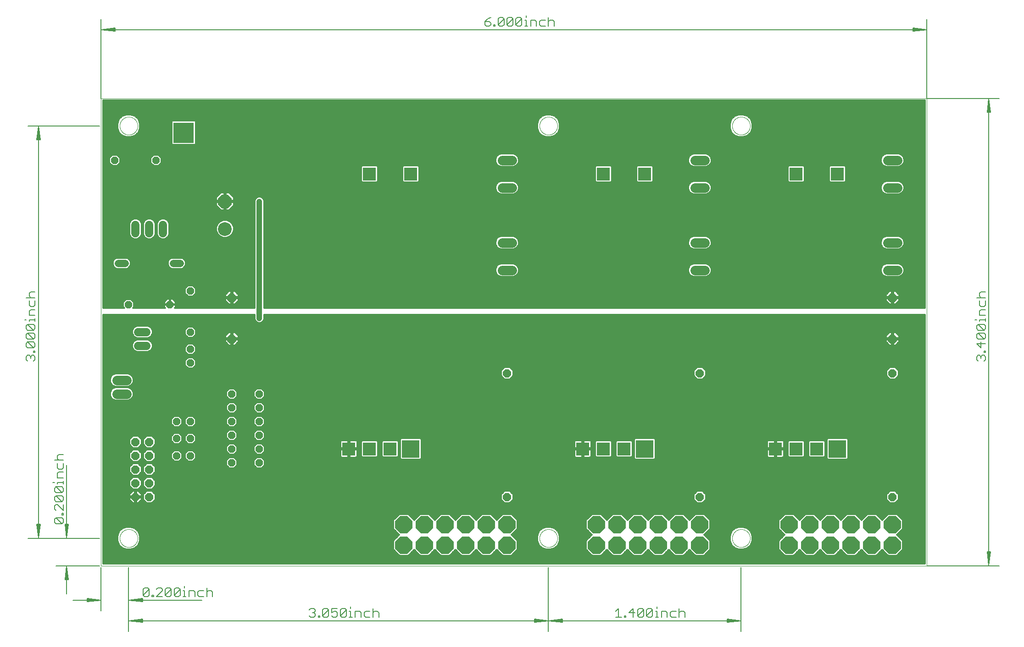
<source format=gbl>
G75*
%MOIN*%
%OFA0B0*%
%FSLAX25Y25*%
%IPPOS*%
%LPD*%
%AMOC8*
5,1,8,0,0,1.08239X$1,22.5*
%
%ADD10C,0.00000*%
%ADD11C,0.00512*%
%ADD12C,0.00600*%
%ADD13C,0.10000*%
%ADD14OC8,0.10000*%
%ADD15C,0.07050*%
%ADD16OC8,0.05200*%
%ADD17C,0.06000*%
%ADD18C,0.05200*%
%ADD19R,0.09449X0.09449*%
%ADD20R,0.12661X0.12661*%
%ADD21OC8,0.06600*%
%ADD22OC8,0.06000*%
%ADD23OC8,0.12500*%
%ADD24R,0.15000X0.15000*%
%ADD25C,0.15000*%
%ADD26C,0.07087*%
%ADD27C,0.01200*%
%ADD28C,0.01600*%
%ADD29C,0.03562*%
%ADD30C,0.04000*%
D10*
X0240000Y0265000D02*
X0240000Y0605000D01*
X0840000Y0605000D01*
X0840000Y0265000D01*
X0240000Y0265000D01*
X0253500Y0285000D02*
X0253502Y0285161D01*
X0253508Y0285321D01*
X0253518Y0285482D01*
X0253532Y0285642D01*
X0253550Y0285802D01*
X0253571Y0285961D01*
X0253597Y0286120D01*
X0253627Y0286278D01*
X0253660Y0286435D01*
X0253698Y0286592D01*
X0253739Y0286747D01*
X0253784Y0286901D01*
X0253833Y0287054D01*
X0253886Y0287206D01*
X0253942Y0287357D01*
X0254003Y0287506D01*
X0254066Y0287654D01*
X0254134Y0287800D01*
X0254205Y0287944D01*
X0254279Y0288086D01*
X0254357Y0288227D01*
X0254439Y0288365D01*
X0254524Y0288502D01*
X0254612Y0288636D01*
X0254704Y0288768D01*
X0254799Y0288898D01*
X0254897Y0289026D01*
X0254998Y0289151D01*
X0255102Y0289273D01*
X0255209Y0289393D01*
X0255319Y0289510D01*
X0255432Y0289625D01*
X0255548Y0289736D01*
X0255667Y0289845D01*
X0255788Y0289950D01*
X0255912Y0290053D01*
X0256038Y0290153D01*
X0256166Y0290249D01*
X0256297Y0290342D01*
X0256431Y0290432D01*
X0256566Y0290519D01*
X0256704Y0290602D01*
X0256843Y0290682D01*
X0256985Y0290758D01*
X0257128Y0290831D01*
X0257273Y0290900D01*
X0257420Y0290966D01*
X0257568Y0291028D01*
X0257718Y0291086D01*
X0257869Y0291141D01*
X0258022Y0291192D01*
X0258176Y0291239D01*
X0258331Y0291282D01*
X0258487Y0291321D01*
X0258643Y0291357D01*
X0258801Y0291388D01*
X0258959Y0291416D01*
X0259118Y0291440D01*
X0259278Y0291460D01*
X0259438Y0291476D01*
X0259598Y0291488D01*
X0259759Y0291496D01*
X0259920Y0291500D01*
X0260080Y0291500D01*
X0260241Y0291496D01*
X0260402Y0291488D01*
X0260562Y0291476D01*
X0260722Y0291460D01*
X0260882Y0291440D01*
X0261041Y0291416D01*
X0261199Y0291388D01*
X0261357Y0291357D01*
X0261513Y0291321D01*
X0261669Y0291282D01*
X0261824Y0291239D01*
X0261978Y0291192D01*
X0262131Y0291141D01*
X0262282Y0291086D01*
X0262432Y0291028D01*
X0262580Y0290966D01*
X0262727Y0290900D01*
X0262872Y0290831D01*
X0263015Y0290758D01*
X0263157Y0290682D01*
X0263296Y0290602D01*
X0263434Y0290519D01*
X0263569Y0290432D01*
X0263703Y0290342D01*
X0263834Y0290249D01*
X0263962Y0290153D01*
X0264088Y0290053D01*
X0264212Y0289950D01*
X0264333Y0289845D01*
X0264452Y0289736D01*
X0264568Y0289625D01*
X0264681Y0289510D01*
X0264791Y0289393D01*
X0264898Y0289273D01*
X0265002Y0289151D01*
X0265103Y0289026D01*
X0265201Y0288898D01*
X0265296Y0288768D01*
X0265388Y0288636D01*
X0265476Y0288502D01*
X0265561Y0288365D01*
X0265643Y0288227D01*
X0265721Y0288086D01*
X0265795Y0287944D01*
X0265866Y0287800D01*
X0265934Y0287654D01*
X0265997Y0287506D01*
X0266058Y0287357D01*
X0266114Y0287206D01*
X0266167Y0287054D01*
X0266216Y0286901D01*
X0266261Y0286747D01*
X0266302Y0286592D01*
X0266340Y0286435D01*
X0266373Y0286278D01*
X0266403Y0286120D01*
X0266429Y0285961D01*
X0266450Y0285802D01*
X0266468Y0285642D01*
X0266482Y0285482D01*
X0266492Y0285321D01*
X0266498Y0285161D01*
X0266500Y0285000D01*
X0266498Y0284839D01*
X0266492Y0284679D01*
X0266482Y0284518D01*
X0266468Y0284358D01*
X0266450Y0284198D01*
X0266429Y0284039D01*
X0266403Y0283880D01*
X0266373Y0283722D01*
X0266340Y0283565D01*
X0266302Y0283408D01*
X0266261Y0283253D01*
X0266216Y0283099D01*
X0266167Y0282946D01*
X0266114Y0282794D01*
X0266058Y0282643D01*
X0265997Y0282494D01*
X0265934Y0282346D01*
X0265866Y0282200D01*
X0265795Y0282056D01*
X0265721Y0281914D01*
X0265643Y0281773D01*
X0265561Y0281635D01*
X0265476Y0281498D01*
X0265388Y0281364D01*
X0265296Y0281232D01*
X0265201Y0281102D01*
X0265103Y0280974D01*
X0265002Y0280849D01*
X0264898Y0280727D01*
X0264791Y0280607D01*
X0264681Y0280490D01*
X0264568Y0280375D01*
X0264452Y0280264D01*
X0264333Y0280155D01*
X0264212Y0280050D01*
X0264088Y0279947D01*
X0263962Y0279847D01*
X0263834Y0279751D01*
X0263703Y0279658D01*
X0263569Y0279568D01*
X0263434Y0279481D01*
X0263296Y0279398D01*
X0263157Y0279318D01*
X0263015Y0279242D01*
X0262872Y0279169D01*
X0262727Y0279100D01*
X0262580Y0279034D01*
X0262432Y0278972D01*
X0262282Y0278914D01*
X0262131Y0278859D01*
X0261978Y0278808D01*
X0261824Y0278761D01*
X0261669Y0278718D01*
X0261513Y0278679D01*
X0261357Y0278643D01*
X0261199Y0278612D01*
X0261041Y0278584D01*
X0260882Y0278560D01*
X0260722Y0278540D01*
X0260562Y0278524D01*
X0260402Y0278512D01*
X0260241Y0278504D01*
X0260080Y0278500D01*
X0259920Y0278500D01*
X0259759Y0278504D01*
X0259598Y0278512D01*
X0259438Y0278524D01*
X0259278Y0278540D01*
X0259118Y0278560D01*
X0258959Y0278584D01*
X0258801Y0278612D01*
X0258643Y0278643D01*
X0258487Y0278679D01*
X0258331Y0278718D01*
X0258176Y0278761D01*
X0258022Y0278808D01*
X0257869Y0278859D01*
X0257718Y0278914D01*
X0257568Y0278972D01*
X0257420Y0279034D01*
X0257273Y0279100D01*
X0257128Y0279169D01*
X0256985Y0279242D01*
X0256843Y0279318D01*
X0256704Y0279398D01*
X0256566Y0279481D01*
X0256431Y0279568D01*
X0256297Y0279658D01*
X0256166Y0279751D01*
X0256038Y0279847D01*
X0255912Y0279947D01*
X0255788Y0280050D01*
X0255667Y0280155D01*
X0255548Y0280264D01*
X0255432Y0280375D01*
X0255319Y0280490D01*
X0255209Y0280607D01*
X0255102Y0280727D01*
X0254998Y0280849D01*
X0254897Y0280974D01*
X0254799Y0281102D01*
X0254704Y0281232D01*
X0254612Y0281364D01*
X0254524Y0281498D01*
X0254439Y0281635D01*
X0254357Y0281773D01*
X0254279Y0281914D01*
X0254205Y0282056D01*
X0254134Y0282200D01*
X0254066Y0282346D01*
X0254003Y0282494D01*
X0253942Y0282643D01*
X0253886Y0282794D01*
X0253833Y0282946D01*
X0253784Y0283099D01*
X0253739Y0283253D01*
X0253698Y0283408D01*
X0253660Y0283565D01*
X0253627Y0283722D01*
X0253597Y0283880D01*
X0253571Y0284039D01*
X0253550Y0284198D01*
X0253532Y0284358D01*
X0253518Y0284518D01*
X0253508Y0284679D01*
X0253502Y0284839D01*
X0253500Y0285000D01*
X0558500Y0285000D02*
X0558502Y0285161D01*
X0558508Y0285321D01*
X0558518Y0285482D01*
X0558532Y0285642D01*
X0558550Y0285802D01*
X0558571Y0285961D01*
X0558597Y0286120D01*
X0558627Y0286278D01*
X0558660Y0286435D01*
X0558698Y0286592D01*
X0558739Y0286747D01*
X0558784Y0286901D01*
X0558833Y0287054D01*
X0558886Y0287206D01*
X0558942Y0287357D01*
X0559003Y0287506D01*
X0559066Y0287654D01*
X0559134Y0287800D01*
X0559205Y0287944D01*
X0559279Y0288086D01*
X0559357Y0288227D01*
X0559439Y0288365D01*
X0559524Y0288502D01*
X0559612Y0288636D01*
X0559704Y0288768D01*
X0559799Y0288898D01*
X0559897Y0289026D01*
X0559998Y0289151D01*
X0560102Y0289273D01*
X0560209Y0289393D01*
X0560319Y0289510D01*
X0560432Y0289625D01*
X0560548Y0289736D01*
X0560667Y0289845D01*
X0560788Y0289950D01*
X0560912Y0290053D01*
X0561038Y0290153D01*
X0561166Y0290249D01*
X0561297Y0290342D01*
X0561431Y0290432D01*
X0561566Y0290519D01*
X0561704Y0290602D01*
X0561843Y0290682D01*
X0561985Y0290758D01*
X0562128Y0290831D01*
X0562273Y0290900D01*
X0562420Y0290966D01*
X0562568Y0291028D01*
X0562718Y0291086D01*
X0562869Y0291141D01*
X0563022Y0291192D01*
X0563176Y0291239D01*
X0563331Y0291282D01*
X0563487Y0291321D01*
X0563643Y0291357D01*
X0563801Y0291388D01*
X0563959Y0291416D01*
X0564118Y0291440D01*
X0564278Y0291460D01*
X0564438Y0291476D01*
X0564598Y0291488D01*
X0564759Y0291496D01*
X0564920Y0291500D01*
X0565080Y0291500D01*
X0565241Y0291496D01*
X0565402Y0291488D01*
X0565562Y0291476D01*
X0565722Y0291460D01*
X0565882Y0291440D01*
X0566041Y0291416D01*
X0566199Y0291388D01*
X0566357Y0291357D01*
X0566513Y0291321D01*
X0566669Y0291282D01*
X0566824Y0291239D01*
X0566978Y0291192D01*
X0567131Y0291141D01*
X0567282Y0291086D01*
X0567432Y0291028D01*
X0567580Y0290966D01*
X0567727Y0290900D01*
X0567872Y0290831D01*
X0568015Y0290758D01*
X0568157Y0290682D01*
X0568296Y0290602D01*
X0568434Y0290519D01*
X0568569Y0290432D01*
X0568703Y0290342D01*
X0568834Y0290249D01*
X0568962Y0290153D01*
X0569088Y0290053D01*
X0569212Y0289950D01*
X0569333Y0289845D01*
X0569452Y0289736D01*
X0569568Y0289625D01*
X0569681Y0289510D01*
X0569791Y0289393D01*
X0569898Y0289273D01*
X0570002Y0289151D01*
X0570103Y0289026D01*
X0570201Y0288898D01*
X0570296Y0288768D01*
X0570388Y0288636D01*
X0570476Y0288502D01*
X0570561Y0288365D01*
X0570643Y0288227D01*
X0570721Y0288086D01*
X0570795Y0287944D01*
X0570866Y0287800D01*
X0570934Y0287654D01*
X0570997Y0287506D01*
X0571058Y0287357D01*
X0571114Y0287206D01*
X0571167Y0287054D01*
X0571216Y0286901D01*
X0571261Y0286747D01*
X0571302Y0286592D01*
X0571340Y0286435D01*
X0571373Y0286278D01*
X0571403Y0286120D01*
X0571429Y0285961D01*
X0571450Y0285802D01*
X0571468Y0285642D01*
X0571482Y0285482D01*
X0571492Y0285321D01*
X0571498Y0285161D01*
X0571500Y0285000D01*
X0571498Y0284839D01*
X0571492Y0284679D01*
X0571482Y0284518D01*
X0571468Y0284358D01*
X0571450Y0284198D01*
X0571429Y0284039D01*
X0571403Y0283880D01*
X0571373Y0283722D01*
X0571340Y0283565D01*
X0571302Y0283408D01*
X0571261Y0283253D01*
X0571216Y0283099D01*
X0571167Y0282946D01*
X0571114Y0282794D01*
X0571058Y0282643D01*
X0570997Y0282494D01*
X0570934Y0282346D01*
X0570866Y0282200D01*
X0570795Y0282056D01*
X0570721Y0281914D01*
X0570643Y0281773D01*
X0570561Y0281635D01*
X0570476Y0281498D01*
X0570388Y0281364D01*
X0570296Y0281232D01*
X0570201Y0281102D01*
X0570103Y0280974D01*
X0570002Y0280849D01*
X0569898Y0280727D01*
X0569791Y0280607D01*
X0569681Y0280490D01*
X0569568Y0280375D01*
X0569452Y0280264D01*
X0569333Y0280155D01*
X0569212Y0280050D01*
X0569088Y0279947D01*
X0568962Y0279847D01*
X0568834Y0279751D01*
X0568703Y0279658D01*
X0568569Y0279568D01*
X0568434Y0279481D01*
X0568296Y0279398D01*
X0568157Y0279318D01*
X0568015Y0279242D01*
X0567872Y0279169D01*
X0567727Y0279100D01*
X0567580Y0279034D01*
X0567432Y0278972D01*
X0567282Y0278914D01*
X0567131Y0278859D01*
X0566978Y0278808D01*
X0566824Y0278761D01*
X0566669Y0278718D01*
X0566513Y0278679D01*
X0566357Y0278643D01*
X0566199Y0278612D01*
X0566041Y0278584D01*
X0565882Y0278560D01*
X0565722Y0278540D01*
X0565562Y0278524D01*
X0565402Y0278512D01*
X0565241Y0278504D01*
X0565080Y0278500D01*
X0564920Y0278500D01*
X0564759Y0278504D01*
X0564598Y0278512D01*
X0564438Y0278524D01*
X0564278Y0278540D01*
X0564118Y0278560D01*
X0563959Y0278584D01*
X0563801Y0278612D01*
X0563643Y0278643D01*
X0563487Y0278679D01*
X0563331Y0278718D01*
X0563176Y0278761D01*
X0563022Y0278808D01*
X0562869Y0278859D01*
X0562718Y0278914D01*
X0562568Y0278972D01*
X0562420Y0279034D01*
X0562273Y0279100D01*
X0562128Y0279169D01*
X0561985Y0279242D01*
X0561843Y0279318D01*
X0561704Y0279398D01*
X0561566Y0279481D01*
X0561431Y0279568D01*
X0561297Y0279658D01*
X0561166Y0279751D01*
X0561038Y0279847D01*
X0560912Y0279947D01*
X0560788Y0280050D01*
X0560667Y0280155D01*
X0560548Y0280264D01*
X0560432Y0280375D01*
X0560319Y0280490D01*
X0560209Y0280607D01*
X0560102Y0280727D01*
X0559998Y0280849D01*
X0559897Y0280974D01*
X0559799Y0281102D01*
X0559704Y0281232D01*
X0559612Y0281364D01*
X0559524Y0281498D01*
X0559439Y0281635D01*
X0559357Y0281773D01*
X0559279Y0281914D01*
X0559205Y0282056D01*
X0559134Y0282200D01*
X0559066Y0282346D01*
X0559003Y0282494D01*
X0558942Y0282643D01*
X0558886Y0282794D01*
X0558833Y0282946D01*
X0558784Y0283099D01*
X0558739Y0283253D01*
X0558698Y0283408D01*
X0558660Y0283565D01*
X0558627Y0283722D01*
X0558597Y0283880D01*
X0558571Y0284039D01*
X0558550Y0284198D01*
X0558532Y0284358D01*
X0558518Y0284518D01*
X0558508Y0284679D01*
X0558502Y0284839D01*
X0558500Y0285000D01*
X0698500Y0285000D02*
X0698502Y0285161D01*
X0698508Y0285321D01*
X0698518Y0285482D01*
X0698532Y0285642D01*
X0698550Y0285802D01*
X0698571Y0285961D01*
X0698597Y0286120D01*
X0698627Y0286278D01*
X0698660Y0286435D01*
X0698698Y0286592D01*
X0698739Y0286747D01*
X0698784Y0286901D01*
X0698833Y0287054D01*
X0698886Y0287206D01*
X0698942Y0287357D01*
X0699003Y0287506D01*
X0699066Y0287654D01*
X0699134Y0287800D01*
X0699205Y0287944D01*
X0699279Y0288086D01*
X0699357Y0288227D01*
X0699439Y0288365D01*
X0699524Y0288502D01*
X0699612Y0288636D01*
X0699704Y0288768D01*
X0699799Y0288898D01*
X0699897Y0289026D01*
X0699998Y0289151D01*
X0700102Y0289273D01*
X0700209Y0289393D01*
X0700319Y0289510D01*
X0700432Y0289625D01*
X0700548Y0289736D01*
X0700667Y0289845D01*
X0700788Y0289950D01*
X0700912Y0290053D01*
X0701038Y0290153D01*
X0701166Y0290249D01*
X0701297Y0290342D01*
X0701431Y0290432D01*
X0701566Y0290519D01*
X0701704Y0290602D01*
X0701843Y0290682D01*
X0701985Y0290758D01*
X0702128Y0290831D01*
X0702273Y0290900D01*
X0702420Y0290966D01*
X0702568Y0291028D01*
X0702718Y0291086D01*
X0702869Y0291141D01*
X0703022Y0291192D01*
X0703176Y0291239D01*
X0703331Y0291282D01*
X0703487Y0291321D01*
X0703643Y0291357D01*
X0703801Y0291388D01*
X0703959Y0291416D01*
X0704118Y0291440D01*
X0704278Y0291460D01*
X0704438Y0291476D01*
X0704598Y0291488D01*
X0704759Y0291496D01*
X0704920Y0291500D01*
X0705080Y0291500D01*
X0705241Y0291496D01*
X0705402Y0291488D01*
X0705562Y0291476D01*
X0705722Y0291460D01*
X0705882Y0291440D01*
X0706041Y0291416D01*
X0706199Y0291388D01*
X0706357Y0291357D01*
X0706513Y0291321D01*
X0706669Y0291282D01*
X0706824Y0291239D01*
X0706978Y0291192D01*
X0707131Y0291141D01*
X0707282Y0291086D01*
X0707432Y0291028D01*
X0707580Y0290966D01*
X0707727Y0290900D01*
X0707872Y0290831D01*
X0708015Y0290758D01*
X0708157Y0290682D01*
X0708296Y0290602D01*
X0708434Y0290519D01*
X0708569Y0290432D01*
X0708703Y0290342D01*
X0708834Y0290249D01*
X0708962Y0290153D01*
X0709088Y0290053D01*
X0709212Y0289950D01*
X0709333Y0289845D01*
X0709452Y0289736D01*
X0709568Y0289625D01*
X0709681Y0289510D01*
X0709791Y0289393D01*
X0709898Y0289273D01*
X0710002Y0289151D01*
X0710103Y0289026D01*
X0710201Y0288898D01*
X0710296Y0288768D01*
X0710388Y0288636D01*
X0710476Y0288502D01*
X0710561Y0288365D01*
X0710643Y0288227D01*
X0710721Y0288086D01*
X0710795Y0287944D01*
X0710866Y0287800D01*
X0710934Y0287654D01*
X0710997Y0287506D01*
X0711058Y0287357D01*
X0711114Y0287206D01*
X0711167Y0287054D01*
X0711216Y0286901D01*
X0711261Y0286747D01*
X0711302Y0286592D01*
X0711340Y0286435D01*
X0711373Y0286278D01*
X0711403Y0286120D01*
X0711429Y0285961D01*
X0711450Y0285802D01*
X0711468Y0285642D01*
X0711482Y0285482D01*
X0711492Y0285321D01*
X0711498Y0285161D01*
X0711500Y0285000D01*
X0711498Y0284839D01*
X0711492Y0284679D01*
X0711482Y0284518D01*
X0711468Y0284358D01*
X0711450Y0284198D01*
X0711429Y0284039D01*
X0711403Y0283880D01*
X0711373Y0283722D01*
X0711340Y0283565D01*
X0711302Y0283408D01*
X0711261Y0283253D01*
X0711216Y0283099D01*
X0711167Y0282946D01*
X0711114Y0282794D01*
X0711058Y0282643D01*
X0710997Y0282494D01*
X0710934Y0282346D01*
X0710866Y0282200D01*
X0710795Y0282056D01*
X0710721Y0281914D01*
X0710643Y0281773D01*
X0710561Y0281635D01*
X0710476Y0281498D01*
X0710388Y0281364D01*
X0710296Y0281232D01*
X0710201Y0281102D01*
X0710103Y0280974D01*
X0710002Y0280849D01*
X0709898Y0280727D01*
X0709791Y0280607D01*
X0709681Y0280490D01*
X0709568Y0280375D01*
X0709452Y0280264D01*
X0709333Y0280155D01*
X0709212Y0280050D01*
X0709088Y0279947D01*
X0708962Y0279847D01*
X0708834Y0279751D01*
X0708703Y0279658D01*
X0708569Y0279568D01*
X0708434Y0279481D01*
X0708296Y0279398D01*
X0708157Y0279318D01*
X0708015Y0279242D01*
X0707872Y0279169D01*
X0707727Y0279100D01*
X0707580Y0279034D01*
X0707432Y0278972D01*
X0707282Y0278914D01*
X0707131Y0278859D01*
X0706978Y0278808D01*
X0706824Y0278761D01*
X0706669Y0278718D01*
X0706513Y0278679D01*
X0706357Y0278643D01*
X0706199Y0278612D01*
X0706041Y0278584D01*
X0705882Y0278560D01*
X0705722Y0278540D01*
X0705562Y0278524D01*
X0705402Y0278512D01*
X0705241Y0278504D01*
X0705080Y0278500D01*
X0704920Y0278500D01*
X0704759Y0278504D01*
X0704598Y0278512D01*
X0704438Y0278524D01*
X0704278Y0278540D01*
X0704118Y0278560D01*
X0703959Y0278584D01*
X0703801Y0278612D01*
X0703643Y0278643D01*
X0703487Y0278679D01*
X0703331Y0278718D01*
X0703176Y0278761D01*
X0703022Y0278808D01*
X0702869Y0278859D01*
X0702718Y0278914D01*
X0702568Y0278972D01*
X0702420Y0279034D01*
X0702273Y0279100D01*
X0702128Y0279169D01*
X0701985Y0279242D01*
X0701843Y0279318D01*
X0701704Y0279398D01*
X0701566Y0279481D01*
X0701431Y0279568D01*
X0701297Y0279658D01*
X0701166Y0279751D01*
X0701038Y0279847D01*
X0700912Y0279947D01*
X0700788Y0280050D01*
X0700667Y0280155D01*
X0700548Y0280264D01*
X0700432Y0280375D01*
X0700319Y0280490D01*
X0700209Y0280607D01*
X0700102Y0280727D01*
X0699998Y0280849D01*
X0699897Y0280974D01*
X0699799Y0281102D01*
X0699704Y0281232D01*
X0699612Y0281364D01*
X0699524Y0281498D01*
X0699439Y0281635D01*
X0699357Y0281773D01*
X0699279Y0281914D01*
X0699205Y0282056D01*
X0699134Y0282200D01*
X0699066Y0282346D01*
X0699003Y0282494D01*
X0698942Y0282643D01*
X0698886Y0282794D01*
X0698833Y0282946D01*
X0698784Y0283099D01*
X0698739Y0283253D01*
X0698698Y0283408D01*
X0698660Y0283565D01*
X0698627Y0283722D01*
X0698597Y0283880D01*
X0698571Y0284039D01*
X0698550Y0284198D01*
X0698532Y0284358D01*
X0698518Y0284518D01*
X0698508Y0284679D01*
X0698502Y0284839D01*
X0698500Y0285000D01*
X0698500Y0585000D02*
X0698502Y0585161D01*
X0698508Y0585321D01*
X0698518Y0585482D01*
X0698532Y0585642D01*
X0698550Y0585802D01*
X0698571Y0585961D01*
X0698597Y0586120D01*
X0698627Y0586278D01*
X0698660Y0586435D01*
X0698698Y0586592D01*
X0698739Y0586747D01*
X0698784Y0586901D01*
X0698833Y0587054D01*
X0698886Y0587206D01*
X0698942Y0587357D01*
X0699003Y0587506D01*
X0699066Y0587654D01*
X0699134Y0587800D01*
X0699205Y0587944D01*
X0699279Y0588086D01*
X0699357Y0588227D01*
X0699439Y0588365D01*
X0699524Y0588502D01*
X0699612Y0588636D01*
X0699704Y0588768D01*
X0699799Y0588898D01*
X0699897Y0589026D01*
X0699998Y0589151D01*
X0700102Y0589273D01*
X0700209Y0589393D01*
X0700319Y0589510D01*
X0700432Y0589625D01*
X0700548Y0589736D01*
X0700667Y0589845D01*
X0700788Y0589950D01*
X0700912Y0590053D01*
X0701038Y0590153D01*
X0701166Y0590249D01*
X0701297Y0590342D01*
X0701431Y0590432D01*
X0701566Y0590519D01*
X0701704Y0590602D01*
X0701843Y0590682D01*
X0701985Y0590758D01*
X0702128Y0590831D01*
X0702273Y0590900D01*
X0702420Y0590966D01*
X0702568Y0591028D01*
X0702718Y0591086D01*
X0702869Y0591141D01*
X0703022Y0591192D01*
X0703176Y0591239D01*
X0703331Y0591282D01*
X0703487Y0591321D01*
X0703643Y0591357D01*
X0703801Y0591388D01*
X0703959Y0591416D01*
X0704118Y0591440D01*
X0704278Y0591460D01*
X0704438Y0591476D01*
X0704598Y0591488D01*
X0704759Y0591496D01*
X0704920Y0591500D01*
X0705080Y0591500D01*
X0705241Y0591496D01*
X0705402Y0591488D01*
X0705562Y0591476D01*
X0705722Y0591460D01*
X0705882Y0591440D01*
X0706041Y0591416D01*
X0706199Y0591388D01*
X0706357Y0591357D01*
X0706513Y0591321D01*
X0706669Y0591282D01*
X0706824Y0591239D01*
X0706978Y0591192D01*
X0707131Y0591141D01*
X0707282Y0591086D01*
X0707432Y0591028D01*
X0707580Y0590966D01*
X0707727Y0590900D01*
X0707872Y0590831D01*
X0708015Y0590758D01*
X0708157Y0590682D01*
X0708296Y0590602D01*
X0708434Y0590519D01*
X0708569Y0590432D01*
X0708703Y0590342D01*
X0708834Y0590249D01*
X0708962Y0590153D01*
X0709088Y0590053D01*
X0709212Y0589950D01*
X0709333Y0589845D01*
X0709452Y0589736D01*
X0709568Y0589625D01*
X0709681Y0589510D01*
X0709791Y0589393D01*
X0709898Y0589273D01*
X0710002Y0589151D01*
X0710103Y0589026D01*
X0710201Y0588898D01*
X0710296Y0588768D01*
X0710388Y0588636D01*
X0710476Y0588502D01*
X0710561Y0588365D01*
X0710643Y0588227D01*
X0710721Y0588086D01*
X0710795Y0587944D01*
X0710866Y0587800D01*
X0710934Y0587654D01*
X0710997Y0587506D01*
X0711058Y0587357D01*
X0711114Y0587206D01*
X0711167Y0587054D01*
X0711216Y0586901D01*
X0711261Y0586747D01*
X0711302Y0586592D01*
X0711340Y0586435D01*
X0711373Y0586278D01*
X0711403Y0586120D01*
X0711429Y0585961D01*
X0711450Y0585802D01*
X0711468Y0585642D01*
X0711482Y0585482D01*
X0711492Y0585321D01*
X0711498Y0585161D01*
X0711500Y0585000D01*
X0711498Y0584839D01*
X0711492Y0584679D01*
X0711482Y0584518D01*
X0711468Y0584358D01*
X0711450Y0584198D01*
X0711429Y0584039D01*
X0711403Y0583880D01*
X0711373Y0583722D01*
X0711340Y0583565D01*
X0711302Y0583408D01*
X0711261Y0583253D01*
X0711216Y0583099D01*
X0711167Y0582946D01*
X0711114Y0582794D01*
X0711058Y0582643D01*
X0710997Y0582494D01*
X0710934Y0582346D01*
X0710866Y0582200D01*
X0710795Y0582056D01*
X0710721Y0581914D01*
X0710643Y0581773D01*
X0710561Y0581635D01*
X0710476Y0581498D01*
X0710388Y0581364D01*
X0710296Y0581232D01*
X0710201Y0581102D01*
X0710103Y0580974D01*
X0710002Y0580849D01*
X0709898Y0580727D01*
X0709791Y0580607D01*
X0709681Y0580490D01*
X0709568Y0580375D01*
X0709452Y0580264D01*
X0709333Y0580155D01*
X0709212Y0580050D01*
X0709088Y0579947D01*
X0708962Y0579847D01*
X0708834Y0579751D01*
X0708703Y0579658D01*
X0708569Y0579568D01*
X0708434Y0579481D01*
X0708296Y0579398D01*
X0708157Y0579318D01*
X0708015Y0579242D01*
X0707872Y0579169D01*
X0707727Y0579100D01*
X0707580Y0579034D01*
X0707432Y0578972D01*
X0707282Y0578914D01*
X0707131Y0578859D01*
X0706978Y0578808D01*
X0706824Y0578761D01*
X0706669Y0578718D01*
X0706513Y0578679D01*
X0706357Y0578643D01*
X0706199Y0578612D01*
X0706041Y0578584D01*
X0705882Y0578560D01*
X0705722Y0578540D01*
X0705562Y0578524D01*
X0705402Y0578512D01*
X0705241Y0578504D01*
X0705080Y0578500D01*
X0704920Y0578500D01*
X0704759Y0578504D01*
X0704598Y0578512D01*
X0704438Y0578524D01*
X0704278Y0578540D01*
X0704118Y0578560D01*
X0703959Y0578584D01*
X0703801Y0578612D01*
X0703643Y0578643D01*
X0703487Y0578679D01*
X0703331Y0578718D01*
X0703176Y0578761D01*
X0703022Y0578808D01*
X0702869Y0578859D01*
X0702718Y0578914D01*
X0702568Y0578972D01*
X0702420Y0579034D01*
X0702273Y0579100D01*
X0702128Y0579169D01*
X0701985Y0579242D01*
X0701843Y0579318D01*
X0701704Y0579398D01*
X0701566Y0579481D01*
X0701431Y0579568D01*
X0701297Y0579658D01*
X0701166Y0579751D01*
X0701038Y0579847D01*
X0700912Y0579947D01*
X0700788Y0580050D01*
X0700667Y0580155D01*
X0700548Y0580264D01*
X0700432Y0580375D01*
X0700319Y0580490D01*
X0700209Y0580607D01*
X0700102Y0580727D01*
X0699998Y0580849D01*
X0699897Y0580974D01*
X0699799Y0581102D01*
X0699704Y0581232D01*
X0699612Y0581364D01*
X0699524Y0581498D01*
X0699439Y0581635D01*
X0699357Y0581773D01*
X0699279Y0581914D01*
X0699205Y0582056D01*
X0699134Y0582200D01*
X0699066Y0582346D01*
X0699003Y0582494D01*
X0698942Y0582643D01*
X0698886Y0582794D01*
X0698833Y0582946D01*
X0698784Y0583099D01*
X0698739Y0583253D01*
X0698698Y0583408D01*
X0698660Y0583565D01*
X0698627Y0583722D01*
X0698597Y0583880D01*
X0698571Y0584039D01*
X0698550Y0584198D01*
X0698532Y0584358D01*
X0698518Y0584518D01*
X0698508Y0584679D01*
X0698502Y0584839D01*
X0698500Y0585000D01*
X0558500Y0585000D02*
X0558502Y0585161D01*
X0558508Y0585321D01*
X0558518Y0585482D01*
X0558532Y0585642D01*
X0558550Y0585802D01*
X0558571Y0585961D01*
X0558597Y0586120D01*
X0558627Y0586278D01*
X0558660Y0586435D01*
X0558698Y0586592D01*
X0558739Y0586747D01*
X0558784Y0586901D01*
X0558833Y0587054D01*
X0558886Y0587206D01*
X0558942Y0587357D01*
X0559003Y0587506D01*
X0559066Y0587654D01*
X0559134Y0587800D01*
X0559205Y0587944D01*
X0559279Y0588086D01*
X0559357Y0588227D01*
X0559439Y0588365D01*
X0559524Y0588502D01*
X0559612Y0588636D01*
X0559704Y0588768D01*
X0559799Y0588898D01*
X0559897Y0589026D01*
X0559998Y0589151D01*
X0560102Y0589273D01*
X0560209Y0589393D01*
X0560319Y0589510D01*
X0560432Y0589625D01*
X0560548Y0589736D01*
X0560667Y0589845D01*
X0560788Y0589950D01*
X0560912Y0590053D01*
X0561038Y0590153D01*
X0561166Y0590249D01*
X0561297Y0590342D01*
X0561431Y0590432D01*
X0561566Y0590519D01*
X0561704Y0590602D01*
X0561843Y0590682D01*
X0561985Y0590758D01*
X0562128Y0590831D01*
X0562273Y0590900D01*
X0562420Y0590966D01*
X0562568Y0591028D01*
X0562718Y0591086D01*
X0562869Y0591141D01*
X0563022Y0591192D01*
X0563176Y0591239D01*
X0563331Y0591282D01*
X0563487Y0591321D01*
X0563643Y0591357D01*
X0563801Y0591388D01*
X0563959Y0591416D01*
X0564118Y0591440D01*
X0564278Y0591460D01*
X0564438Y0591476D01*
X0564598Y0591488D01*
X0564759Y0591496D01*
X0564920Y0591500D01*
X0565080Y0591500D01*
X0565241Y0591496D01*
X0565402Y0591488D01*
X0565562Y0591476D01*
X0565722Y0591460D01*
X0565882Y0591440D01*
X0566041Y0591416D01*
X0566199Y0591388D01*
X0566357Y0591357D01*
X0566513Y0591321D01*
X0566669Y0591282D01*
X0566824Y0591239D01*
X0566978Y0591192D01*
X0567131Y0591141D01*
X0567282Y0591086D01*
X0567432Y0591028D01*
X0567580Y0590966D01*
X0567727Y0590900D01*
X0567872Y0590831D01*
X0568015Y0590758D01*
X0568157Y0590682D01*
X0568296Y0590602D01*
X0568434Y0590519D01*
X0568569Y0590432D01*
X0568703Y0590342D01*
X0568834Y0590249D01*
X0568962Y0590153D01*
X0569088Y0590053D01*
X0569212Y0589950D01*
X0569333Y0589845D01*
X0569452Y0589736D01*
X0569568Y0589625D01*
X0569681Y0589510D01*
X0569791Y0589393D01*
X0569898Y0589273D01*
X0570002Y0589151D01*
X0570103Y0589026D01*
X0570201Y0588898D01*
X0570296Y0588768D01*
X0570388Y0588636D01*
X0570476Y0588502D01*
X0570561Y0588365D01*
X0570643Y0588227D01*
X0570721Y0588086D01*
X0570795Y0587944D01*
X0570866Y0587800D01*
X0570934Y0587654D01*
X0570997Y0587506D01*
X0571058Y0587357D01*
X0571114Y0587206D01*
X0571167Y0587054D01*
X0571216Y0586901D01*
X0571261Y0586747D01*
X0571302Y0586592D01*
X0571340Y0586435D01*
X0571373Y0586278D01*
X0571403Y0586120D01*
X0571429Y0585961D01*
X0571450Y0585802D01*
X0571468Y0585642D01*
X0571482Y0585482D01*
X0571492Y0585321D01*
X0571498Y0585161D01*
X0571500Y0585000D01*
X0571498Y0584839D01*
X0571492Y0584679D01*
X0571482Y0584518D01*
X0571468Y0584358D01*
X0571450Y0584198D01*
X0571429Y0584039D01*
X0571403Y0583880D01*
X0571373Y0583722D01*
X0571340Y0583565D01*
X0571302Y0583408D01*
X0571261Y0583253D01*
X0571216Y0583099D01*
X0571167Y0582946D01*
X0571114Y0582794D01*
X0571058Y0582643D01*
X0570997Y0582494D01*
X0570934Y0582346D01*
X0570866Y0582200D01*
X0570795Y0582056D01*
X0570721Y0581914D01*
X0570643Y0581773D01*
X0570561Y0581635D01*
X0570476Y0581498D01*
X0570388Y0581364D01*
X0570296Y0581232D01*
X0570201Y0581102D01*
X0570103Y0580974D01*
X0570002Y0580849D01*
X0569898Y0580727D01*
X0569791Y0580607D01*
X0569681Y0580490D01*
X0569568Y0580375D01*
X0569452Y0580264D01*
X0569333Y0580155D01*
X0569212Y0580050D01*
X0569088Y0579947D01*
X0568962Y0579847D01*
X0568834Y0579751D01*
X0568703Y0579658D01*
X0568569Y0579568D01*
X0568434Y0579481D01*
X0568296Y0579398D01*
X0568157Y0579318D01*
X0568015Y0579242D01*
X0567872Y0579169D01*
X0567727Y0579100D01*
X0567580Y0579034D01*
X0567432Y0578972D01*
X0567282Y0578914D01*
X0567131Y0578859D01*
X0566978Y0578808D01*
X0566824Y0578761D01*
X0566669Y0578718D01*
X0566513Y0578679D01*
X0566357Y0578643D01*
X0566199Y0578612D01*
X0566041Y0578584D01*
X0565882Y0578560D01*
X0565722Y0578540D01*
X0565562Y0578524D01*
X0565402Y0578512D01*
X0565241Y0578504D01*
X0565080Y0578500D01*
X0564920Y0578500D01*
X0564759Y0578504D01*
X0564598Y0578512D01*
X0564438Y0578524D01*
X0564278Y0578540D01*
X0564118Y0578560D01*
X0563959Y0578584D01*
X0563801Y0578612D01*
X0563643Y0578643D01*
X0563487Y0578679D01*
X0563331Y0578718D01*
X0563176Y0578761D01*
X0563022Y0578808D01*
X0562869Y0578859D01*
X0562718Y0578914D01*
X0562568Y0578972D01*
X0562420Y0579034D01*
X0562273Y0579100D01*
X0562128Y0579169D01*
X0561985Y0579242D01*
X0561843Y0579318D01*
X0561704Y0579398D01*
X0561566Y0579481D01*
X0561431Y0579568D01*
X0561297Y0579658D01*
X0561166Y0579751D01*
X0561038Y0579847D01*
X0560912Y0579947D01*
X0560788Y0580050D01*
X0560667Y0580155D01*
X0560548Y0580264D01*
X0560432Y0580375D01*
X0560319Y0580490D01*
X0560209Y0580607D01*
X0560102Y0580727D01*
X0559998Y0580849D01*
X0559897Y0580974D01*
X0559799Y0581102D01*
X0559704Y0581232D01*
X0559612Y0581364D01*
X0559524Y0581498D01*
X0559439Y0581635D01*
X0559357Y0581773D01*
X0559279Y0581914D01*
X0559205Y0582056D01*
X0559134Y0582200D01*
X0559066Y0582346D01*
X0559003Y0582494D01*
X0558942Y0582643D01*
X0558886Y0582794D01*
X0558833Y0582946D01*
X0558784Y0583099D01*
X0558739Y0583253D01*
X0558698Y0583408D01*
X0558660Y0583565D01*
X0558627Y0583722D01*
X0558597Y0583880D01*
X0558571Y0584039D01*
X0558550Y0584198D01*
X0558532Y0584358D01*
X0558518Y0584518D01*
X0558508Y0584679D01*
X0558502Y0584839D01*
X0558500Y0585000D01*
X0253500Y0585000D02*
X0253502Y0585161D01*
X0253508Y0585321D01*
X0253518Y0585482D01*
X0253532Y0585642D01*
X0253550Y0585802D01*
X0253571Y0585961D01*
X0253597Y0586120D01*
X0253627Y0586278D01*
X0253660Y0586435D01*
X0253698Y0586592D01*
X0253739Y0586747D01*
X0253784Y0586901D01*
X0253833Y0587054D01*
X0253886Y0587206D01*
X0253942Y0587357D01*
X0254003Y0587506D01*
X0254066Y0587654D01*
X0254134Y0587800D01*
X0254205Y0587944D01*
X0254279Y0588086D01*
X0254357Y0588227D01*
X0254439Y0588365D01*
X0254524Y0588502D01*
X0254612Y0588636D01*
X0254704Y0588768D01*
X0254799Y0588898D01*
X0254897Y0589026D01*
X0254998Y0589151D01*
X0255102Y0589273D01*
X0255209Y0589393D01*
X0255319Y0589510D01*
X0255432Y0589625D01*
X0255548Y0589736D01*
X0255667Y0589845D01*
X0255788Y0589950D01*
X0255912Y0590053D01*
X0256038Y0590153D01*
X0256166Y0590249D01*
X0256297Y0590342D01*
X0256431Y0590432D01*
X0256566Y0590519D01*
X0256704Y0590602D01*
X0256843Y0590682D01*
X0256985Y0590758D01*
X0257128Y0590831D01*
X0257273Y0590900D01*
X0257420Y0590966D01*
X0257568Y0591028D01*
X0257718Y0591086D01*
X0257869Y0591141D01*
X0258022Y0591192D01*
X0258176Y0591239D01*
X0258331Y0591282D01*
X0258487Y0591321D01*
X0258643Y0591357D01*
X0258801Y0591388D01*
X0258959Y0591416D01*
X0259118Y0591440D01*
X0259278Y0591460D01*
X0259438Y0591476D01*
X0259598Y0591488D01*
X0259759Y0591496D01*
X0259920Y0591500D01*
X0260080Y0591500D01*
X0260241Y0591496D01*
X0260402Y0591488D01*
X0260562Y0591476D01*
X0260722Y0591460D01*
X0260882Y0591440D01*
X0261041Y0591416D01*
X0261199Y0591388D01*
X0261357Y0591357D01*
X0261513Y0591321D01*
X0261669Y0591282D01*
X0261824Y0591239D01*
X0261978Y0591192D01*
X0262131Y0591141D01*
X0262282Y0591086D01*
X0262432Y0591028D01*
X0262580Y0590966D01*
X0262727Y0590900D01*
X0262872Y0590831D01*
X0263015Y0590758D01*
X0263157Y0590682D01*
X0263296Y0590602D01*
X0263434Y0590519D01*
X0263569Y0590432D01*
X0263703Y0590342D01*
X0263834Y0590249D01*
X0263962Y0590153D01*
X0264088Y0590053D01*
X0264212Y0589950D01*
X0264333Y0589845D01*
X0264452Y0589736D01*
X0264568Y0589625D01*
X0264681Y0589510D01*
X0264791Y0589393D01*
X0264898Y0589273D01*
X0265002Y0589151D01*
X0265103Y0589026D01*
X0265201Y0588898D01*
X0265296Y0588768D01*
X0265388Y0588636D01*
X0265476Y0588502D01*
X0265561Y0588365D01*
X0265643Y0588227D01*
X0265721Y0588086D01*
X0265795Y0587944D01*
X0265866Y0587800D01*
X0265934Y0587654D01*
X0265997Y0587506D01*
X0266058Y0587357D01*
X0266114Y0587206D01*
X0266167Y0587054D01*
X0266216Y0586901D01*
X0266261Y0586747D01*
X0266302Y0586592D01*
X0266340Y0586435D01*
X0266373Y0586278D01*
X0266403Y0586120D01*
X0266429Y0585961D01*
X0266450Y0585802D01*
X0266468Y0585642D01*
X0266482Y0585482D01*
X0266492Y0585321D01*
X0266498Y0585161D01*
X0266500Y0585000D01*
X0266498Y0584839D01*
X0266492Y0584679D01*
X0266482Y0584518D01*
X0266468Y0584358D01*
X0266450Y0584198D01*
X0266429Y0584039D01*
X0266403Y0583880D01*
X0266373Y0583722D01*
X0266340Y0583565D01*
X0266302Y0583408D01*
X0266261Y0583253D01*
X0266216Y0583099D01*
X0266167Y0582946D01*
X0266114Y0582794D01*
X0266058Y0582643D01*
X0265997Y0582494D01*
X0265934Y0582346D01*
X0265866Y0582200D01*
X0265795Y0582056D01*
X0265721Y0581914D01*
X0265643Y0581773D01*
X0265561Y0581635D01*
X0265476Y0581498D01*
X0265388Y0581364D01*
X0265296Y0581232D01*
X0265201Y0581102D01*
X0265103Y0580974D01*
X0265002Y0580849D01*
X0264898Y0580727D01*
X0264791Y0580607D01*
X0264681Y0580490D01*
X0264568Y0580375D01*
X0264452Y0580264D01*
X0264333Y0580155D01*
X0264212Y0580050D01*
X0264088Y0579947D01*
X0263962Y0579847D01*
X0263834Y0579751D01*
X0263703Y0579658D01*
X0263569Y0579568D01*
X0263434Y0579481D01*
X0263296Y0579398D01*
X0263157Y0579318D01*
X0263015Y0579242D01*
X0262872Y0579169D01*
X0262727Y0579100D01*
X0262580Y0579034D01*
X0262432Y0578972D01*
X0262282Y0578914D01*
X0262131Y0578859D01*
X0261978Y0578808D01*
X0261824Y0578761D01*
X0261669Y0578718D01*
X0261513Y0578679D01*
X0261357Y0578643D01*
X0261199Y0578612D01*
X0261041Y0578584D01*
X0260882Y0578560D01*
X0260722Y0578540D01*
X0260562Y0578524D01*
X0260402Y0578512D01*
X0260241Y0578504D01*
X0260080Y0578500D01*
X0259920Y0578500D01*
X0259759Y0578504D01*
X0259598Y0578512D01*
X0259438Y0578524D01*
X0259278Y0578540D01*
X0259118Y0578560D01*
X0258959Y0578584D01*
X0258801Y0578612D01*
X0258643Y0578643D01*
X0258487Y0578679D01*
X0258331Y0578718D01*
X0258176Y0578761D01*
X0258022Y0578808D01*
X0257869Y0578859D01*
X0257718Y0578914D01*
X0257568Y0578972D01*
X0257420Y0579034D01*
X0257273Y0579100D01*
X0257128Y0579169D01*
X0256985Y0579242D01*
X0256843Y0579318D01*
X0256704Y0579398D01*
X0256566Y0579481D01*
X0256431Y0579568D01*
X0256297Y0579658D01*
X0256166Y0579751D01*
X0256038Y0579847D01*
X0255912Y0579947D01*
X0255788Y0580050D01*
X0255667Y0580155D01*
X0255548Y0580264D01*
X0255432Y0580375D01*
X0255319Y0580490D01*
X0255209Y0580607D01*
X0255102Y0580727D01*
X0254998Y0580849D01*
X0254897Y0580974D01*
X0254799Y0581102D01*
X0254704Y0581232D01*
X0254612Y0581364D01*
X0254524Y0581498D01*
X0254439Y0581635D01*
X0254357Y0581773D01*
X0254279Y0581914D01*
X0254205Y0582056D01*
X0254134Y0582200D01*
X0254066Y0582346D01*
X0254003Y0582494D01*
X0253942Y0582643D01*
X0253886Y0582794D01*
X0253833Y0582946D01*
X0253784Y0583099D01*
X0253739Y0583253D01*
X0253698Y0583408D01*
X0253660Y0583565D01*
X0253627Y0583722D01*
X0253597Y0583880D01*
X0253571Y0584039D01*
X0253550Y0584198D01*
X0253532Y0584358D01*
X0253518Y0584518D01*
X0253508Y0584679D01*
X0253502Y0584839D01*
X0253500Y0585000D01*
D11*
X0260000Y0264000D02*
X0260000Y0217323D01*
X0260256Y0225000D02*
X0270236Y0223976D01*
X0270236Y0223743D02*
X0260256Y0225000D01*
X0270236Y0226024D01*
X0270236Y0226257D02*
X0270236Y0223743D01*
X0270236Y0224488D02*
X0260256Y0225000D01*
X0270236Y0225512D01*
X0270236Y0226257D02*
X0260256Y0225000D01*
X0564744Y0225000D01*
X0554764Y0223976D01*
X0554764Y0223743D02*
X0564744Y0225000D01*
X0554764Y0226024D01*
X0554764Y0226257D02*
X0554764Y0223743D01*
X0554764Y0224488D02*
X0564744Y0225000D01*
X0554764Y0225512D01*
X0554764Y0226257D02*
X0564744Y0225000D01*
X0565256Y0225000D02*
X0575236Y0223976D01*
X0575236Y0223743D02*
X0565256Y0225000D01*
X0575236Y0226024D01*
X0575236Y0226257D02*
X0575236Y0223743D01*
X0575236Y0224488D02*
X0565256Y0225000D01*
X0575236Y0225512D01*
X0575236Y0226257D02*
X0565256Y0225000D01*
X0704744Y0225000D01*
X0694764Y0223976D01*
X0694764Y0223743D02*
X0704744Y0225000D01*
X0694764Y0226024D01*
X0694764Y0226257D02*
X0694764Y0223743D01*
X0694764Y0224488D02*
X0704744Y0225000D01*
X0694764Y0225512D01*
X0694764Y0226257D02*
X0704744Y0225000D01*
X0705000Y0217323D02*
X0705000Y0264000D01*
X0840000Y0265000D02*
X0892677Y0265000D01*
X0885000Y0265256D02*
X0886024Y0275236D01*
X0886257Y0275236D02*
X0885000Y0265256D01*
X0883976Y0275236D01*
X0883743Y0275236D02*
X0886257Y0275236D01*
X0885512Y0275236D02*
X0885000Y0265256D01*
X0884488Y0275236D01*
X0883743Y0275236D02*
X0885000Y0265256D01*
X0885000Y0604744D01*
X0886024Y0594764D01*
X0886257Y0594764D02*
X0885000Y0604744D01*
X0883976Y0594764D01*
X0883743Y0594764D02*
X0886257Y0594764D01*
X0885512Y0594764D02*
X0885000Y0604744D01*
X0884488Y0594764D01*
X0883743Y0594764D02*
X0885000Y0604744D01*
X0892677Y0605000D02*
X0840000Y0605000D01*
X0840000Y0662677D01*
X0839744Y0655000D02*
X0829764Y0653976D01*
X0829764Y0653743D02*
X0839744Y0655000D01*
X0829764Y0656024D01*
X0829764Y0656257D02*
X0829764Y0653743D01*
X0829764Y0654488D02*
X0839744Y0655000D01*
X0829764Y0655512D01*
X0829764Y0656257D02*
X0839744Y0655000D01*
X0240256Y0655000D01*
X0250236Y0653976D01*
X0250236Y0653743D02*
X0240256Y0655000D01*
X0250236Y0656024D01*
X0250236Y0656257D02*
X0250236Y0653743D01*
X0250236Y0654488D02*
X0240256Y0655000D01*
X0250236Y0655512D01*
X0250236Y0656257D02*
X0240256Y0655000D01*
X0240000Y0662677D02*
X0240000Y0605000D01*
X0239000Y0585000D02*
X0186900Y0585000D01*
X0194577Y0584744D02*
X0195601Y0574764D01*
X0195834Y0574764D02*
X0194577Y0584744D01*
X0193553Y0574764D01*
X0193320Y0574764D02*
X0195834Y0574764D01*
X0195089Y0574764D02*
X0194577Y0584744D01*
X0194065Y0574764D01*
X0193320Y0574764D02*
X0194577Y0584744D01*
X0194577Y0285256D01*
X0195601Y0295236D01*
X0195834Y0295236D02*
X0194577Y0285256D01*
X0193553Y0295236D01*
X0193320Y0295236D02*
X0195834Y0295236D01*
X0195089Y0295236D02*
X0194577Y0285256D01*
X0194065Y0295236D01*
X0193320Y0295236D02*
X0194577Y0285256D01*
X0186900Y0285000D02*
X0239000Y0285000D01*
X0207323Y0285000D01*
X0215000Y0285256D02*
X0216024Y0295236D01*
X0216257Y0295236D02*
X0215000Y0285256D01*
X0213976Y0295236D01*
X0213743Y0295236D02*
X0216257Y0295236D01*
X0215512Y0295236D02*
X0215000Y0285256D01*
X0214488Y0295236D01*
X0213743Y0295236D02*
X0215000Y0285256D01*
X0215000Y0338284D01*
X0215000Y0264744D02*
X0216024Y0254764D01*
X0216257Y0254764D02*
X0215000Y0264744D01*
X0213976Y0254764D01*
X0213743Y0254764D02*
X0216257Y0254764D01*
X0215512Y0254764D02*
X0215000Y0264744D01*
X0214488Y0254764D01*
X0213743Y0254764D02*
X0215000Y0264744D01*
X0215000Y0244528D01*
X0219528Y0240000D02*
X0239744Y0240000D01*
X0229764Y0238976D01*
X0229764Y0238743D02*
X0239744Y0240000D01*
X0229764Y0241024D01*
X0229764Y0241257D02*
X0229764Y0238743D01*
X0229764Y0239488D02*
X0239744Y0240000D01*
X0229764Y0240512D01*
X0229764Y0241257D02*
X0239744Y0240000D01*
X0240000Y0232323D02*
X0240000Y0264000D01*
X0239000Y0265000D02*
X0207323Y0265000D01*
X0260000Y0264000D02*
X0260000Y0232323D01*
X0260256Y0240000D02*
X0270236Y0238976D01*
X0270236Y0238743D02*
X0260256Y0240000D01*
X0270236Y0241024D01*
X0270236Y0241257D02*
X0270236Y0238743D01*
X0270236Y0239488D02*
X0260256Y0240000D01*
X0270236Y0240512D01*
X0270236Y0241257D02*
X0260256Y0240000D01*
X0313284Y0240000D01*
X0565000Y0217323D02*
X0565000Y0264000D01*
X0565000Y0217323D01*
D12*
X0613776Y0227562D02*
X0618046Y0227562D01*
X0615911Y0227562D02*
X0615911Y0233967D01*
X0613776Y0231832D01*
X0620221Y0228629D02*
X0621289Y0228629D01*
X0621289Y0227562D01*
X0620221Y0227562D01*
X0620221Y0228629D01*
X0623444Y0230765D02*
X0627715Y0230765D01*
X0629890Y0232900D02*
X0630957Y0233967D01*
X0633092Y0233967D01*
X0634160Y0232900D01*
X0629890Y0228629D01*
X0630957Y0227562D01*
X0633092Y0227562D01*
X0634160Y0228629D01*
X0634160Y0232900D01*
X0636335Y0232900D02*
X0637403Y0233967D01*
X0639538Y0233967D01*
X0640606Y0232900D01*
X0636335Y0228629D01*
X0637403Y0227562D01*
X0639538Y0227562D01*
X0640606Y0228629D01*
X0640606Y0232900D01*
X0642781Y0231832D02*
X0643848Y0231832D01*
X0643848Y0227562D01*
X0642781Y0227562D02*
X0644916Y0227562D01*
X0647078Y0227562D02*
X0647078Y0231832D01*
X0650280Y0231832D01*
X0651348Y0230765D01*
X0651348Y0227562D01*
X0653523Y0228629D02*
X0654591Y0227562D01*
X0657794Y0227562D01*
X0659969Y0227562D02*
X0659969Y0233967D01*
X0661036Y0231832D02*
X0663171Y0231832D01*
X0664239Y0230765D01*
X0664239Y0227562D01*
X0659969Y0230765D02*
X0661036Y0231832D01*
X0657794Y0231832D02*
X0654591Y0231832D01*
X0653523Y0230765D01*
X0653523Y0228629D01*
X0643848Y0233967D02*
X0643848Y0235035D01*
X0636335Y0232900D02*
X0636335Y0228629D01*
X0629890Y0228629D02*
X0629890Y0232900D01*
X0626647Y0233967D02*
X0623444Y0230765D01*
X0626647Y0227562D02*
X0626647Y0233967D01*
X0441739Y0230765D02*
X0441739Y0227562D01*
X0441739Y0230765D02*
X0440671Y0231832D01*
X0438536Y0231832D01*
X0437469Y0230765D01*
X0435294Y0231832D02*
X0432091Y0231832D01*
X0431023Y0230765D01*
X0431023Y0228629D01*
X0432091Y0227562D01*
X0435294Y0227562D01*
X0437469Y0227562D02*
X0437469Y0233967D01*
X0428848Y0230765D02*
X0428848Y0227562D01*
X0428848Y0230765D02*
X0427780Y0231832D01*
X0424578Y0231832D01*
X0424578Y0227562D01*
X0422416Y0227562D02*
X0420281Y0227562D01*
X0421348Y0227562D02*
X0421348Y0231832D01*
X0420281Y0231832D01*
X0421348Y0233967D02*
X0421348Y0235035D01*
X0418106Y0232900D02*
X0413835Y0228629D01*
X0414903Y0227562D01*
X0417038Y0227562D01*
X0418106Y0228629D01*
X0418106Y0232900D01*
X0417038Y0233967D01*
X0414903Y0233967D01*
X0413835Y0232900D01*
X0413835Y0228629D01*
X0411660Y0228629D02*
X0410592Y0227562D01*
X0408457Y0227562D01*
X0407390Y0228629D01*
X0407390Y0230765D02*
X0409525Y0231832D01*
X0410592Y0231832D01*
X0411660Y0230765D01*
X0411660Y0228629D01*
X0407390Y0230765D02*
X0407390Y0233967D01*
X0411660Y0233967D01*
X0405215Y0232900D02*
X0400944Y0228629D01*
X0402012Y0227562D01*
X0404147Y0227562D01*
X0405215Y0228629D01*
X0405215Y0232900D01*
X0404147Y0233967D01*
X0402012Y0233967D01*
X0400944Y0232900D01*
X0400944Y0228629D01*
X0398789Y0228629D02*
X0398789Y0227562D01*
X0397721Y0227562D01*
X0397721Y0228629D01*
X0398789Y0228629D01*
X0395546Y0228629D02*
X0394479Y0227562D01*
X0392344Y0227562D01*
X0391276Y0228629D01*
X0393411Y0230765D02*
X0394479Y0230765D01*
X0395546Y0229697D01*
X0395546Y0228629D01*
X0394479Y0230765D02*
X0395546Y0231832D01*
X0395546Y0232900D01*
X0394479Y0233967D01*
X0392344Y0233967D01*
X0391276Y0232900D01*
X0320999Y0242562D02*
X0320999Y0245765D01*
X0319932Y0246832D01*
X0317797Y0246832D01*
X0316729Y0245765D01*
X0314554Y0246832D02*
X0311351Y0246832D01*
X0310283Y0245765D01*
X0310283Y0243629D01*
X0311351Y0242562D01*
X0314554Y0242562D01*
X0316729Y0242562D02*
X0316729Y0248967D01*
X0308108Y0245765D02*
X0308108Y0242562D01*
X0308108Y0245765D02*
X0307041Y0246832D01*
X0303838Y0246832D01*
X0303838Y0242562D01*
X0301676Y0242562D02*
X0299541Y0242562D01*
X0300609Y0242562D02*
X0300609Y0246832D01*
X0299541Y0246832D01*
X0300609Y0248967D02*
X0300609Y0250035D01*
X0297366Y0247900D02*
X0296298Y0248967D01*
X0294163Y0248967D01*
X0293095Y0247900D01*
X0293095Y0243629D01*
X0297366Y0247900D01*
X0297366Y0243629D01*
X0296298Y0242562D01*
X0294163Y0242562D01*
X0293095Y0243629D01*
X0290920Y0243629D02*
X0289853Y0242562D01*
X0287718Y0242562D01*
X0286650Y0243629D01*
X0290920Y0247900D01*
X0290920Y0243629D01*
X0286650Y0243629D02*
X0286650Y0247900D01*
X0287718Y0248967D01*
X0289853Y0248967D01*
X0290920Y0247900D01*
X0284475Y0247900D02*
X0283407Y0248967D01*
X0281272Y0248967D01*
X0280204Y0247900D01*
X0284475Y0247900D02*
X0284475Y0246832D01*
X0280204Y0242562D01*
X0284475Y0242562D01*
X0278049Y0242562D02*
X0276982Y0242562D01*
X0276982Y0243629D01*
X0278049Y0243629D01*
X0278049Y0242562D01*
X0274807Y0243629D02*
X0273739Y0242562D01*
X0271604Y0242562D01*
X0270536Y0243629D01*
X0274807Y0247900D01*
X0274807Y0243629D01*
X0274807Y0247900D02*
X0273739Y0248967D01*
X0271604Y0248967D01*
X0270536Y0247900D01*
X0270536Y0243629D01*
X0212438Y0296604D02*
X0211371Y0295536D01*
X0207100Y0299807D01*
X0211371Y0299807D01*
X0212438Y0298739D01*
X0212438Y0296604D01*
X0211371Y0295536D02*
X0207100Y0295536D01*
X0206033Y0296604D01*
X0206033Y0298739D01*
X0207100Y0299807D01*
X0211371Y0301982D02*
X0211371Y0303049D01*
X0212438Y0303049D01*
X0212438Y0301982D01*
X0211371Y0301982D01*
X0212438Y0305204D02*
X0208168Y0309475D01*
X0207100Y0309475D01*
X0206033Y0308407D01*
X0206033Y0306272D01*
X0207100Y0305204D01*
X0212438Y0305204D02*
X0212438Y0309475D01*
X0211371Y0311650D02*
X0207100Y0315920D01*
X0211371Y0315920D01*
X0212438Y0314853D01*
X0212438Y0312718D01*
X0211371Y0311650D01*
X0207100Y0311650D01*
X0206033Y0312718D01*
X0206033Y0314853D01*
X0207100Y0315920D01*
X0207100Y0318095D02*
X0206033Y0319163D01*
X0206033Y0321298D01*
X0207100Y0322366D01*
X0211371Y0318095D01*
X0212438Y0319163D01*
X0212438Y0321298D01*
X0211371Y0322366D01*
X0207100Y0322366D01*
X0208168Y0324541D02*
X0208168Y0325609D01*
X0212438Y0325609D01*
X0212438Y0326676D02*
X0212438Y0324541D01*
X0212438Y0328838D02*
X0208168Y0328838D01*
X0208168Y0332041D01*
X0209235Y0333108D01*
X0212438Y0333108D01*
X0211371Y0335283D02*
X0209235Y0335283D01*
X0208168Y0336351D01*
X0208168Y0339554D01*
X0209235Y0341729D02*
X0208168Y0342797D01*
X0208168Y0344932D01*
X0209235Y0345999D01*
X0212438Y0345999D01*
X0212438Y0341729D02*
X0206033Y0341729D01*
X0212438Y0339554D02*
X0212438Y0336351D01*
X0211371Y0335283D01*
X0206033Y0325609D02*
X0204965Y0325609D01*
X0207100Y0318095D02*
X0211371Y0318095D01*
X0190948Y0413776D02*
X0192015Y0414844D01*
X0192015Y0416979D01*
X0190948Y0418046D01*
X0189880Y0418046D01*
X0188812Y0416979D01*
X0188812Y0415911D01*
X0188812Y0416979D02*
X0187745Y0418046D01*
X0186677Y0418046D01*
X0185610Y0416979D01*
X0185610Y0414844D01*
X0186677Y0413776D01*
X0190948Y0420221D02*
X0190948Y0421289D01*
X0192015Y0421289D01*
X0192015Y0420221D01*
X0190948Y0420221D01*
X0190948Y0423444D02*
X0186677Y0427715D01*
X0190948Y0427715D01*
X0192015Y0426647D01*
X0192015Y0424512D01*
X0190948Y0423444D01*
X0186677Y0423444D01*
X0185610Y0424512D01*
X0185610Y0426647D01*
X0186677Y0427715D01*
X0186677Y0429890D02*
X0185610Y0430957D01*
X0185610Y0433092D01*
X0186677Y0434160D01*
X0190948Y0429890D01*
X0192015Y0430957D01*
X0192015Y0433092D01*
X0190948Y0434160D01*
X0186677Y0434160D01*
X0186677Y0436335D02*
X0185610Y0437403D01*
X0185610Y0439538D01*
X0186677Y0440606D01*
X0190948Y0436335D01*
X0192015Y0437403D01*
X0192015Y0439538D01*
X0190948Y0440606D01*
X0186677Y0440606D01*
X0187745Y0442781D02*
X0187745Y0443848D01*
X0192015Y0443848D01*
X0192015Y0442781D02*
X0192015Y0444916D01*
X0192015Y0447078D02*
X0187745Y0447078D01*
X0187745Y0450280D01*
X0188812Y0451348D01*
X0192015Y0451348D01*
X0190948Y0453523D02*
X0192015Y0454591D01*
X0192015Y0457794D01*
X0192015Y0459969D02*
X0185610Y0459969D01*
X0187745Y0461036D02*
X0187745Y0463171D01*
X0188812Y0464239D01*
X0192015Y0464239D01*
X0188812Y0459969D02*
X0187745Y0461036D01*
X0187745Y0457794D02*
X0187745Y0454591D01*
X0188812Y0453523D01*
X0190948Y0453523D01*
X0185610Y0443848D02*
X0184542Y0443848D01*
X0186677Y0436335D02*
X0190948Y0436335D01*
X0190948Y0429890D02*
X0186677Y0429890D01*
X0518776Y0658629D02*
X0519844Y0657562D01*
X0521979Y0657562D01*
X0523046Y0658629D01*
X0523046Y0659697D01*
X0521979Y0660765D01*
X0518776Y0660765D01*
X0518776Y0658629D01*
X0518776Y0660765D02*
X0520911Y0662900D01*
X0523046Y0663967D01*
X0528444Y0662900D02*
X0528444Y0658629D01*
X0532715Y0662900D01*
X0532715Y0658629D01*
X0531647Y0657562D01*
X0529512Y0657562D01*
X0528444Y0658629D01*
X0526289Y0658629D02*
X0526289Y0657562D01*
X0525221Y0657562D01*
X0525221Y0658629D01*
X0526289Y0658629D01*
X0528444Y0662900D02*
X0529512Y0663967D01*
X0531647Y0663967D01*
X0532715Y0662900D01*
X0534890Y0662900D02*
X0534890Y0658629D01*
X0539160Y0662900D01*
X0539160Y0658629D01*
X0538092Y0657562D01*
X0535957Y0657562D01*
X0534890Y0658629D01*
X0534890Y0662900D02*
X0535957Y0663967D01*
X0538092Y0663967D01*
X0539160Y0662900D01*
X0541335Y0662900D02*
X0542403Y0663967D01*
X0544538Y0663967D01*
X0545606Y0662900D01*
X0541335Y0658629D01*
X0542403Y0657562D01*
X0544538Y0657562D01*
X0545606Y0658629D01*
X0545606Y0662900D01*
X0547781Y0661832D02*
X0548848Y0661832D01*
X0548848Y0657562D01*
X0547781Y0657562D02*
X0549916Y0657562D01*
X0552078Y0657562D02*
X0552078Y0661832D01*
X0555280Y0661832D01*
X0556348Y0660765D01*
X0556348Y0657562D01*
X0558523Y0658629D02*
X0559591Y0657562D01*
X0562794Y0657562D01*
X0564969Y0657562D02*
X0564969Y0663967D01*
X0566036Y0661832D02*
X0564969Y0660765D01*
X0566036Y0661832D02*
X0568171Y0661832D01*
X0569239Y0660765D01*
X0569239Y0657562D01*
X0562794Y0661832D02*
X0559591Y0661832D01*
X0558523Y0660765D01*
X0558523Y0658629D01*
X0548848Y0663967D02*
X0548848Y0665035D01*
X0541335Y0662900D02*
X0541335Y0658629D01*
X0876033Y0459969D02*
X0882438Y0459969D01*
X0882438Y0457794D02*
X0882438Y0454591D01*
X0881371Y0453523D01*
X0879235Y0453523D01*
X0878168Y0454591D01*
X0878168Y0457794D01*
X0879235Y0459969D02*
X0878168Y0461036D01*
X0878168Y0463171D01*
X0879235Y0464239D01*
X0882438Y0464239D01*
X0882438Y0451348D02*
X0879235Y0451348D01*
X0878168Y0450280D01*
X0878168Y0447078D01*
X0882438Y0447078D01*
X0882438Y0444916D02*
X0882438Y0442781D01*
X0882438Y0443848D02*
X0878168Y0443848D01*
X0878168Y0442781D01*
X0876033Y0443848D02*
X0874965Y0443848D01*
X0877100Y0440606D02*
X0881371Y0436335D01*
X0882438Y0437403D01*
X0882438Y0439538D01*
X0881371Y0440606D01*
X0877100Y0440606D01*
X0876033Y0439538D01*
X0876033Y0437403D01*
X0877100Y0436335D01*
X0881371Y0436335D01*
X0881371Y0434160D02*
X0877100Y0434160D01*
X0881371Y0429890D01*
X0882438Y0430957D01*
X0882438Y0433092D01*
X0881371Y0434160D01*
X0881371Y0429890D02*
X0877100Y0429890D01*
X0876033Y0430957D01*
X0876033Y0433092D01*
X0877100Y0434160D01*
X0879235Y0427715D02*
X0879235Y0423444D01*
X0876033Y0426647D01*
X0882438Y0426647D01*
X0882438Y0421289D02*
X0882438Y0420221D01*
X0881371Y0420221D01*
X0881371Y0421289D01*
X0882438Y0421289D01*
X0881371Y0418046D02*
X0882438Y0416979D01*
X0882438Y0414844D01*
X0881371Y0413776D01*
X0879235Y0415911D02*
X0879235Y0416979D01*
X0880303Y0418046D01*
X0881371Y0418046D01*
X0879235Y0416979D02*
X0878168Y0418046D01*
X0877100Y0418046D01*
X0876033Y0416979D01*
X0876033Y0414844D01*
X0877100Y0413776D01*
D13*
X0330000Y0510000D03*
D14*
X0330000Y0530000D03*
D15*
X0531475Y0540000D02*
X0538525Y0540000D01*
X0538525Y0560000D02*
X0531475Y0560000D01*
X0531475Y0500000D02*
X0538525Y0500000D01*
X0538525Y0480000D02*
X0531475Y0480000D01*
X0671475Y0480000D02*
X0678525Y0480000D01*
X0678525Y0500000D02*
X0671475Y0500000D01*
X0671475Y0540000D02*
X0678525Y0540000D01*
X0678525Y0560000D02*
X0671475Y0560000D01*
X0811475Y0560000D02*
X0818525Y0560000D01*
X0818525Y0540000D02*
X0811475Y0540000D01*
X0811475Y0500000D02*
X0818525Y0500000D01*
X0818525Y0480000D02*
X0811475Y0480000D01*
D16*
X0355000Y0390000D03*
X0355000Y0380000D03*
X0355000Y0370000D03*
X0355000Y0360000D03*
X0355000Y0350000D03*
X0355000Y0340000D03*
X0335000Y0340000D03*
X0335000Y0350000D03*
X0335000Y0360000D03*
X0335000Y0370000D03*
X0335000Y0380000D03*
X0335000Y0390000D03*
X0305000Y0370000D03*
X0295000Y0370000D03*
X0295000Y0357500D03*
X0305000Y0357500D03*
X0305000Y0345000D03*
X0295000Y0345000D03*
X0305000Y0412500D03*
X0305000Y0422500D03*
X0305000Y0435000D03*
X0290000Y0455000D03*
X0305000Y0465000D03*
X0260000Y0455000D03*
X0250000Y0560000D03*
X0280000Y0560000D03*
D17*
X0275000Y0513000D02*
X0275000Y0507000D01*
X0265000Y0507000D02*
X0265000Y0513000D01*
X0285000Y0513000D02*
X0285000Y0507000D01*
X0273000Y0435000D02*
X0267000Y0435000D01*
X0267000Y0425000D02*
X0273000Y0425000D01*
D18*
X0257600Y0485000D02*
X0252400Y0485000D01*
X0292400Y0485000D02*
X0297600Y0485000D01*
D19*
X0405000Y0550000D03*
X0435000Y0550000D03*
X0465000Y0550000D03*
X0575000Y0550000D03*
X0605000Y0550000D03*
X0635000Y0550000D03*
X0715000Y0550000D03*
X0745000Y0550000D03*
X0775000Y0550000D03*
X0760000Y0350000D03*
X0745000Y0350000D03*
X0730000Y0350000D03*
X0620000Y0350000D03*
X0605000Y0350000D03*
X0590000Y0350000D03*
X0450000Y0350000D03*
X0435000Y0350000D03*
X0420000Y0350000D03*
D20*
X0405000Y0350000D03*
X0465000Y0350000D03*
X0575000Y0350000D03*
X0635000Y0350000D03*
X0715000Y0350000D03*
X0775000Y0350000D03*
D21*
X0815000Y0430000D03*
X0815000Y0460000D03*
X0335000Y0460000D03*
X0335000Y0430000D03*
D22*
X0275000Y0355000D03*
X0275000Y0345000D03*
X0275000Y0335000D03*
X0265000Y0335000D03*
X0265000Y0345000D03*
X0265000Y0355000D03*
X0265000Y0325000D03*
X0265000Y0315000D03*
X0275000Y0315000D03*
X0275000Y0325000D03*
X0535000Y0315000D03*
X0535000Y0405000D03*
X0675000Y0405000D03*
X0675000Y0315000D03*
X0815000Y0315000D03*
X0815000Y0405000D03*
D23*
X0815000Y0295000D03*
X0815000Y0280000D03*
X0800000Y0280000D03*
X0800000Y0295000D03*
X0785000Y0295000D03*
X0785000Y0280000D03*
X0770000Y0280000D03*
X0770000Y0295000D03*
X0755000Y0295000D03*
X0755000Y0280000D03*
X0740000Y0280000D03*
X0740000Y0295000D03*
X0675000Y0295000D03*
X0675000Y0280000D03*
X0660000Y0280000D03*
X0660000Y0295000D03*
X0645000Y0295000D03*
X0645000Y0280000D03*
X0630000Y0280000D03*
X0630000Y0295000D03*
X0615000Y0295000D03*
X0615000Y0280000D03*
X0600000Y0280000D03*
X0600000Y0295000D03*
X0535000Y0295000D03*
X0535000Y0280000D03*
X0520000Y0280000D03*
X0520000Y0295000D03*
X0505000Y0295000D03*
X0505000Y0280000D03*
X0490000Y0280000D03*
X0490000Y0295000D03*
X0475000Y0295000D03*
X0475000Y0280000D03*
X0460000Y0280000D03*
X0460000Y0295000D03*
X0420000Y0295000D03*
X0420000Y0280000D03*
X0405000Y0280000D03*
X0405000Y0295000D03*
X0390000Y0295000D03*
X0390000Y0280000D03*
X0375000Y0280000D03*
X0375000Y0295000D03*
X0360000Y0295000D03*
X0360000Y0280000D03*
X0345000Y0280000D03*
X0345000Y0295000D03*
X0330000Y0295000D03*
X0330000Y0280000D03*
X0315000Y0280000D03*
X0315000Y0295000D03*
X0315000Y0310000D03*
X0330000Y0310000D03*
X0345000Y0310000D03*
X0360000Y0310000D03*
X0375000Y0310000D03*
X0390000Y0310000D03*
X0405000Y0310000D03*
X0420000Y0310000D03*
D24*
X0300000Y0580000D03*
D25*
X0331047Y0580000D03*
D26*
X0258543Y0400000D02*
X0251457Y0400000D01*
X0251457Y0390000D02*
X0258543Y0390000D01*
D27*
X0262060Y0393484D02*
X0332817Y0393484D01*
X0333340Y0394007D02*
X0330993Y0391660D01*
X0330993Y0388340D01*
X0333340Y0385993D01*
X0336660Y0385993D01*
X0339007Y0388340D01*
X0339007Y0391660D01*
X0336660Y0394007D01*
X0333340Y0394007D01*
X0331619Y0392285D02*
X0262955Y0392285D01*
X0262740Y0392804D02*
X0261347Y0394197D01*
X0259528Y0394950D01*
X0250472Y0394950D01*
X0248653Y0394197D01*
X0247260Y0392804D01*
X0246506Y0390985D01*
X0246506Y0389015D01*
X0247260Y0387196D01*
X0248653Y0385803D01*
X0250472Y0385050D01*
X0259528Y0385050D01*
X0261347Y0385803D01*
X0262740Y0387196D01*
X0263494Y0389015D01*
X0263494Y0390985D01*
X0262740Y0392804D01*
X0263451Y0391087D02*
X0330993Y0391087D01*
X0330993Y0389888D02*
X0263494Y0389888D01*
X0263359Y0388690D02*
X0330993Y0388690D01*
X0331842Y0387491D02*
X0262862Y0387491D01*
X0261837Y0386293D02*
X0333040Y0386293D01*
X0333340Y0384007D02*
X0330993Y0381660D01*
X0330993Y0378340D01*
X0333340Y0375993D01*
X0336660Y0375993D01*
X0339007Y0378340D01*
X0339007Y0381660D01*
X0336660Y0384007D01*
X0333340Y0384007D01*
X0333229Y0383896D02*
X0241600Y0383896D01*
X0241600Y0385094D02*
X0250364Y0385094D01*
X0248163Y0386293D02*
X0241600Y0386293D01*
X0241600Y0387491D02*
X0247138Y0387491D01*
X0246641Y0388690D02*
X0241600Y0388690D01*
X0241600Y0389888D02*
X0246506Y0389888D01*
X0246549Y0391087D02*
X0241600Y0391087D01*
X0241600Y0392285D02*
X0247045Y0392285D01*
X0247940Y0393484D02*
X0241600Y0393484D01*
X0241600Y0394682D02*
X0249825Y0394682D01*
X0250472Y0395050D02*
X0259528Y0395050D01*
X0261347Y0395803D01*
X0262740Y0397196D01*
X0263494Y0399015D01*
X0263494Y0400985D01*
X0262740Y0402804D01*
X0261347Y0404197D01*
X0259528Y0404950D01*
X0250472Y0404950D01*
X0248653Y0404197D01*
X0247260Y0402804D01*
X0246506Y0400985D01*
X0246506Y0399015D01*
X0247260Y0397196D01*
X0248653Y0395803D01*
X0250472Y0395050D01*
X0248575Y0395881D02*
X0241600Y0395881D01*
X0241600Y0397079D02*
X0247376Y0397079D01*
X0246812Y0398278D02*
X0241600Y0398278D01*
X0241600Y0399476D02*
X0246506Y0399476D01*
X0246506Y0400675D02*
X0241600Y0400675D01*
X0241600Y0401873D02*
X0246874Y0401873D01*
X0247528Y0403072D02*
X0241600Y0403072D01*
X0241600Y0404270D02*
X0248831Y0404270D01*
X0241600Y0405469D02*
X0530593Y0405469D01*
X0530593Y0406668D02*
X0241600Y0406668D01*
X0241600Y0407866D02*
X0531633Y0407866D01*
X0530593Y0406825D02*
X0530593Y0403175D01*
X0533175Y0400593D01*
X0536825Y0400593D01*
X0539407Y0403175D01*
X0539407Y0406825D01*
X0536825Y0409407D01*
X0533175Y0409407D01*
X0530593Y0406825D01*
X0530593Y0404270D02*
X0261169Y0404270D01*
X0262472Y0403072D02*
X0530695Y0403072D01*
X0531894Y0401873D02*
X0263126Y0401873D01*
X0263494Y0400675D02*
X0533092Y0400675D01*
X0536908Y0400675D02*
X0673092Y0400675D01*
X0673175Y0400593D02*
X0676825Y0400593D01*
X0679407Y0403175D01*
X0679407Y0406825D01*
X0676825Y0409407D01*
X0673175Y0409407D01*
X0670593Y0406825D01*
X0670593Y0403175D01*
X0673175Y0400593D01*
X0671894Y0401873D02*
X0538106Y0401873D01*
X0539305Y0403072D02*
X0670695Y0403072D01*
X0670593Y0404270D02*
X0539407Y0404270D01*
X0539407Y0405469D02*
X0670593Y0405469D01*
X0670593Y0406668D02*
X0539407Y0406668D01*
X0538367Y0407866D02*
X0671633Y0407866D01*
X0672832Y0409065D02*
X0537168Y0409065D01*
X0532832Y0409065D02*
X0307231Y0409065D01*
X0306660Y0408493D02*
X0309007Y0410840D01*
X0309007Y0414160D01*
X0306660Y0416507D01*
X0303340Y0416507D01*
X0300993Y0414160D01*
X0300993Y0410840D01*
X0303340Y0408493D01*
X0306660Y0408493D01*
X0308430Y0410263D02*
X0838400Y0410263D01*
X0838400Y0409065D02*
X0817168Y0409065D01*
X0816825Y0409407D02*
X0813175Y0409407D01*
X0810593Y0406825D01*
X0810593Y0403175D01*
X0813175Y0400593D01*
X0816825Y0400593D01*
X0819407Y0403175D01*
X0819407Y0406825D01*
X0816825Y0409407D01*
X0818367Y0407866D02*
X0838400Y0407866D01*
X0838400Y0406668D02*
X0819407Y0406668D01*
X0819407Y0405469D02*
X0838400Y0405469D01*
X0838400Y0404270D02*
X0819407Y0404270D01*
X0819305Y0403072D02*
X0838400Y0403072D01*
X0838400Y0401873D02*
X0818106Y0401873D01*
X0816908Y0400675D02*
X0838400Y0400675D01*
X0838400Y0399476D02*
X0263494Y0399476D01*
X0263188Y0398278D02*
X0838400Y0398278D01*
X0838400Y0397079D02*
X0262624Y0397079D01*
X0261425Y0395881D02*
X0838400Y0395881D01*
X0838400Y0394682D02*
X0260175Y0394682D01*
X0259636Y0385094D02*
X0838400Y0385094D01*
X0838400Y0383896D02*
X0356771Y0383896D01*
X0356660Y0384007D02*
X0353340Y0384007D01*
X0350993Y0381660D01*
X0350993Y0378340D01*
X0353340Y0375993D01*
X0356660Y0375993D01*
X0359007Y0378340D01*
X0359007Y0381660D01*
X0356660Y0384007D01*
X0357970Y0382697D02*
X0838400Y0382697D01*
X0838400Y0381499D02*
X0359007Y0381499D01*
X0359007Y0380300D02*
X0838400Y0380300D01*
X0838400Y0379102D02*
X0359007Y0379102D01*
X0358570Y0377903D02*
X0838400Y0377903D01*
X0838400Y0376705D02*
X0357372Y0376705D01*
X0356660Y0374007D02*
X0353340Y0374007D01*
X0350993Y0371660D01*
X0350993Y0368340D01*
X0353340Y0365993D01*
X0356660Y0365993D01*
X0359007Y0368340D01*
X0359007Y0371660D01*
X0356660Y0374007D01*
X0357558Y0373109D02*
X0838400Y0373109D01*
X0838400Y0371911D02*
X0358756Y0371911D01*
X0359007Y0370712D02*
X0838400Y0370712D01*
X0838400Y0369514D02*
X0359007Y0369514D01*
X0358982Y0368315D02*
X0838400Y0368315D01*
X0838400Y0367117D02*
X0357784Y0367117D01*
X0356660Y0364007D02*
X0353340Y0364007D01*
X0350993Y0361660D01*
X0350993Y0358340D01*
X0353340Y0355993D01*
X0356660Y0355993D01*
X0359007Y0358340D01*
X0359007Y0361660D01*
X0356660Y0364007D01*
X0357146Y0363521D02*
X0838400Y0363521D01*
X0838400Y0362323D02*
X0358344Y0362323D01*
X0359007Y0361124D02*
X0838400Y0361124D01*
X0838400Y0359926D02*
X0359007Y0359926D01*
X0359007Y0358727D02*
X0838400Y0358727D01*
X0838400Y0357529D02*
X0782123Y0357529D01*
X0781914Y0357738D02*
X0768086Y0357738D01*
X0767262Y0356914D01*
X0767262Y0343086D01*
X0768086Y0342262D01*
X0781914Y0342262D01*
X0782738Y0343086D01*
X0782738Y0356914D01*
X0781914Y0357738D01*
X0782738Y0356330D02*
X0838400Y0356330D01*
X0838400Y0355132D02*
X0782738Y0355132D01*
X0782738Y0353933D02*
X0838400Y0353933D01*
X0838400Y0352734D02*
X0782738Y0352734D01*
X0782738Y0351536D02*
X0838400Y0351536D01*
X0838400Y0350337D02*
X0782738Y0350337D01*
X0782738Y0349139D02*
X0838400Y0349139D01*
X0838400Y0347940D02*
X0782738Y0347940D01*
X0782738Y0346742D02*
X0838400Y0346742D01*
X0838400Y0345543D02*
X0782738Y0345543D01*
X0782738Y0344345D02*
X0838400Y0344345D01*
X0838400Y0343146D02*
X0782738Y0343146D01*
X0767262Y0343146D02*
X0722847Y0343146D01*
X0722822Y0343052D02*
X0722931Y0343459D01*
X0722931Y0349400D01*
X0715600Y0349400D01*
X0715600Y0350600D01*
X0714400Y0350600D01*
X0714400Y0357931D01*
X0708459Y0357931D01*
X0708052Y0357822D01*
X0707687Y0357611D01*
X0707389Y0357313D01*
X0707178Y0356948D01*
X0707069Y0356541D01*
X0707069Y0350600D01*
X0714400Y0350600D01*
X0714400Y0349400D01*
X0715600Y0349400D01*
X0715600Y0342069D01*
X0721541Y0342069D01*
X0721948Y0342178D01*
X0722313Y0342389D01*
X0722611Y0342687D01*
X0722822Y0343052D01*
X0723750Y0343146D02*
X0705000Y0343146D01*
X0705000Y0341948D02*
X0723750Y0341948D01*
X0723750Y0340749D02*
X0705000Y0340749D01*
X0705000Y0340000D02*
X0723750Y0340000D01*
X0723750Y0360000D01*
X0705000Y0360000D01*
X0705000Y0340000D01*
X0707687Y0342389D02*
X0708052Y0342178D01*
X0708459Y0342069D01*
X0714400Y0342069D01*
X0714400Y0349400D01*
X0707069Y0349400D01*
X0707069Y0343459D01*
X0707178Y0343052D01*
X0707389Y0342687D01*
X0707687Y0342389D01*
X0707153Y0343146D02*
X0642738Y0343146D01*
X0642738Y0343086D02*
X0642738Y0356914D01*
X0641914Y0357738D01*
X0628086Y0357738D01*
X0627262Y0356914D01*
X0627262Y0343086D01*
X0628086Y0342262D01*
X0641914Y0342262D01*
X0642738Y0343086D01*
X0642738Y0344345D02*
X0707069Y0344345D01*
X0707069Y0345543D02*
X0642738Y0345543D01*
X0642738Y0346742D02*
X0707069Y0346742D01*
X0707069Y0347940D02*
X0642738Y0347940D01*
X0642738Y0349139D02*
X0707069Y0349139D01*
X0705000Y0349139D02*
X0723750Y0349139D01*
X0723676Y0349139D02*
X0722931Y0349139D01*
X0723676Y0349400D02*
X0723676Y0345065D01*
X0723785Y0344658D01*
X0723995Y0344293D01*
X0724293Y0343995D01*
X0724658Y0343785D01*
X0725065Y0343676D01*
X0729400Y0343676D01*
X0729400Y0349400D01*
X0730600Y0349400D01*
X0730600Y0350600D01*
X0729400Y0350600D01*
X0729400Y0356324D01*
X0725065Y0356324D01*
X0724658Y0356215D01*
X0724293Y0356005D01*
X0723995Y0355707D01*
X0723785Y0355342D01*
X0723676Y0354935D01*
X0723676Y0350600D01*
X0729400Y0350600D01*
X0729400Y0349400D01*
X0723676Y0349400D01*
X0723750Y0350337D02*
X0705000Y0350337D01*
X0705000Y0351536D02*
X0723750Y0351536D01*
X0723676Y0351536D02*
X0722931Y0351536D01*
X0722931Y0350600D02*
X0722931Y0356541D01*
X0722822Y0356948D01*
X0722611Y0357313D01*
X0722313Y0357611D01*
X0721948Y0357822D01*
X0721541Y0357931D01*
X0715600Y0357931D01*
X0715600Y0350600D01*
X0722931Y0350600D01*
X0722931Y0352734D02*
X0723676Y0352734D01*
X0723750Y0352734D02*
X0705000Y0352734D01*
X0705000Y0353933D02*
X0723750Y0353933D01*
X0723676Y0353933D02*
X0722931Y0353933D01*
X0722931Y0355132D02*
X0723728Y0355132D01*
X0723750Y0355132D02*
X0705000Y0355132D01*
X0705000Y0356330D02*
X0723750Y0356330D01*
X0722931Y0356330D02*
X0767262Y0356330D01*
X0767262Y0355132D02*
X0766131Y0355132D01*
X0766131Y0355307D02*
X0765307Y0356131D01*
X0754693Y0356131D01*
X0753869Y0355307D01*
X0753869Y0344693D01*
X0754693Y0343869D01*
X0765307Y0343869D01*
X0766131Y0344693D01*
X0766131Y0355307D01*
X0766131Y0353933D02*
X0767262Y0353933D01*
X0767262Y0352734D02*
X0766131Y0352734D01*
X0766131Y0351536D02*
X0767262Y0351536D01*
X0767262Y0350337D02*
X0766131Y0350337D01*
X0766131Y0349139D02*
X0767262Y0349139D01*
X0767262Y0347940D02*
X0766131Y0347940D01*
X0766131Y0346742D02*
X0767262Y0346742D01*
X0767262Y0345543D02*
X0766131Y0345543D01*
X0765784Y0344345D02*
X0767262Y0344345D01*
X0754216Y0344345D02*
X0750784Y0344345D01*
X0751131Y0344693D02*
X0751131Y0355307D01*
X0750307Y0356131D01*
X0739693Y0356131D01*
X0738869Y0355307D01*
X0738869Y0344693D01*
X0739693Y0343869D01*
X0750307Y0343869D01*
X0751131Y0344693D01*
X0751131Y0345543D02*
X0753869Y0345543D01*
X0753869Y0346742D02*
X0751131Y0346742D01*
X0751131Y0347940D02*
X0753869Y0347940D01*
X0753869Y0349139D02*
X0751131Y0349139D01*
X0751131Y0350337D02*
X0753869Y0350337D01*
X0753869Y0351536D02*
X0751131Y0351536D01*
X0751131Y0352734D02*
X0753869Y0352734D01*
X0753869Y0353933D02*
X0751131Y0353933D01*
X0751131Y0355132D02*
X0753869Y0355132D01*
X0738869Y0355132D02*
X0736272Y0355132D01*
X0736324Y0354935D02*
X0736215Y0355342D01*
X0736005Y0355707D01*
X0735707Y0356005D01*
X0735342Y0356215D01*
X0734935Y0356324D01*
X0730600Y0356324D01*
X0730600Y0350600D01*
X0736324Y0350600D01*
X0736324Y0354935D01*
X0736324Y0353933D02*
X0738869Y0353933D01*
X0738869Y0352734D02*
X0736324Y0352734D01*
X0736324Y0351536D02*
X0738869Y0351536D01*
X0738869Y0350337D02*
X0730600Y0350337D01*
X0730600Y0349400D02*
X0736324Y0349400D01*
X0736324Y0345065D01*
X0736215Y0344658D01*
X0736005Y0344293D01*
X0735707Y0343995D01*
X0735342Y0343785D01*
X0734935Y0343676D01*
X0730600Y0343676D01*
X0730600Y0349400D01*
X0730600Y0349139D02*
X0729400Y0349139D01*
X0729400Y0350337D02*
X0715600Y0350337D01*
X0715600Y0349139D02*
X0714400Y0349139D01*
X0714400Y0350337D02*
X0642738Y0350337D01*
X0642738Y0351536D02*
X0707069Y0351536D01*
X0707069Y0352734D02*
X0642738Y0352734D01*
X0642738Y0353933D02*
X0707069Y0353933D01*
X0707069Y0355132D02*
X0642738Y0355132D01*
X0642738Y0356330D02*
X0707069Y0356330D01*
X0707604Y0357529D02*
X0642123Y0357529D01*
X0627877Y0357529D02*
X0582396Y0357529D01*
X0582313Y0357611D02*
X0581948Y0357822D01*
X0581541Y0357931D01*
X0575600Y0357931D01*
X0575600Y0350600D01*
X0574400Y0350600D01*
X0574400Y0357931D01*
X0568459Y0357931D01*
X0568052Y0357822D01*
X0567687Y0357611D01*
X0567389Y0357313D01*
X0567178Y0356948D01*
X0567069Y0356541D01*
X0567069Y0350600D01*
X0574400Y0350600D01*
X0574400Y0349400D01*
X0575600Y0349400D01*
X0575600Y0350600D01*
X0582931Y0350600D01*
X0582931Y0356541D01*
X0582822Y0356948D01*
X0582611Y0357313D01*
X0582313Y0357611D01*
X0582931Y0356330D02*
X0627262Y0356330D01*
X0627262Y0355132D02*
X0626131Y0355132D01*
X0626131Y0355307D02*
X0625307Y0356131D01*
X0614693Y0356131D01*
X0613869Y0355307D01*
X0613869Y0344693D01*
X0614693Y0343869D01*
X0625307Y0343869D01*
X0626131Y0344693D01*
X0626131Y0355307D01*
X0626131Y0353933D02*
X0627262Y0353933D01*
X0627262Y0352734D02*
X0626131Y0352734D01*
X0626131Y0351536D02*
X0627262Y0351536D01*
X0627262Y0350337D02*
X0626131Y0350337D01*
X0626131Y0349139D02*
X0627262Y0349139D01*
X0627262Y0347940D02*
X0626131Y0347940D01*
X0626131Y0346742D02*
X0627262Y0346742D01*
X0627262Y0345543D02*
X0626131Y0345543D01*
X0625784Y0344345D02*
X0627262Y0344345D01*
X0627262Y0343146D02*
X0582847Y0343146D01*
X0582822Y0343052D02*
X0582931Y0343459D01*
X0582931Y0349400D01*
X0575600Y0349400D01*
X0575600Y0342069D01*
X0581541Y0342069D01*
X0581948Y0342178D01*
X0582313Y0342389D01*
X0582611Y0342687D01*
X0582822Y0343052D01*
X0583750Y0343146D02*
X0565000Y0343146D01*
X0565000Y0341948D02*
X0583750Y0341948D01*
X0583750Y0340749D02*
X0565000Y0340749D01*
X0565000Y0340000D02*
X0583750Y0340000D01*
X0583750Y0360000D01*
X0565000Y0360000D01*
X0565000Y0340000D01*
X0567687Y0342389D02*
X0568052Y0342178D01*
X0568459Y0342069D01*
X0574400Y0342069D01*
X0574400Y0349400D01*
X0567069Y0349400D01*
X0567069Y0343459D01*
X0567178Y0343052D01*
X0567389Y0342687D01*
X0567687Y0342389D01*
X0567153Y0343146D02*
X0472738Y0343146D01*
X0472738Y0343086D02*
X0472738Y0356914D01*
X0471914Y0357738D01*
X0458086Y0357738D01*
X0457262Y0356914D01*
X0457262Y0343086D01*
X0458086Y0342262D01*
X0471914Y0342262D01*
X0472738Y0343086D01*
X0472738Y0344345D02*
X0567069Y0344345D01*
X0567069Y0345543D02*
X0472738Y0345543D01*
X0472738Y0346742D02*
X0567069Y0346742D01*
X0567069Y0347940D02*
X0472738Y0347940D01*
X0472738Y0349139D02*
X0567069Y0349139D01*
X0565000Y0349139D02*
X0583750Y0349139D01*
X0583676Y0349139D02*
X0582931Y0349139D01*
X0583676Y0349400D02*
X0583676Y0345065D01*
X0583785Y0344658D01*
X0583995Y0344293D01*
X0584293Y0343995D01*
X0584658Y0343785D01*
X0585065Y0343676D01*
X0589400Y0343676D01*
X0589400Y0349400D01*
X0590600Y0349400D01*
X0590600Y0350600D01*
X0589400Y0350600D01*
X0589400Y0356324D01*
X0585065Y0356324D01*
X0584658Y0356215D01*
X0584293Y0356005D01*
X0583995Y0355707D01*
X0583785Y0355342D01*
X0583676Y0354935D01*
X0583676Y0350600D01*
X0589400Y0350600D01*
X0589400Y0349400D01*
X0583676Y0349400D01*
X0583750Y0350337D02*
X0565000Y0350337D01*
X0565000Y0351536D02*
X0583750Y0351536D01*
X0583676Y0351536D02*
X0582931Y0351536D01*
X0582931Y0352734D02*
X0583676Y0352734D01*
X0583750Y0352734D02*
X0565000Y0352734D01*
X0565000Y0353933D02*
X0583750Y0353933D01*
X0583676Y0353933D02*
X0582931Y0353933D01*
X0582931Y0355132D02*
X0583728Y0355132D01*
X0583750Y0355132D02*
X0565000Y0355132D01*
X0565000Y0356330D02*
X0583750Y0356330D01*
X0583750Y0357529D02*
X0565000Y0357529D01*
X0565000Y0358727D02*
X0583750Y0358727D01*
X0583750Y0359926D02*
X0565000Y0359926D01*
X0567604Y0357529D02*
X0472123Y0357529D01*
X0472738Y0356330D02*
X0567069Y0356330D01*
X0567069Y0355132D02*
X0472738Y0355132D01*
X0472738Y0353933D02*
X0567069Y0353933D01*
X0567069Y0352734D02*
X0472738Y0352734D01*
X0472738Y0351536D02*
X0567069Y0351536D01*
X0565000Y0347940D02*
X0583750Y0347940D01*
X0583676Y0347940D02*
X0582931Y0347940D01*
X0582931Y0346742D02*
X0583676Y0346742D01*
X0583750Y0346742D02*
X0565000Y0346742D01*
X0565000Y0345543D02*
X0583750Y0345543D01*
X0583676Y0345543D02*
X0582931Y0345543D01*
X0582931Y0344345D02*
X0583965Y0344345D01*
X0583750Y0344345D02*
X0565000Y0344345D01*
X0574400Y0344345D02*
X0575600Y0344345D01*
X0575600Y0345543D02*
X0574400Y0345543D01*
X0574400Y0346742D02*
X0575600Y0346742D01*
X0575600Y0347940D02*
X0574400Y0347940D01*
X0574400Y0349139D02*
X0575600Y0349139D01*
X0575600Y0350337D02*
X0589400Y0350337D01*
X0589400Y0349139D02*
X0590600Y0349139D01*
X0590600Y0349400D02*
X0590600Y0343676D01*
X0594935Y0343676D01*
X0595342Y0343785D01*
X0595707Y0343995D01*
X0596005Y0344293D01*
X0596215Y0344658D01*
X0596324Y0345065D01*
X0596324Y0349400D01*
X0590600Y0349400D01*
X0590600Y0350337D02*
X0598869Y0350337D01*
X0598869Y0349139D02*
X0596324Y0349139D01*
X0596324Y0347940D02*
X0598869Y0347940D01*
X0598869Y0346742D02*
X0596324Y0346742D01*
X0596324Y0345543D02*
X0598869Y0345543D01*
X0598869Y0344693D02*
X0599693Y0343869D01*
X0610307Y0343869D01*
X0611131Y0344693D01*
X0611131Y0355307D01*
X0610307Y0356131D01*
X0599693Y0356131D01*
X0598869Y0355307D01*
X0598869Y0344693D01*
X0599216Y0344345D02*
X0596035Y0344345D01*
X0590600Y0344345D02*
X0589400Y0344345D01*
X0589400Y0345543D02*
X0590600Y0345543D01*
X0590600Y0346742D02*
X0589400Y0346742D01*
X0589400Y0347940D02*
X0590600Y0347940D01*
X0590600Y0350600D02*
X0596324Y0350600D01*
X0596324Y0354935D01*
X0596215Y0355342D01*
X0596005Y0355707D01*
X0595707Y0356005D01*
X0595342Y0356215D01*
X0594935Y0356324D01*
X0590600Y0356324D01*
X0590600Y0350600D01*
X0590600Y0351536D02*
X0589400Y0351536D01*
X0589400Y0352734D02*
X0590600Y0352734D01*
X0590600Y0353933D02*
X0589400Y0353933D01*
X0589400Y0355132D02*
X0590600Y0355132D01*
X0596272Y0355132D02*
X0598869Y0355132D01*
X0598869Y0353933D02*
X0596324Y0353933D01*
X0596324Y0352734D02*
X0598869Y0352734D01*
X0598869Y0351536D02*
X0596324Y0351536D01*
X0611131Y0351536D02*
X0613869Y0351536D01*
X0613869Y0352734D02*
X0611131Y0352734D01*
X0611131Y0353933D02*
X0613869Y0353933D01*
X0613869Y0355132D02*
X0611131Y0355132D01*
X0611131Y0350337D02*
X0613869Y0350337D01*
X0613869Y0349139D02*
X0611131Y0349139D01*
X0611131Y0347940D02*
X0613869Y0347940D01*
X0613869Y0346742D02*
X0611131Y0346742D01*
X0611131Y0345543D02*
X0613869Y0345543D01*
X0614216Y0344345D02*
X0610784Y0344345D01*
X0575600Y0343146D02*
X0574400Y0343146D01*
X0574400Y0350337D02*
X0472738Y0350337D01*
X0457262Y0350337D02*
X0456131Y0350337D01*
X0456131Y0349139D02*
X0457262Y0349139D01*
X0457262Y0347940D02*
X0456131Y0347940D01*
X0456131Y0346742D02*
X0457262Y0346742D01*
X0457262Y0345543D02*
X0456131Y0345543D01*
X0456131Y0344693D02*
X0456131Y0355307D01*
X0455307Y0356131D01*
X0444693Y0356131D01*
X0443869Y0355307D01*
X0443869Y0344693D01*
X0444693Y0343869D01*
X0455307Y0343869D01*
X0456131Y0344693D01*
X0455784Y0344345D02*
X0457262Y0344345D01*
X0457262Y0343146D02*
X0412847Y0343146D01*
X0412822Y0343052D02*
X0412931Y0343459D01*
X0412931Y0349400D01*
X0405600Y0349400D01*
X0405600Y0350600D01*
X0404400Y0350600D01*
X0404400Y0357931D01*
X0398459Y0357931D01*
X0398052Y0357822D01*
X0397687Y0357611D01*
X0397389Y0357313D01*
X0397178Y0356948D01*
X0397069Y0356541D01*
X0397069Y0350600D01*
X0404400Y0350600D01*
X0404400Y0349400D01*
X0405600Y0349400D01*
X0405600Y0342069D01*
X0411541Y0342069D01*
X0411948Y0342178D01*
X0412313Y0342389D01*
X0412611Y0342687D01*
X0412822Y0343052D01*
X0413750Y0343146D02*
X0395000Y0343146D01*
X0395000Y0341948D02*
X0413750Y0341948D01*
X0413750Y0340749D02*
X0395000Y0340749D01*
X0395000Y0340000D02*
X0413750Y0340000D01*
X0413750Y0360000D01*
X0395000Y0360000D01*
X0395000Y0340000D01*
X0397687Y0342389D02*
X0398052Y0342178D01*
X0398459Y0342069D01*
X0404400Y0342069D01*
X0404400Y0349400D01*
X0397069Y0349400D01*
X0397069Y0343459D01*
X0397178Y0343052D01*
X0397389Y0342687D01*
X0397687Y0342389D01*
X0397153Y0343146D02*
X0357520Y0343146D01*
X0356660Y0344007D02*
X0353340Y0344007D01*
X0350993Y0341660D01*
X0350993Y0338340D01*
X0353340Y0335993D01*
X0356660Y0335993D01*
X0359007Y0338340D01*
X0359007Y0341660D01*
X0356660Y0344007D01*
X0356660Y0345993D02*
X0359007Y0348340D01*
X0359007Y0351660D01*
X0356660Y0354007D01*
X0353340Y0354007D01*
X0350993Y0351660D01*
X0350993Y0348340D01*
X0353340Y0345993D01*
X0356660Y0345993D01*
X0357409Y0346742D02*
X0397069Y0346742D01*
X0397069Y0347940D02*
X0358607Y0347940D01*
X0359007Y0349139D02*
X0397069Y0349139D01*
X0395000Y0349139D02*
X0413750Y0349139D01*
X0413676Y0349139D02*
X0412931Y0349139D01*
X0413676Y0349400D02*
X0413676Y0345065D01*
X0413785Y0344658D01*
X0413995Y0344293D01*
X0414293Y0343995D01*
X0414658Y0343785D01*
X0415065Y0343676D01*
X0419400Y0343676D01*
X0419400Y0349400D01*
X0420600Y0349400D01*
X0420600Y0350600D01*
X0419400Y0350600D01*
X0419400Y0356324D01*
X0415065Y0356324D01*
X0414658Y0356215D01*
X0414293Y0356005D01*
X0413995Y0355707D01*
X0413785Y0355342D01*
X0413676Y0354935D01*
X0413676Y0350600D01*
X0419400Y0350600D01*
X0419400Y0349400D01*
X0413676Y0349400D01*
X0413750Y0350337D02*
X0395000Y0350337D01*
X0395000Y0351536D02*
X0413750Y0351536D01*
X0413676Y0351536D02*
X0412931Y0351536D01*
X0412931Y0350600D02*
X0412931Y0356541D01*
X0412822Y0356948D01*
X0412611Y0357313D01*
X0412313Y0357611D01*
X0411948Y0357822D01*
X0411541Y0357931D01*
X0405600Y0357931D01*
X0405600Y0350600D01*
X0412931Y0350600D01*
X0412931Y0352734D02*
X0413676Y0352734D01*
X0413750Y0352734D02*
X0395000Y0352734D01*
X0395000Y0353933D02*
X0413750Y0353933D01*
X0413676Y0353933D02*
X0412931Y0353933D01*
X0412931Y0355132D02*
X0413728Y0355132D01*
X0413750Y0355132D02*
X0395000Y0355132D01*
X0395000Y0356330D02*
X0413750Y0356330D01*
X0412931Y0356330D02*
X0457262Y0356330D01*
X0457262Y0355132D02*
X0456131Y0355132D01*
X0456131Y0353933D02*
X0457262Y0353933D01*
X0457262Y0352734D02*
X0456131Y0352734D01*
X0456131Y0351536D02*
X0457262Y0351536D01*
X0457877Y0357529D02*
X0412396Y0357529D01*
X0413750Y0357529D02*
X0395000Y0357529D01*
X0395000Y0358727D02*
X0413750Y0358727D01*
X0413750Y0359926D02*
X0395000Y0359926D01*
X0397604Y0357529D02*
X0358195Y0357529D01*
X0356997Y0356330D02*
X0397069Y0356330D01*
X0397069Y0355132D02*
X0308298Y0355132D01*
X0309007Y0355840D02*
X0306660Y0353493D01*
X0303340Y0353493D01*
X0300993Y0355840D01*
X0300993Y0359160D01*
X0303340Y0361507D01*
X0306660Y0361507D01*
X0309007Y0359160D01*
X0309007Y0355840D01*
X0309007Y0356330D02*
X0333003Y0356330D01*
X0333340Y0355993D02*
X0336660Y0355993D01*
X0339007Y0358340D01*
X0339007Y0361660D01*
X0336660Y0364007D01*
X0333340Y0364007D01*
X0330993Y0361660D01*
X0330993Y0358340D01*
X0333340Y0355993D01*
X0333340Y0354007D02*
X0330993Y0351660D01*
X0330993Y0348340D01*
X0333340Y0345993D01*
X0336660Y0345993D01*
X0339007Y0348340D01*
X0339007Y0351660D01*
X0336660Y0354007D01*
X0333340Y0354007D01*
X0333266Y0353933D02*
X0307100Y0353933D01*
X0309007Y0357529D02*
X0331805Y0357529D01*
X0330993Y0358727D02*
X0309007Y0358727D01*
X0308241Y0359926D02*
X0330993Y0359926D01*
X0330993Y0361124D02*
X0307043Y0361124D01*
X0302957Y0361124D02*
X0297043Y0361124D01*
X0296660Y0361507D02*
X0293340Y0361507D01*
X0290993Y0359160D01*
X0290993Y0355840D01*
X0293340Y0353493D01*
X0296660Y0353493D01*
X0299007Y0355840D01*
X0299007Y0359160D01*
X0296660Y0361507D01*
X0298241Y0359926D02*
X0301759Y0359926D01*
X0300993Y0358727D02*
X0299007Y0358727D01*
X0299007Y0357529D02*
X0300993Y0357529D01*
X0300993Y0356330D02*
X0299007Y0356330D01*
X0298298Y0355132D02*
X0301702Y0355132D01*
X0302900Y0353933D02*
X0297100Y0353933D01*
X0292900Y0353933D02*
X0279407Y0353933D01*
X0279407Y0353175D02*
X0276825Y0350593D01*
X0273175Y0350593D01*
X0270593Y0353175D01*
X0270593Y0356825D01*
X0273175Y0359407D01*
X0276825Y0359407D01*
X0279407Y0356825D01*
X0279407Y0353175D01*
X0278967Y0352734D02*
X0332068Y0352734D01*
X0330993Y0351536D02*
X0277769Y0351536D01*
X0276825Y0349407D02*
X0273175Y0349407D01*
X0270593Y0346825D01*
X0270593Y0343175D01*
X0273175Y0340593D01*
X0276825Y0340593D01*
X0279407Y0343175D01*
X0279407Y0346825D01*
X0276825Y0349407D01*
X0277094Y0349139D02*
X0330993Y0349139D01*
X0330993Y0350337D02*
X0241600Y0350337D01*
X0241600Y0349139D02*
X0262906Y0349139D01*
X0263175Y0349407D02*
X0260593Y0346825D01*
X0260593Y0343175D01*
X0263175Y0340593D01*
X0266825Y0340593D01*
X0269407Y0343175D01*
X0269407Y0346825D01*
X0266825Y0349407D01*
X0263175Y0349407D01*
X0263175Y0350593D02*
X0260593Y0353175D01*
X0260593Y0356825D01*
X0263175Y0359407D01*
X0266825Y0359407D01*
X0269407Y0356825D01*
X0269407Y0353175D01*
X0266825Y0350593D01*
X0263175Y0350593D01*
X0262231Y0351536D02*
X0241600Y0351536D01*
X0241600Y0352734D02*
X0261033Y0352734D01*
X0260593Y0353933D02*
X0241600Y0353933D01*
X0241600Y0355132D02*
X0260593Y0355132D01*
X0260593Y0356330D02*
X0241600Y0356330D01*
X0241600Y0357529D02*
X0261296Y0357529D01*
X0262495Y0358727D02*
X0241600Y0358727D01*
X0241600Y0359926D02*
X0291759Y0359926D01*
X0290993Y0358727D02*
X0277505Y0358727D01*
X0278704Y0357529D02*
X0290993Y0357529D01*
X0290993Y0356330D02*
X0279407Y0356330D01*
X0279407Y0355132D02*
X0291702Y0355132D01*
X0292957Y0361124D02*
X0241600Y0361124D01*
X0241600Y0362323D02*
X0331656Y0362323D01*
X0332854Y0363521D02*
X0241600Y0363521D01*
X0241600Y0364720D02*
X0838400Y0364720D01*
X0838400Y0365918D02*
X0241600Y0365918D01*
X0241600Y0367117D02*
X0292216Y0367117D01*
X0293340Y0365993D02*
X0290993Y0368340D01*
X0290993Y0371660D01*
X0293340Y0374007D01*
X0296660Y0374007D01*
X0299007Y0371660D01*
X0299007Y0368340D01*
X0296660Y0365993D01*
X0293340Y0365993D01*
X0291018Y0368315D02*
X0241600Y0368315D01*
X0241600Y0369514D02*
X0290993Y0369514D01*
X0290993Y0370712D02*
X0241600Y0370712D01*
X0241600Y0371911D02*
X0291244Y0371911D01*
X0292442Y0373109D02*
X0241600Y0373109D01*
X0241600Y0374308D02*
X0838400Y0374308D01*
X0838400Y0375506D02*
X0241600Y0375506D01*
X0241600Y0376705D02*
X0332628Y0376705D01*
X0331430Y0377903D02*
X0241600Y0377903D01*
X0241600Y0379102D02*
X0330993Y0379102D01*
X0330993Y0380300D02*
X0241600Y0380300D01*
X0241600Y0381499D02*
X0330993Y0381499D01*
X0332030Y0382697D02*
X0241600Y0382697D01*
X0241600Y0409065D02*
X0302769Y0409065D01*
X0301570Y0410263D02*
X0241600Y0410263D01*
X0241600Y0411462D02*
X0300993Y0411462D01*
X0300993Y0412660D02*
X0241600Y0412660D01*
X0241600Y0413859D02*
X0300993Y0413859D01*
X0301890Y0415057D02*
X0241600Y0415057D01*
X0241600Y0416256D02*
X0303089Y0416256D01*
X0303340Y0418493D02*
X0306660Y0418493D01*
X0309007Y0420840D01*
X0309007Y0424160D01*
X0306660Y0426507D01*
X0303340Y0426507D01*
X0300993Y0424160D01*
X0300993Y0420840D01*
X0303340Y0418493D01*
X0303180Y0418653D02*
X0241600Y0418653D01*
X0241600Y0419851D02*
X0301982Y0419851D01*
X0300993Y0421050D02*
X0274979Y0421050D01*
X0275496Y0421264D02*
X0276736Y0422504D01*
X0277407Y0424123D01*
X0277407Y0425877D01*
X0276736Y0427496D01*
X0275496Y0428736D01*
X0273877Y0429407D01*
X0266123Y0429407D01*
X0264504Y0428736D01*
X0263264Y0427496D01*
X0262593Y0425877D01*
X0262593Y0424123D01*
X0263264Y0422504D01*
X0264504Y0421264D01*
X0266123Y0420593D01*
X0273877Y0420593D01*
X0275496Y0421264D01*
X0276481Y0422248D02*
X0300993Y0422248D01*
X0300993Y0423447D02*
X0277127Y0423447D01*
X0277407Y0424645D02*
X0301478Y0424645D01*
X0302677Y0425844D02*
X0277407Y0425844D01*
X0276924Y0427042D02*
X0331028Y0427042D01*
X0330100Y0427970D02*
X0332970Y0425100D01*
X0334500Y0425100D01*
X0334500Y0429500D01*
X0330100Y0429500D01*
X0330100Y0427970D01*
X0330100Y0428241D02*
X0275992Y0428241D01*
X0275496Y0431264D02*
X0276736Y0432504D01*
X0277407Y0434123D01*
X0277407Y0435877D01*
X0276736Y0437496D01*
X0275496Y0438736D01*
X0273877Y0439407D01*
X0266123Y0439407D01*
X0264504Y0438736D01*
X0263264Y0437496D01*
X0262593Y0435877D01*
X0262593Y0434123D01*
X0263264Y0432504D01*
X0264504Y0431264D01*
X0266123Y0430593D01*
X0273877Y0430593D01*
X0275496Y0431264D01*
X0276069Y0431836D02*
X0302497Y0431836D01*
X0303340Y0430993D02*
X0306660Y0430993D01*
X0309007Y0433340D01*
X0309007Y0436660D01*
X0306660Y0439007D01*
X0303340Y0439007D01*
X0300993Y0436660D01*
X0300993Y0433340D01*
X0303340Y0430993D01*
X0301298Y0433035D02*
X0276956Y0433035D01*
X0277407Y0434233D02*
X0300993Y0434233D01*
X0300993Y0435432D02*
X0277407Y0435432D01*
X0277095Y0436630D02*
X0300993Y0436630D01*
X0302162Y0437829D02*
X0276404Y0437829D01*
X0274793Y0439027D02*
X0838400Y0439027D01*
X0838400Y0437829D02*
X0307838Y0437829D01*
X0309007Y0436630D02*
X0838400Y0436630D01*
X0838400Y0435432D02*
X0309007Y0435432D01*
X0309007Y0434233D02*
X0332304Y0434233D01*
X0332970Y0434900D02*
X0330100Y0432030D01*
X0330100Y0430500D01*
X0334500Y0430500D01*
X0334500Y0434900D01*
X0332970Y0434900D01*
X0334500Y0434233D02*
X0335500Y0434233D01*
X0335500Y0434900D02*
X0335500Y0430500D01*
X0334500Y0430500D01*
X0334500Y0429500D01*
X0335500Y0429500D01*
X0335500Y0430500D01*
X0339900Y0430500D01*
X0339900Y0432030D01*
X0337030Y0434900D01*
X0335500Y0434900D01*
X0335500Y0433035D02*
X0334500Y0433035D01*
X0334500Y0431836D02*
X0335500Y0431836D01*
X0335500Y0430638D02*
X0334500Y0430638D01*
X0334500Y0429439D02*
X0335500Y0429439D01*
X0335500Y0429500D02*
X0335500Y0425100D01*
X0337030Y0425100D01*
X0339900Y0427970D01*
X0339900Y0429500D01*
X0335500Y0429500D01*
X0335500Y0428241D02*
X0334500Y0428241D01*
X0334500Y0427042D02*
X0335500Y0427042D01*
X0335500Y0425844D02*
X0334500Y0425844D01*
X0332227Y0425844D02*
X0307323Y0425844D01*
X0308522Y0424645D02*
X0838400Y0424645D01*
X0838400Y0423447D02*
X0309007Y0423447D01*
X0309007Y0422248D02*
X0838400Y0422248D01*
X0838400Y0421050D02*
X0309007Y0421050D01*
X0308018Y0419851D02*
X0838400Y0419851D01*
X0838400Y0418653D02*
X0306819Y0418653D01*
X0306911Y0416256D02*
X0838400Y0416256D01*
X0838400Y0417454D02*
X0241600Y0417454D01*
X0241600Y0421050D02*
X0265021Y0421050D01*
X0263519Y0422248D02*
X0241600Y0422248D01*
X0241600Y0423447D02*
X0262873Y0423447D01*
X0262593Y0424645D02*
X0241600Y0424645D01*
X0241600Y0425844D02*
X0262593Y0425844D01*
X0263076Y0427042D02*
X0241600Y0427042D01*
X0241600Y0428241D02*
X0264008Y0428241D01*
X0266015Y0430638D02*
X0241600Y0430638D01*
X0241600Y0431836D02*
X0263931Y0431836D01*
X0263044Y0433035D02*
X0241600Y0433035D01*
X0241600Y0434233D02*
X0262593Y0434233D01*
X0262593Y0435432D02*
X0241600Y0435432D01*
X0241600Y0436630D02*
X0262905Y0436630D01*
X0263596Y0437829D02*
X0241600Y0437829D01*
X0241600Y0439027D02*
X0265207Y0439027D01*
X0273985Y0430638D02*
X0330100Y0430638D01*
X0330100Y0431836D02*
X0307503Y0431836D01*
X0308702Y0433035D02*
X0331105Y0433035D01*
X0330100Y0429439D02*
X0241600Y0429439D01*
X0241600Y0440226D02*
X0838400Y0440226D01*
X0838400Y0441424D02*
X0241600Y0441424D01*
X0241600Y0442623D02*
X0352559Y0442623D01*
X0352112Y0443070D02*
X0353070Y0442112D01*
X0354322Y0441593D01*
X0355678Y0441593D01*
X0356930Y0442112D01*
X0357888Y0443070D01*
X0358407Y0444322D01*
X0358407Y0447500D01*
X0838400Y0447500D01*
X0838400Y0266600D01*
X0241600Y0266600D01*
X0241600Y0447500D01*
X0351593Y0447500D01*
X0351593Y0444322D01*
X0352112Y0443070D01*
X0351800Y0443821D02*
X0241600Y0443821D01*
X0241600Y0445020D02*
X0351593Y0445020D01*
X0351593Y0446218D02*
X0241600Y0446218D01*
X0241600Y0447417D02*
X0351593Y0447417D01*
X0351593Y0452500D02*
X0293440Y0452500D01*
X0294200Y0453260D01*
X0294200Y0454800D01*
X0290200Y0454800D01*
X0290200Y0455200D01*
X0294200Y0455200D01*
X0294200Y0456740D01*
X0291740Y0459200D01*
X0290200Y0459200D01*
X0290200Y0455200D01*
X0289800Y0455200D01*
X0289800Y0459200D01*
X0288260Y0459200D01*
X0285800Y0456740D01*
X0285800Y0455200D01*
X0289800Y0455200D01*
X0289800Y0454800D01*
X0285800Y0454800D01*
X0285800Y0453260D01*
X0286560Y0452500D01*
X0263167Y0452500D01*
X0264007Y0453340D01*
X0264007Y0456660D01*
X0261660Y0459007D01*
X0258340Y0459007D01*
X0255993Y0456660D01*
X0255993Y0453340D01*
X0256833Y0452500D01*
X0241600Y0452500D01*
X0241600Y0603400D01*
X0838400Y0603400D01*
X0838400Y0452500D01*
X0358407Y0452500D01*
X0358407Y0530678D01*
X0357888Y0531930D01*
X0356930Y0532888D01*
X0355678Y0533407D01*
X0354322Y0533407D01*
X0353070Y0532888D01*
X0352112Y0531930D01*
X0351593Y0530678D01*
X0351593Y0452500D01*
X0351593Y0453409D02*
X0294200Y0453409D01*
X0294200Y0454608D02*
X0351593Y0454608D01*
X0351593Y0455806D02*
X0337736Y0455806D01*
X0337030Y0455100D02*
X0339900Y0457970D01*
X0339900Y0459500D01*
X0335500Y0459500D01*
X0335500Y0460500D01*
X0334500Y0460500D01*
X0334500Y0464900D01*
X0332970Y0464900D01*
X0330100Y0462030D01*
X0330100Y0460500D01*
X0334500Y0460500D01*
X0334500Y0459500D01*
X0330100Y0459500D01*
X0330100Y0457970D01*
X0332970Y0455100D01*
X0334500Y0455100D01*
X0334500Y0459500D01*
X0335500Y0459500D01*
X0335500Y0455100D01*
X0337030Y0455100D01*
X0335500Y0455806D02*
X0334500Y0455806D01*
X0334500Y0457005D02*
X0335500Y0457005D01*
X0335500Y0458203D02*
X0334500Y0458203D01*
X0334500Y0459402D02*
X0335500Y0459402D01*
X0335500Y0460500D02*
X0339900Y0460500D01*
X0339900Y0462030D01*
X0337030Y0464900D01*
X0335500Y0464900D01*
X0335500Y0460500D01*
X0335500Y0460601D02*
X0334500Y0460601D01*
X0334500Y0461799D02*
X0335500Y0461799D01*
X0335500Y0462998D02*
X0334500Y0462998D01*
X0334500Y0464196D02*
X0335500Y0464196D01*
X0337734Y0464196D02*
X0351593Y0464196D01*
X0351593Y0462998D02*
X0338932Y0462998D01*
X0339900Y0461799D02*
X0351593Y0461799D01*
X0351593Y0460601D02*
X0339900Y0460601D01*
X0339900Y0459402D02*
X0351593Y0459402D01*
X0351593Y0458203D02*
X0339900Y0458203D01*
X0338935Y0457005D02*
X0351593Y0457005D01*
X0358407Y0457005D02*
X0811065Y0457005D01*
X0810100Y0457970D02*
X0812970Y0455100D01*
X0814500Y0455100D01*
X0814500Y0459500D01*
X0810100Y0459500D01*
X0810100Y0457970D01*
X0810100Y0458203D02*
X0358407Y0458203D01*
X0358407Y0459402D02*
X0810100Y0459402D01*
X0810100Y0460500D02*
X0814500Y0460500D01*
X0814500Y0464900D01*
X0812970Y0464900D01*
X0810100Y0462030D01*
X0810100Y0460500D01*
X0810100Y0460601D02*
X0358407Y0460601D01*
X0358407Y0461799D02*
X0810100Y0461799D01*
X0811068Y0462998D02*
X0358407Y0462998D01*
X0358407Y0464196D02*
X0812266Y0464196D01*
X0814500Y0464196D02*
X0815500Y0464196D01*
X0815500Y0464900D02*
X0815500Y0460500D01*
X0814500Y0460500D01*
X0814500Y0459500D01*
X0815500Y0459500D01*
X0815500Y0460500D01*
X0819900Y0460500D01*
X0819900Y0462030D01*
X0817030Y0464900D01*
X0815500Y0464900D01*
X0815500Y0462998D02*
X0814500Y0462998D01*
X0814500Y0461799D02*
X0815500Y0461799D01*
X0815500Y0460601D02*
X0814500Y0460601D01*
X0814500Y0459402D02*
X0815500Y0459402D01*
X0815500Y0459500D02*
X0815500Y0455100D01*
X0817030Y0455100D01*
X0819900Y0457970D01*
X0819900Y0459500D01*
X0815500Y0459500D01*
X0815500Y0458203D02*
X0814500Y0458203D01*
X0814500Y0457005D02*
X0815500Y0457005D01*
X0815500Y0455806D02*
X0814500Y0455806D01*
X0812264Y0455806D02*
X0358407Y0455806D01*
X0358407Y0454608D02*
X0838400Y0454608D01*
X0838400Y0455806D02*
X0817736Y0455806D01*
X0818935Y0457005D02*
X0838400Y0457005D01*
X0838400Y0458203D02*
X0819900Y0458203D01*
X0819900Y0459402D02*
X0838400Y0459402D01*
X0838400Y0460601D02*
X0819900Y0460601D01*
X0819900Y0461799D02*
X0838400Y0461799D01*
X0838400Y0462998D02*
X0818932Y0462998D01*
X0817734Y0464196D02*
X0838400Y0464196D01*
X0838400Y0465395D02*
X0358407Y0465395D01*
X0358407Y0466593D02*
X0838400Y0466593D01*
X0838400Y0467792D02*
X0358407Y0467792D01*
X0358407Y0468990D02*
X0838400Y0468990D01*
X0838400Y0470189D02*
X0358407Y0470189D01*
X0358407Y0471387D02*
X0838400Y0471387D01*
X0838400Y0472586D02*
X0358407Y0472586D01*
X0358407Y0473784D02*
X0838400Y0473784D01*
X0838400Y0474983D02*
X0358407Y0474983D01*
X0358407Y0476181D02*
X0528319Y0476181D01*
X0528681Y0475819D02*
X0530494Y0475068D01*
X0539506Y0475068D01*
X0541319Y0475819D01*
X0542706Y0477206D01*
X0543457Y0479019D01*
X0543457Y0480981D01*
X0542706Y0482794D01*
X0541319Y0484181D01*
X0539506Y0484932D01*
X0530494Y0484932D01*
X0528681Y0484181D01*
X0527294Y0482794D01*
X0526543Y0480981D01*
X0526543Y0479019D01*
X0527294Y0477206D01*
X0528681Y0475819D01*
X0527222Y0477380D02*
X0358407Y0477380D01*
X0358407Y0478578D02*
X0526725Y0478578D01*
X0526543Y0479777D02*
X0358407Y0479777D01*
X0358407Y0480975D02*
X0526543Y0480975D01*
X0527037Y0482174D02*
X0358407Y0482174D01*
X0358407Y0483372D02*
X0527872Y0483372D01*
X0529622Y0484571D02*
X0358407Y0484571D01*
X0358407Y0485769D02*
X0838400Y0485769D01*
X0838400Y0484571D02*
X0820378Y0484571D01*
X0819506Y0484932D02*
X0810494Y0484932D01*
X0808681Y0484181D01*
X0807294Y0482794D01*
X0806543Y0480981D01*
X0806543Y0479019D01*
X0807294Y0477206D01*
X0808681Y0475819D01*
X0810494Y0475068D01*
X0819506Y0475068D01*
X0821319Y0475819D01*
X0822706Y0477206D01*
X0823457Y0479019D01*
X0823457Y0480981D01*
X0822706Y0482794D01*
X0821319Y0484181D01*
X0819506Y0484932D01*
X0822128Y0483372D02*
X0838400Y0483372D01*
X0838400Y0482174D02*
X0822963Y0482174D01*
X0823457Y0480975D02*
X0838400Y0480975D01*
X0838400Y0479777D02*
X0823457Y0479777D01*
X0823275Y0478578D02*
X0838400Y0478578D01*
X0838400Y0477380D02*
X0822778Y0477380D01*
X0821681Y0476181D02*
X0838400Y0476181D01*
X0838400Y0486968D02*
X0358407Y0486968D01*
X0358407Y0488166D02*
X0838400Y0488166D01*
X0838400Y0489365D02*
X0358407Y0489365D01*
X0358407Y0490563D02*
X0838400Y0490563D01*
X0838400Y0491762D02*
X0358407Y0491762D01*
X0358407Y0492960D02*
X0838400Y0492960D01*
X0838400Y0494159D02*
X0358407Y0494159D01*
X0358407Y0495357D02*
X0529795Y0495357D01*
X0530494Y0495068D02*
X0528681Y0495819D01*
X0527294Y0497206D01*
X0526543Y0499019D01*
X0526543Y0500981D01*
X0527294Y0502794D01*
X0528681Y0504181D01*
X0530494Y0504932D01*
X0539506Y0504932D01*
X0541319Y0504181D01*
X0542706Y0502794D01*
X0543457Y0500981D01*
X0543457Y0499019D01*
X0542706Y0497206D01*
X0541319Y0495819D01*
X0539506Y0495068D01*
X0530494Y0495068D01*
X0527944Y0496556D02*
X0358407Y0496556D01*
X0358407Y0497754D02*
X0527067Y0497754D01*
X0526570Y0498953D02*
X0358407Y0498953D01*
X0358407Y0500151D02*
X0526543Y0500151D01*
X0526696Y0501350D02*
X0358407Y0501350D01*
X0358407Y0502548D02*
X0527192Y0502548D01*
X0528247Y0503747D02*
X0358407Y0503747D01*
X0358407Y0504945D02*
X0838400Y0504945D01*
X0838400Y0503747D02*
X0821753Y0503747D01*
X0821319Y0504181D02*
X0819506Y0504932D01*
X0810494Y0504932D01*
X0808681Y0504181D01*
X0807294Y0502794D01*
X0806543Y0500981D01*
X0806543Y0499019D01*
X0807294Y0497206D01*
X0808681Y0495819D01*
X0810494Y0495068D01*
X0819506Y0495068D01*
X0821319Y0495819D01*
X0822706Y0497206D01*
X0823457Y0499019D01*
X0823457Y0500981D01*
X0822706Y0502794D01*
X0821319Y0504181D01*
X0822808Y0502548D02*
X0838400Y0502548D01*
X0838400Y0501350D02*
X0823304Y0501350D01*
X0823457Y0500151D02*
X0838400Y0500151D01*
X0838400Y0498953D02*
X0823430Y0498953D01*
X0822933Y0497754D02*
X0838400Y0497754D01*
X0838400Y0496556D02*
X0822056Y0496556D01*
X0820205Y0495357D02*
X0838400Y0495357D01*
X0838400Y0506144D02*
X0358407Y0506144D01*
X0358407Y0507342D02*
X0838400Y0507342D01*
X0838400Y0508541D02*
X0358407Y0508541D01*
X0358407Y0509739D02*
X0838400Y0509739D01*
X0838400Y0510938D02*
X0358407Y0510938D01*
X0358407Y0512137D02*
X0838400Y0512137D01*
X0838400Y0513335D02*
X0358407Y0513335D01*
X0358407Y0514534D02*
X0838400Y0514534D01*
X0838400Y0515732D02*
X0358407Y0515732D01*
X0358407Y0516931D02*
X0838400Y0516931D01*
X0838400Y0518129D02*
X0358407Y0518129D01*
X0358407Y0519328D02*
X0838400Y0519328D01*
X0838400Y0520526D02*
X0358407Y0520526D01*
X0358407Y0521725D02*
X0838400Y0521725D01*
X0838400Y0522923D02*
X0358407Y0522923D01*
X0358407Y0524122D02*
X0838400Y0524122D01*
X0838400Y0525320D02*
X0358407Y0525320D01*
X0358407Y0526519D02*
X0838400Y0526519D01*
X0838400Y0527717D02*
X0358407Y0527717D01*
X0358407Y0528916D02*
X0838400Y0528916D01*
X0838400Y0530114D02*
X0358407Y0530114D01*
X0358144Y0531313D02*
X0838400Y0531313D01*
X0838400Y0532511D02*
X0357307Y0532511D01*
X0352693Y0532511D02*
X0336600Y0532511D01*
X0336600Y0532734D02*
X0332734Y0536600D01*
X0330400Y0536600D01*
X0330400Y0530400D01*
X0329600Y0530400D01*
X0329600Y0536600D01*
X0327266Y0536600D01*
X0323400Y0532734D01*
X0323400Y0530400D01*
X0329600Y0530400D01*
X0329600Y0529600D01*
X0323400Y0529600D01*
X0323400Y0527266D01*
X0327266Y0523400D01*
X0329600Y0523400D01*
X0329600Y0529600D01*
X0330400Y0529600D01*
X0330400Y0530400D01*
X0336600Y0530400D01*
X0336600Y0532734D01*
X0335624Y0533710D02*
X0838400Y0533710D01*
X0838400Y0534908D02*
X0334426Y0534908D01*
X0333227Y0536107D02*
X0528393Y0536107D01*
X0528681Y0535819D02*
X0530494Y0535068D01*
X0539506Y0535068D01*
X0541319Y0535819D01*
X0542706Y0537206D01*
X0543457Y0539019D01*
X0543457Y0540981D01*
X0542706Y0542794D01*
X0541319Y0544181D01*
X0539506Y0544932D01*
X0530494Y0544932D01*
X0528681Y0544181D01*
X0527294Y0542794D01*
X0526543Y0540981D01*
X0526543Y0539019D01*
X0527294Y0537206D01*
X0528681Y0535819D01*
X0527253Y0537305D02*
X0241600Y0537305D01*
X0241600Y0536107D02*
X0326773Y0536107D01*
X0325574Y0534908D02*
X0241600Y0534908D01*
X0241600Y0533710D02*
X0324376Y0533710D01*
X0323400Y0532511D02*
X0241600Y0532511D01*
X0241600Y0531313D02*
X0323400Y0531313D01*
X0323400Y0528916D02*
X0241600Y0528916D01*
X0241600Y0530114D02*
X0329600Y0530114D01*
X0330400Y0530114D02*
X0351593Y0530114D01*
X0351593Y0528916D02*
X0336600Y0528916D01*
X0336600Y0529600D02*
X0330400Y0529600D01*
X0330400Y0523400D01*
X0332734Y0523400D01*
X0336600Y0527266D01*
X0336600Y0529600D01*
X0336600Y0531313D02*
X0351856Y0531313D01*
X0351593Y0527717D02*
X0336600Y0527717D01*
X0335852Y0526519D02*
X0351593Y0526519D01*
X0351593Y0525320D02*
X0334654Y0525320D01*
X0333455Y0524122D02*
X0351593Y0524122D01*
X0351593Y0522923D02*
X0241600Y0522923D01*
X0241600Y0521725D02*
X0351593Y0521725D01*
X0351593Y0520526D02*
X0241600Y0520526D01*
X0241600Y0519328D02*
X0351593Y0519328D01*
X0351593Y0518129D02*
X0241600Y0518129D01*
X0241600Y0516931D02*
X0262973Y0516931D01*
X0262504Y0516736D02*
X0261264Y0515496D01*
X0260593Y0513877D01*
X0260593Y0506123D01*
X0261264Y0504504D01*
X0262504Y0503264D01*
X0264123Y0502593D01*
X0265877Y0502593D01*
X0267496Y0503264D01*
X0268736Y0504504D01*
X0269407Y0506123D01*
X0269407Y0513877D01*
X0268736Y0515496D01*
X0267496Y0516736D01*
X0265877Y0517407D01*
X0264123Y0517407D01*
X0262504Y0516736D01*
X0261499Y0515732D02*
X0241600Y0515732D01*
X0241600Y0514534D02*
X0260865Y0514534D01*
X0260593Y0513335D02*
X0241600Y0513335D01*
X0241600Y0512137D02*
X0260593Y0512137D01*
X0260593Y0510938D02*
X0241600Y0510938D01*
X0241600Y0509739D02*
X0260593Y0509739D01*
X0260593Y0508541D02*
X0241600Y0508541D01*
X0241600Y0507342D02*
X0260593Y0507342D01*
X0260593Y0506144D02*
X0241600Y0506144D01*
X0241600Y0504945D02*
X0261081Y0504945D01*
X0262021Y0503747D02*
X0241600Y0503747D01*
X0241600Y0502548D02*
X0351593Y0502548D01*
X0351593Y0501350D02*
X0241600Y0501350D01*
X0241600Y0500151D02*
X0351593Y0500151D01*
X0351593Y0498953D02*
X0241600Y0498953D01*
X0241600Y0497754D02*
X0351593Y0497754D01*
X0351593Y0496556D02*
X0241600Y0496556D01*
X0241600Y0495357D02*
X0351593Y0495357D01*
X0351593Y0494159D02*
X0241600Y0494159D01*
X0241600Y0492960D02*
X0351593Y0492960D01*
X0351593Y0491762D02*
X0241600Y0491762D01*
X0241600Y0490563D02*
X0351593Y0490563D01*
X0351593Y0489365D02*
X0241600Y0489365D01*
X0241600Y0488166D02*
X0249899Y0488166D01*
X0250130Y0488397D02*
X0249003Y0487270D01*
X0248393Y0485797D01*
X0248393Y0484203D01*
X0249003Y0482730D01*
X0250130Y0481603D01*
X0251603Y0480993D01*
X0258397Y0480993D01*
X0259870Y0481603D01*
X0260997Y0482730D01*
X0261607Y0484203D01*
X0261607Y0485797D01*
X0260997Y0487270D01*
X0259870Y0488397D01*
X0258397Y0489007D01*
X0251603Y0489007D01*
X0250130Y0488397D01*
X0248878Y0486968D02*
X0241600Y0486968D01*
X0241600Y0485769D02*
X0248393Y0485769D01*
X0248393Y0484571D02*
X0241600Y0484571D01*
X0241600Y0483372D02*
X0248737Y0483372D01*
X0249559Y0482174D02*
X0241600Y0482174D01*
X0241600Y0480975D02*
X0351593Y0480975D01*
X0351593Y0479777D02*
X0241600Y0479777D01*
X0241600Y0478578D02*
X0351593Y0478578D01*
X0351593Y0477380D02*
X0241600Y0477380D01*
X0241600Y0476181D02*
X0351593Y0476181D01*
X0351593Y0474983D02*
X0241600Y0474983D01*
X0241600Y0473784D02*
X0351593Y0473784D01*
X0351593Y0472586D02*
X0241600Y0472586D01*
X0241600Y0471387D02*
X0351593Y0471387D01*
X0351593Y0470189D02*
X0241600Y0470189D01*
X0241600Y0468990D02*
X0303323Y0468990D01*
X0303340Y0469007D02*
X0300993Y0466660D01*
X0300993Y0463340D01*
X0303340Y0460993D01*
X0306660Y0460993D01*
X0309007Y0463340D01*
X0309007Y0466660D01*
X0306660Y0469007D01*
X0303340Y0469007D01*
X0302125Y0467792D02*
X0241600Y0467792D01*
X0241600Y0466593D02*
X0300993Y0466593D01*
X0300993Y0465395D02*
X0241600Y0465395D01*
X0241600Y0464196D02*
X0300993Y0464196D01*
X0301336Y0462998D02*
X0241600Y0462998D01*
X0241600Y0461799D02*
X0302534Y0461799D01*
X0307466Y0461799D02*
X0330100Y0461799D01*
X0330100Y0460601D02*
X0241600Y0460601D01*
X0241600Y0459402D02*
X0330100Y0459402D01*
X0330100Y0458203D02*
X0292736Y0458203D01*
X0293935Y0457005D02*
X0331065Y0457005D01*
X0332264Y0455806D02*
X0294200Y0455806D01*
X0290200Y0455806D02*
X0289800Y0455806D01*
X0289800Y0457005D02*
X0290200Y0457005D01*
X0290200Y0458203D02*
X0289800Y0458203D01*
X0287264Y0458203D02*
X0262463Y0458203D01*
X0263662Y0457005D02*
X0286065Y0457005D01*
X0285800Y0455806D02*
X0264007Y0455806D01*
X0264007Y0454608D02*
X0285800Y0454608D01*
X0285800Y0453409D02*
X0264007Y0453409D01*
X0255993Y0453409D02*
X0241600Y0453409D01*
X0241600Y0454608D02*
X0255993Y0454608D01*
X0255993Y0455806D02*
X0241600Y0455806D01*
X0241600Y0457005D02*
X0256338Y0457005D01*
X0257537Y0458203D02*
X0241600Y0458203D01*
X0260441Y0482174D02*
X0289559Y0482174D01*
X0289003Y0482730D02*
X0290130Y0481603D01*
X0291603Y0480993D01*
X0298397Y0480993D01*
X0299870Y0481603D01*
X0300997Y0482730D01*
X0301607Y0484203D01*
X0301607Y0485797D01*
X0300997Y0487270D01*
X0299870Y0488397D01*
X0298397Y0489007D01*
X0291603Y0489007D01*
X0290130Y0488397D01*
X0289003Y0487270D01*
X0288393Y0485797D01*
X0288393Y0484203D01*
X0289003Y0482730D01*
X0288737Y0483372D02*
X0261263Y0483372D01*
X0261607Y0484571D02*
X0288393Y0484571D01*
X0288393Y0485769D02*
X0261607Y0485769D01*
X0261122Y0486968D02*
X0288878Y0486968D01*
X0289899Y0488166D02*
X0260101Y0488166D01*
X0267979Y0503747D02*
X0272021Y0503747D01*
X0272504Y0503264D02*
X0271264Y0504504D01*
X0270593Y0506123D01*
X0270593Y0513877D01*
X0271264Y0515496D01*
X0272504Y0516736D01*
X0274123Y0517407D01*
X0275877Y0517407D01*
X0277496Y0516736D01*
X0278736Y0515496D01*
X0279407Y0513877D01*
X0279407Y0506123D01*
X0278736Y0504504D01*
X0277496Y0503264D01*
X0275877Y0502593D01*
X0274123Y0502593D01*
X0272504Y0503264D01*
X0271081Y0504945D02*
X0268919Y0504945D01*
X0269407Y0506144D02*
X0270593Y0506144D01*
X0270593Y0507342D02*
X0269407Y0507342D01*
X0269407Y0508541D02*
X0270593Y0508541D01*
X0270593Y0509739D02*
X0269407Y0509739D01*
X0269407Y0510938D02*
X0270593Y0510938D01*
X0270593Y0512137D02*
X0269407Y0512137D01*
X0269407Y0513335D02*
X0270593Y0513335D01*
X0270865Y0514534D02*
X0269135Y0514534D01*
X0268501Y0515732D02*
X0271499Y0515732D01*
X0272973Y0516931D02*
X0267027Y0516931D01*
X0277027Y0516931D02*
X0282973Y0516931D01*
X0282504Y0516736D02*
X0284123Y0517407D01*
X0285877Y0517407D01*
X0287496Y0516736D01*
X0288736Y0515496D01*
X0289407Y0513877D01*
X0289407Y0506123D01*
X0288736Y0504504D01*
X0287496Y0503264D01*
X0285877Y0502593D01*
X0284123Y0502593D01*
X0282504Y0503264D01*
X0281264Y0504504D01*
X0280593Y0506123D01*
X0280593Y0513877D01*
X0281264Y0515496D01*
X0282504Y0516736D01*
X0281499Y0515732D02*
X0278501Y0515732D01*
X0279135Y0514534D02*
X0280865Y0514534D01*
X0280593Y0513335D02*
X0279407Y0513335D01*
X0279407Y0512137D02*
X0280593Y0512137D01*
X0280593Y0510938D02*
X0279407Y0510938D01*
X0279407Y0509739D02*
X0280593Y0509739D01*
X0280593Y0508541D02*
X0279407Y0508541D01*
X0279407Y0507342D02*
X0280593Y0507342D01*
X0280593Y0506144D02*
X0279407Y0506144D01*
X0278919Y0504945D02*
X0281081Y0504945D01*
X0282021Y0503747D02*
X0277979Y0503747D01*
X0287979Y0503747D02*
X0328354Y0503747D01*
X0328726Y0503593D02*
X0331274Y0503593D01*
X0333629Y0504568D01*
X0335432Y0506371D01*
X0336407Y0508726D01*
X0336407Y0511274D01*
X0335432Y0513629D01*
X0333629Y0515432D01*
X0331274Y0516407D01*
X0328726Y0516407D01*
X0326371Y0515432D01*
X0324568Y0513629D01*
X0323593Y0511274D01*
X0323593Y0508726D01*
X0324568Y0506371D01*
X0326371Y0504568D01*
X0328726Y0503593D01*
X0331646Y0503747D02*
X0351593Y0503747D01*
X0351593Y0504945D02*
X0334006Y0504945D01*
X0335205Y0506144D02*
X0351593Y0506144D01*
X0351593Y0507342D02*
X0335834Y0507342D01*
X0336331Y0508541D02*
X0351593Y0508541D01*
X0351593Y0509739D02*
X0336407Y0509739D01*
X0336407Y0510938D02*
X0351593Y0510938D01*
X0351593Y0512137D02*
X0336050Y0512137D01*
X0335554Y0513335D02*
X0351593Y0513335D01*
X0351593Y0514534D02*
X0334527Y0514534D01*
X0332904Y0515732D02*
X0351593Y0515732D01*
X0351593Y0516931D02*
X0287027Y0516931D01*
X0288501Y0515732D02*
X0327096Y0515732D01*
X0325473Y0514534D02*
X0289135Y0514534D01*
X0289407Y0513335D02*
X0324446Y0513335D01*
X0323950Y0512137D02*
X0289407Y0512137D01*
X0289407Y0510938D02*
X0323593Y0510938D01*
X0323593Y0509739D02*
X0289407Y0509739D01*
X0289407Y0508541D02*
X0323669Y0508541D01*
X0324166Y0507342D02*
X0289407Y0507342D01*
X0289407Y0506144D02*
X0324795Y0506144D01*
X0325994Y0504945D02*
X0288919Y0504945D01*
X0300101Y0488166D02*
X0351593Y0488166D01*
X0351593Y0486968D02*
X0301122Y0486968D01*
X0301607Y0485769D02*
X0351593Y0485769D01*
X0351593Y0484571D02*
X0301607Y0484571D01*
X0301263Y0483372D02*
X0351593Y0483372D01*
X0351593Y0482174D02*
X0300441Y0482174D01*
X0306677Y0468990D02*
X0351593Y0468990D01*
X0351593Y0467792D02*
X0307875Y0467792D01*
X0309007Y0466593D02*
X0351593Y0466593D01*
X0351593Y0465395D02*
X0309007Y0465395D01*
X0309007Y0464196D02*
X0332266Y0464196D01*
X0331068Y0462998D02*
X0308664Y0462998D01*
X0337696Y0434233D02*
X0812304Y0434233D01*
X0812970Y0434900D02*
X0810100Y0432030D01*
X0810100Y0430500D01*
X0814500Y0430500D01*
X0814500Y0434900D01*
X0812970Y0434900D01*
X0814500Y0434233D02*
X0815500Y0434233D01*
X0815500Y0434900D02*
X0815500Y0430500D01*
X0814500Y0430500D01*
X0814500Y0429500D01*
X0810100Y0429500D01*
X0810100Y0427970D01*
X0812970Y0425100D01*
X0814500Y0425100D01*
X0814500Y0429500D01*
X0815500Y0429500D01*
X0815500Y0430500D01*
X0819900Y0430500D01*
X0819900Y0432030D01*
X0817030Y0434900D01*
X0815500Y0434900D01*
X0815500Y0433035D02*
X0814500Y0433035D01*
X0814500Y0431836D02*
X0815500Y0431836D01*
X0815500Y0430638D02*
X0814500Y0430638D01*
X0814500Y0429439D02*
X0815500Y0429439D01*
X0815500Y0429500D02*
X0815500Y0425100D01*
X0817030Y0425100D01*
X0819900Y0427970D01*
X0819900Y0429500D01*
X0815500Y0429500D01*
X0815500Y0428241D02*
X0814500Y0428241D01*
X0814500Y0427042D02*
X0815500Y0427042D01*
X0815500Y0425844D02*
X0814500Y0425844D01*
X0812227Y0425844D02*
X0337773Y0425844D01*
X0338972Y0427042D02*
X0811028Y0427042D01*
X0810100Y0428241D02*
X0339900Y0428241D01*
X0339900Y0429439D02*
X0810100Y0429439D01*
X0810100Y0430638D02*
X0339900Y0430638D01*
X0339900Y0431836D02*
X0810100Y0431836D01*
X0811105Y0433035D02*
X0338895Y0433035D01*
X0357441Y0442623D02*
X0838400Y0442623D01*
X0838400Y0443821D02*
X0358200Y0443821D01*
X0358407Y0445020D02*
X0838400Y0445020D01*
X0838400Y0446218D02*
X0358407Y0446218D01*
X0358407Y0447417D02*
X0838400Y0447417D01*
X0838400Y0453409D02*
X0358407Y0453409D01*
X0308110Y0415057D02*
X0838400Y0415057D01*
X0838400Y0413859D02*
X0309007Y0413859D01*
X0309007Y0412660D02*
X0838400Y0412660D01*
X0838400Y0411462D02*
X0309007Y0411462D01*
X0337183Y0393484D02*
X0352817Y0393484D01*
X0353340Y0394007D02*
X0350993Y0391660D01*
X0350993Y0388340D01*
X0353340Y0385993D01*
X0356660Y0385993D01*
X0359007Y0388340D01*
X0359007Y0391660D01*
X0356660Y0394007D01*
X0353340Y0394007D01*
X0351619Y0392285D02*
X0338381Y0392285D01*
X0339007Y0391087D02*
X0350993Y0391087D01*
X0350993Y0389888D02*
X0339007Y0389888D01*
X0339007Y0388690D02*
X0350993Y0388690D01*
X0351842Y0387491D02*
X0338158Y0387491D01*
X0336960Y0386293D02*
X0353040Y0386293D01*
X0353229Y0383896D02*
X0336771Y0383896D01*
X0337970Y0382697D02*
X0352030Y0382697D01*
X0350993Y0381499D02*
X0339007Y0381499D01*
X0339007Y0380300D02*
X0350993Y0380300D01*
X0350993Y0379102D02*
X0339007Y0379102D01*
X0338570Y0377903D02*
X0351430Y0377903D01*
X0352628Y0376705D02*
X0337372Y0376705D01*
X0336660Y0374007D02*
X0333340Y0374007D01*
X0330993Y0371660D01*
X0330993Y0368340D01*
X0333340Y0365993D01*
X0336660Y0365993D01*
X0339007Y0368340D01*
X0339007Y0371660D01*
X0336660Y0374007D01*
X0337558Y0373109D02*
X0352442Y0373109D01*
X0351244Y0371911D02*
X0338756Y0371911D01*
X0339007Y0370712D02*
X0350993Y0370712D01*
X0350993Y0369514D02*
X0339007Y0369514D01*
X0338982Y0368315D02*
X0351018Y0368315D01*
X0352216Y0367117D02*
X0337784Y0367117D01*
X0337146Y0363521D02*
X0352854Y0363521D01*
X0351656Y0362323D02*
X0338344Y0362323D01*
X0339007Y0361124D02*
X0350993Y0361124D01*
X0350993Y0359926D02*
X0339007Y0359926D01*
X0339007Y0358727D02*
X0350993Y0358727D01*
X0351805Y0357529D02*
X0338195Y0357529D01*
X0336997Y0356330D02*
X0353003Y0356330D01*
X0353266Y0353933D02*
X0336734Y0353933D01*
X0337932Y0352734D02*
X0352068Y0352734D01*
X0350993Y0351536D02*
X0339007Y0351536D01*
X0339007Y0350337D02*
X0350993Y0350337D01*
X0350993Y0349139D02*
X0339007Y0349139D01*
X0338607Y0347940D02*
X0351393Y0347940D01*
X0352591Y0346742D02*
X0337409Y0346742D01*
X0336660Y0344007D02*
X0333340Y0344007D01*
X0330993Y0341660D01*
X0330993Y0338340D01*
X0333340Y0335993D01*
X0336660Y0335993D01*
X0339007Y0338340D01*
X0339007Y0341660D01*
X0336660Y0344007D01*
X0337520Y0343146D02*
X0352480Y0343146D01*
X0351281Y0341948D02*
X0338719Y0341948D01*
X0339007Y0340749D02*
X0350993Y0340749D01*
X0350993Y0339551D02*
X0339007Y0339551D01*
X0339007Y0338352D02*
X0350993Y0338352D01*
X0352179Y0337154D02*
X0337821Y0337154D01*
X0332179Y0337154D02*
X0279079Y0337154D01*
X0279407Y0336825D02*
X0276825Y0339407D01*
X0273175Y0339407D01*
X0270593Y0336825D01*
X0270593Y0333175D01*
X0273175Y0330593D01*
X0276825Y0330593D01*
X0279407Y0333175D01*
X0279407Y0336825D01*
X0279407Y0335955D02*
X0838400Y0335955D01*
X0838400Y0334757D02*
X0279407Y0334757D01*
X0279407Y0333558D02*
X0838400Y0333558D01*
X0838400Y0332360D02*
X0278592Y0332360D01*
X0277394Y0331161D02*
X0838400Y0331161D01*
X0838400Y0329963D02*
X0241600Y0329963D01*
X0241600Y0331161D02*
X0262606Y0331161D01*
X0263175Y0330593D02*
X0266825Y0330593D01*
X0269407Y0333175D01*
X0269407Y0336825D01*
X0266825Y0339407D01*
X0263175Y0339407D01*
X0260593Y0336825D01*
X0260593Y0333175D01*
X0263175Y0330593D01*
X0263175Y0329407D02*
X0260593Y0326825D01*
X0260593Y0323175D01*
X0263175Y0320593D01*
X0266825Y0320593D01*
X0269407Y0323175D01*
X0269407Y0326825D01*
X0266825Y0329407D01*
X0263175Y0329407D01*
X0262532Y0328764D02*
X0241600Y0328764D01*
X0241600Y0327566D02*
X0261333Y0327566D01*
X0260593Y0326367D02*
X0241600Y0326367D01*
X0241600Y0325169D02*
X0260593Y0325169D01*
X0260593Y0323970D02*
X0241600Y0323970D01*
X0241600Y0322772D02*
X0260996Y0322772D01*
X0262194Y0321573D02*
X0241600Y0321573D01*
X0241600Y0320375D02*
X0838400Y0320375D01*
X0838400Y0321573D02*
X0277806Y0321573D01*
X0276825Y0320593D02*
X0279407Y0323175D01*
X0279407Y0326825D01*
X0276825Y0329407D01*
X0273175Y0329407D01*
X0270593Y0326825D01*
X0270593Y0323175D01*
X0273175Y0320593D01*
X0276825Y0320593D01*
X0276825Y0319407D02*
X0273175Y0319407D01*
X0270593Y0316825D01*
X0270593Y0313175D01*
X0273175Y0310593D01*
X0276825Y0310593D01*
X0279407Y0313175D01*
X0279407Y0316825D01*
X0276825Y0319407D01*
X0277056Y0319176D02*
X0532944Y0319176D01*
X0533175Y0319407D02*
X0530593Y0316825D01*
X0530593Y0313175D01*
X0533175Y0310593D01*
X0536825Y0310593D01*
X0539407Y0313175D01*
X0539407Y0316825D01*
X0536825Y0319407D01*
X0533175Y0319407D01*
X0531745Y0317978D02*
X0278255Y0317978D01*
X0279407Y0316779D02*
X0310678Y0316779D01*
X0311748Y0317850D02*
X0307150Y0313252D01*
X0307150Y0310600D01*
X0314400Y0310600D01*
X0314400Y0317850D01*
X0311748Y0317850D01*
X0314400Y0316779D02*
X0315600Y0316779D01*
X0315600Y0317850D02*
X0315600Y0310600D01*
X0314400Y0310600D01*
X0314400Y0309400D01*
X0307150Y0309400D01*
X0307150Y0306748D01*
X0311398Y0302500D01*
X0307150Y0298252D01*
X0307150Y0295600D01*
X0314400Y0295600D01*
X0314400Y0302850D01*
X0314400Y0309400D01*
X0315600Y0309400D01*
X0315600Y0310600D01*
X0329400Y0310600D01*
X0329400Y0317850D01*
X0326748Y0317850D01*
X0322500Y0313602D01*
X0318252Y0317850D01*
X0315600Y0317850D01*
X0315600Y0315581D02*
X0314400Y0315581D01*
X0314400Y0314382D02*
X0315600Y0314382D01*
X0315600Y0313184D02*
X0314400Y0313184D01*
X0314400Y0311985D02*
X0315600Y0311985D01*
X0315600Y0310787D02*
X0314400Y0310787D01*
X0314400Y0309588D02*
X0241600Y0309588D01*
X0241600Y0308390D02*
X0307150Y0308390D01*
X0307150Y0307191D02*
X0241600Y0307191D01*
X0241600Y0305993D02*
X0307906Y0305993D01*
X0309104Y0304794D02*
X0241600Y0304794D01*
X0241600Y0303596D02*
X0310303Y0303596D01*
X0311295Y0302397D02*
X0241600Y0302397D01*
X0241600Y0301199D02*
X0310097Y0301199D01*
X0308898Y0300000D02*
X0241600Y0300000D01*
X0241600Y0298801D02*
X0307700Y0298801D01*
X0307150Y0297603D02*
X0241600Y0297603D01*
X0241600Y0296404D02*
X0307150Y0296404D01*
X0307150Y0294400D02*
X0307150Y0291748D01*
X0311398Y0287500D01*
X0307150Y0283252D01*
X0307150Y0280600D01*
X0314400Y0280600D01*
X0314400Y0287150D01*
X0314400Y0294400D01*
X0307150Y0294400D01*
X0307150Y0294007D02*
X0241600Y0294007D01*
X0241600Y0292809D02*
X0257164Y0292809D01*
X0258349Y0293300D02*
X0255298Y0292036D01*
X0252964Y0289702D01*
X0252964Y0289702D01*
X0251700Y0286651D01*
X0251700Y0283349D01*
X0252964Y0280298D01*
X0255298Y0277964D01*
X0258349Y0276700D01*
X0260414Y0276700D01*
X0261651Y0276700D01*
X0264702Y0277964D01*
X0267036Y0280298D01*
X0267036Y0280298D01*
X0268300Y0283349D01*
X0268300Y0286651D01*
X0267036Y0289702D01*
X0264702Y0292036D01*
X0261651Y0293300D01*
X0258349Y0293300D01*
X0255298Y0292036D02*
X0255298Y0292036D01*
X0254872Y0291610D02*
X0241600Y0291610D01*
X0241600Y0290412D02*
X0253674Y0290412D01*
X0252761Y0289213D02*
X0241600Y0289213D01*
X0241600Y0288015D02*
X0252265Y0288015D01*
X0251769Y0286816D02*
X0241600Y0286816D01*
X0241600Y0285618D02*
X0251700Y0285618D01*
X0251700Y0284419D02*
X0241600Y0284419D01*
X0241600Y0283221D02*
X0251753Y0283221D01*
X0252250Y0282022D02*
X0241600Y0282022D01*
X0241600Y0280824D02*
X0252746Y0280824D01*
X0252964Y0280298D02*
X0252964Y0280298D01*
X0253637Y0279625D02*
X0241600Y0279625D01*
X0241600Y0278427D02*
X0254835Y0278427D01*
X0255298Y0277964D02*
X0255298Y0277964D01*
X0257074Y0277228D02*
X0241600Y0277228D01*
X0241600Y0276030D02*
X0307869Y0276030D01*
X0307150Y0276748D02*
X0311748Y0272150D01*
X0314400Y0272150D01*
X0314400Y0279400D01*
X0307150Y0279400D01*
X0307150Y0276748D01*
X0307150Y0277228D02*
X0262926Y0277228D01*
X0261651Y0276700D02*
X0261651Y0276700D01*
X0264702Y0277964D02*
X0264702Y0277964D01*
X0265165Y0278427D02*
X0307150Y0278427D01*
X0305000Y0278427D02*
X0430000Y0278427D01*
X0430000Y0279625D02*
X0305000Y0279625D01*
X0305000Y0280824D02*
X0430000Y0280824D01*
X0430000Y0282022D02*
X0305000Y0282022D01*
X0305000Y0283221D02*
X0430000Y0283221D01*
X0430000Y0284419D02*
X0305000Y0284419D01*
X0305000Y0285618D02*
X0430000Y0285618D01*
X0430000Y0286816D02*
X0305000Y0286816D01*
X0305000Y0288015D02*
X0430000Y0288015D01*
X0430000Y0289213D02*
X0305000Y0289213D01*
X0305000Y0290412D02*
X0430000Y0290412D01*
X0430000Y0291610D02*
X0305000Y0291610D01*
X0305000Y0292809D02*
X0430000Y0292809D01*
X0430000Y0294007D02*
X0305000Y0294007D01*
X0305000Y0295206D02*
X0430000Y0295206D01*
X0430000Y0296404D02*
X0305000Y0296404D01*
X0305000Y0297603D02*
X0430000Y0297603D01*
X0430000Y0298801D02*
X0305000Y0298801D01*
X0305000Y0300000D02*
X0430000Y0300000D01*
X0430000Y0301199D02*
X0305000Y0301199D01*
X0305000Y0302397D02*
X0430000Y0302397D01*
X0430000Y0303596D02*
X0305000Y0303596D01*
X0305000Y0304794D02*
X0430000Y0304794D01*
X0430000Y0305993D02*
X0305000Y0305993D01*
X0305000Y0307191D02*
X0430000Y0307191D01*
X0430000Y0308390D02*
X0305000Y0308390D01*
X0305000Y0309588D02*
X0430000Y0309588D01*
X0430000Y0310787D02*
X0305000Y0310787D01*
X0305000Y0311985D02*
X0430000Y0311985D01*
X0430000Y0313184D02*
X0305000Y0313184D01*
X0305000Y0314382D02*
X0430000Y0314382D01*
X0430000Y0315581D02*
X0305000Y0315581D01*
X0305000Y0316779D02*
X0430000Y0316779D01*
X0430000Y0317978D02*
X0305000Y0317978D01*
X0305000Y0319176D02*
X0430000Y0319176D01*
X0430000Y0320000D02*
X0430000Y0270000D01*
X0305000Y0270000D01*
X0305000Y0320000D01*
X0430000Y0320000D01*
X0425521Y0315581D02*
X0530593Y0315581D01*
X0530593Y0316779D02*
X0424322Y0316779D01*
X0423252Y0317850D02*
X0420600Y0317850D01*
X0420600Y0310600D01*
X0419400Y0310600D01*
X0419400Y0317850D01*
X0416748Y0317850D01*
X0412500Y0313602D01*
X0408252Y0317850D01*
X0405600Y0317850D01*
X0405600Y0310600D01*
X0404400Y0310600D01*
X0404400Y0317850D01*
X0401748Y0317850D01*
X0397500Y0313602D01*
X0393252Y0317850D01*
X0390600Y0317850D01*
X0390600Y0310600D01*
X0389400Y0310600D01*
X0389400Y0317850D01*
X0386748Y0317850D01*
X0382500Y0313602D01*
X0378252Y0317850D01*
X0375600Y0317850D01*
X0375600Y0310600D01*
X0374400Y0310600D01*
X0374400Y0317850D01*
X0371748Y0317850D01*
X0367500Y0313602D01*
X0363252Y0317850D01*
X0360600Y0317850D01*
X0360600Y0310600D01*
X0359400Y0310600D01*
X0359400Y0317850D01*
X0356748Y0317850D01*
X0352500Y0313602D01*
X0348252Y0317850D01*
X0345600Y0317850D01*
X0345600Y0310600D01*
X0344400Y0310600D01*
X0344400Y0317850D01*
X0341748Y0317850D01*
X0337500Y0313602D01*
X0333252Y0317850D01*
X0330600Y0317850D01*
X0330600Y0310600D01*
X0329400Y0310600D01*
X0329400Y0309400D01*
X0330600Y0309400D01*
X0330600Y0310600D01*
X0344400Y0310600D01*
X0344400Y0309400D01*
X0345600Y0309400D01*
X0345600Y0310600D01*
X0359400Y0310600D01*
X0359400Y0309400D01*
X0360600Y0309400D01*
X0360600Y0310600D01*
X0374400Y0310600D01*
X0374400Y0309400D01*
X0375600Y0309400D01*
X0375600Y0310600D01*
X0389400Y0310600D01*
X0389400Y0309400D01*
X0390600Y0309400D01*
X0390600Y0310600D01*
X0404400Y0310600D01*
X0404400Y0309400D01*
X0405600Y0309400D01*
X0405600Y0310600D01*
X0419400Y0310600D01*
X0419400Y0309400D01*
X0420600Y0309400D01*
X0420600Y0310600D01*
X0427850Y0310600D01*
X0427850Y0313252D01*
X0423252Y0317850D01*
X0420600Y0316779D02*
X0419400Y0316779D01*
X0419400Y0315581D02*
X0420600Y0315581D01*
X0420600Y0314382D02*
X0419400Y0314382D01*
X0419400Y0313184D02*
X0420600Y0313184D01*
X0420600Y0311985D02*
X0419400Y0311985D01*
X0419400Y0310787D02*
X0420600Y0310787D01*
X0420600Y0309588D02*
X0838400Y0309588D01*
X0838400Y0308390D02*
X0427850Y0308390D01*
X0427850Y0309400D02*
X0420600Y0309400D01*
X0420600Y0295600D01*
X0427850Y0295600D01*
X0427850Y0298252D01*
X0423602Y0302500D01*
X0427850Y0306748D01*
X0427850Y0309400D01*
X0427850Y0310787D02*
X0532981Y0310787D01*
X0531782Y0311985D02*
X0427850Y0311985D01*
X0427850Y0313184D02*
X0530593Y0313184D01*
X0530593Y0314382D02*
X0426719Y0314382D01*
X0427850Y0307191D02*
X0838400Y0307191D01*
X0838400Y0305993D02*
X0427094Y0305993D01*
X0425896Y0304794D02*
X0838400Y0304794D01*
X0838400Y0303596D02*
X0424697Y0303596D01*
X0423705Y0302397D02*
X0456568Y0302397D01*
X0456828Y0302657D02*
X0452343Y0298172D01*
X0452343Y0291828D01*
X0456671Y0287500D01*
X0452343Y0283172D01*
X0452343Y0276828D01*
X0456828Y0272343D01*
X0463172Y0272343D01*
X0467500Y0276671D01*
X0471828Y0272343D01*
X0478172Y0272343D01*
X0482500Y0276671D01*
X0486828Y0272343D01*
X0493172Y0272343D01*
X0497500Y0276671D01*
X0501828Y0272343D01*
X0508172Y0272343D01*
X0512500Y0276671D01*
X0516828Y0272343D01*
X0523172Y0272343D01*
X0527500Y0276671D01*
X0531828Y0272343D01*
X0538172Y0272343D01*
X0542657Y0276828D01*
X0542657Y0283172D01*
X0538329Y0287500D01*
X0542657Y0291828D01*
X0542657Y0298172D01*
X0538172Y0302657D01*
X0531828Y0302657D01*
X0527500Y0298329D01*
X0523172Y0302657D01*
X0516828Y0302657D01*
X0512500Y0298329D01*
X0508172Y0302657D01*
X0501828Y0302657D01*
X0497500Y0298329D01*
X0493172Y0302657D01*
X0486828Y0302657D01*
X0482500Y0298329D01*
X0478172Y0302657D01*
X0471828Y0302657D01*
X0467500Y0298329D01*
X0463172Y0302657D01*
X0456828Y0302657D01*
X0455370Y0301199D02*
X0424903Y0301199D01*
X0426102Y0300000D02*
X0454171Y0300000D01*
X0452973Y0298801D02*
X0427300Y0298801D01*
X0427850Y0297603D02*
X0452343Y0297603D01*
X0452343Y0296404D02*
X0427850Y0296404D01*
X0427850Y0294400D02*
X0420600Y0294400D01*
X0420600Y0295600D01*
X0419400Y0295600D01*
X0419400Y0302850D01*
X0419400Y0309400D01*
X0412150Y0309400D01*
X0405600Y0309400D01*
X0405600Y0295600D01*
X0419400Y0295600D01*
X0419400Y0294400D01*
X0412150Y0294400D01*
X0405600Y0294400D01*
X0405600Y0295600D01*
X0404400Y0295600D01*
X0404400Y0302850D01*
X0404400Y0309400D01*
X0397150Y0309400D01*
X0390600Y0309400D01*
X0390600Y0295600D01*
X0404400Y0295600D01*
X0404400Y0294400D01*
X0397150Y0294400D01*
X0390600Y0294400D01*
X0390600Y0295600D01*
X0389400Y0295600D01*
X0389400Y0302850D01*
X0389400Y0309400D01*
X0382150Y0309400D01*
X0375600Y0309400D01*
X0375600Y0295600D01*
X0389400Y0295600D01*
X0389400Y0294400D01*
X0382150Y0294400D01*
X0375600Y0294400D01*
X0375600Y0295600D01*
X0374400Y0295600D01*
X0374400Y0302850D01*
X0374400Y0309400D01*
X0367150Y0309400D01*
X0360600Y0309400D01*
X0360600Y0295600D01*
X0374400Y0295600D01*
X0374400Y0294400D01*
X0367150Y0294400D01*
X0360600Y0294400D01*
X0360600Y0295600D01*
X0359400Y0295600D01*
X0359400Y0302850D01*
X0359400Y0309400D01*
X0352150Y0309400D01*
X0345600Y0309400D01*
X0345600Y0295600D01*
X0359400Y0295600D01*
X0359400Y0294400D01*
X0352150Y0294400D01*
X0345600Y0294400D01*
X0345600Y0295600D01*
X0344400Y0295600D01*
X0344400Y0302850D01*
X0344400Y0309400D01*
X0337850Y0309400D01*
X0330600Y0309400D01*
X0330600Y0295600D01*
X0344400Y0295600D01*
X0344400Y0294400D01*
X0337150Y0294400D01*
X0330600Y0294400D01*
X0330600Y0295600D01*
X0329400Y0295600D01*
X0329400Y0302150D01*
X0329400Y0309400D01*
X0322150Y0309400D01*
X0315600Y0309400D01*
X0315600Y0295600D01*
X0329400Y0295600D01*
X0329400Y0294400D01*
X0322850Y0294400D01*
X0315600Y0294400D01*
X0315600Y0295600D01*
X0314400Y0295600D01*
X0314400Y0294400D01*
X0315600Y0294400D01*
X0315600Y0280600D01*
X0314400Y0280600D01*
X0314400Y0279400D01*
X0315600Y0279400D01*
X0315600Y0280600D01*
X0329400Y0280600D01*
X0329400Y0287850D01*
X0329400Y0294400D01*
X0330600Y0294400D01*
X0330600Y0280600D01*
X0329400Y0280600D01*
X0329400Y0279400D01*
X0330600Y0279400D01*
X0330600Y0280600D01*
X0344400Y0280600D01*
X0344400Y0287850D01*
X0344400Y0294400D01*
X0345600Y0294400D01*
X0345600Y0280600D01*
X0344400Y0280600D01*
X0344400Y0279400D01*
X0345600Y0279400D01*
X0345600Y0280600D01*
X0359400Y0280600D01*
X0359400Y0287850D01*
X0359400Y0294400D01*
X0360600Y0294400D01*
X0360600Y0280600D01*
X0359400Y0280600D01*
X0359400Y0279400D01*
X0360600Y0279400D01*
X0360600Y0280600D01*
X0374400Y0280600D01*
X0374400Y0287850D01*
X0374400Y0294400D01*
X0375600Y0294400D01*
X0375600Y0280600D01*
X0374400Y0280600D01*
X0374400Y0279400D01*
X0375600Y0279400D01*
X0375600Y0280600D01*
X0389400Y0280600D01*
X0389400Y0287850D01*
X0389400Y0294400D01*
X0390600Y0294400D01*
X0390600Y0280600D01*
X0389400Y0280600D01*
X0389400Y0279400D01*
X0390600Y0279400D01*
X0390600Y0280600D01*
X0404400Y0280600D01*
X0404400Y0287850D01*
X0404400Y0294400D01*
X0405600Y0294400D01*
X0405600Y0280600D01*
X0404400Y0280600D01*
X0404400Y0279400D01*
X0405600Y0279400D01*
X0405600Y0280600D01*
X0419400Y0280600D01*
X0419400Y0287850D01*
X0419400Y0294400D01*
X0420600Y0294400D01*
X0420600Y0280600D01*
X0427850Y0280600D01*
X0427850Y0283252D01*
X0423602Y0287500D01*
X0427850Y0291748D01*
X0427850Y0294400D01*
X0427850Y0294007D02*
X0452343Y0294007D01*
X0452343Y0292809D02*
X0427850Y0292809D01*
X0427712Y0291610D02*
X0452561Y0291610D01*
X0453759Y0290412D02*
X0426513Y0290412D01*
X0425315Y0289213D02*
X0454958Y0289213D01*
X0456156Y0288015D02*
X0424116Y0288015D01*
X0424285Y0286816D02*
X0455988Y0286816D01*
X0454789Y0285618D02*
X0425484Y0285618D01*
X0426682Y0284419D02*
X0453591Y0284419D01*
X0452392Y0283221D02*
X0427850Y0283221D01*
X0427850Y0282022D02*
X0452343Y0282022D01*
X0452343Y0280824D02*
X0427850Y0280824D01*
X0427850Y0279400D02*
X0420600Y0279400D01*
X0420600Y0280600D01*
X0419400Y0280600D01*
X0419400Y0279400D01*
X0420600Y0279400D01*
X0420600Y0272150D01*
X0423252Y0272150D01*
X0427850Y0276748D01*
X0427850Y0279400D01*
X0427850Y0278427D02*
X0452343Y0278427D01*
X0452343Y0279625D02*
X0420600Y0279625D01*
X0420600Y0278427D02*
X0419400Y0278427D01*
X0419400Y0279400D02*
X0419400Y0272150D01*
X0416748Y0272150D01*
X0412500Y0276398D01*
X0408252Y0272150D01*
X0405600Y0272150D01*
X0405600Y0279400D01*
X0412150Y0279400D01*
X0419400Y0279400D01*
X0419400Y0279625D02*
X0405600Y0279625D01*
X0405600Y0278427D02*
X0404400Y0278427D01*
X0404400Y0279400D02*
X0404400Y0272150D01*
X0401748Y0272150D01*
X0397500Y0276398D01*
X0393252Y0272150D01*
X0390600Y0272150D01*
X0390600Y0279400D01*
X0397150Y0279400D01*
X0404400Y0279400D01*
X0404400Y0279625D02*
X0390600Y0279625D01*
X0390600Y0278427D02*
X0389400Y0278427D01*
X0389400Y0279400D02*
X0389400Y0272150D01*
X0386748Y0272150D01*
X0382500Y0276398D01*
X0378252Y0272150D01*
X0375600Y0272150D01*
X0375600Y0279400D01*
X0382150Y0279400D01*
X0389400Y0279400D01*
X0389400Y0279625D02*
X0375600Y0279625D01*
X0375600Y0278427D02*
X0374400Y0278427D01*
X0374400Y0279400D02*
X0374400Y0272150D01*
X0371748Y0272150D01*
X0367500Y0276398D01*
X0363252Y0272150D01*
X0360600Y0272150D01*
X0360600Y0279400D01*
X0367150Y0279400D01*
X0374400Y0279400D01*
X0374400Y0279625D02*
X0360600Y0279625D01*
X0360600Y0278427D02*
X0359400Y0278427D01*
X0359400Y0279400D02*
X0359400Y0272150D01*
X0356748Y0272150D01*
X0352500Y0276398D01*
X0348252Y0272150D01*
X0345600Y0272150D01*
X0345600Y0279400D01*
X0352150Y0279400D01*
X0359400Y0279400D01*
X0359400Y0279625D02*
X0345600Y0279625D01*
X0345600Y0278427D02*
X0344400Y0278427D01*
X0344400Y0279400D02*
X0344400Y0272150D01*
X0341748Y0272150D01*
X0337500Y0276398D01*
X0333252Y0272150D01*
X0330600Y0272150D01*
X0330600Y0279400D01*
X0337150Y0279400D01*
X0344400Y0279400D01*
X0344400Y0279625D02*
X0330600Y0279625D01*
X0330600Y0278427D02*
X0329400Y0278427D01*
X0329400Y0279400D02*
X0329400Y0272150D01*
X0326748Y0272150D01*
X0322500Y0276398D01*
X0318252Y0272150D01*
X0315600Y0272150D01*
X0315600Y0279400D01*
X0322150Y0279400D01*
X0329400Y0279400D01*
X0329400Y0279625D02*
X0315600Y0279625D01*
X0315600Y0278427D02*
X0314400Y0278427D01*
X0314400Y0279625D02*
X0266363Y0279625D01*
X0267254Y0280824D02*
X0307150Y0280824D01*
X0307150Y0282022D02*
X0267750Y0282022D01*
X0268247Y0283221D02*
X0307150Y0283221D01*
X0308318Y0284419D02*
X0268300Y0284419D01*
X0268300Y0285618D02*
X0309516Y0285618D01*
X0310715Y0286816D02*
X0268231Y0286816D01*
X0267735Y0288015D02*
X0310884Y0288015D01*
X0309685Y0289213D02*
X0267239Y0289213D01*
X0267036Y0289702D02*
X0267036Y0289702D01*
X0266326Y0290412D02*
X0308487Y0290412D01*
X0307288Y0291610D02*
X0265128Y0291610D01*
X0264702Y0292036D02*
X0264702Y0292036D01*
X0262836Y0292809D02*
X0307150Y0292809D01*
X0314400Y0292809D02*
X0315600Y0292809D01*
X0315600Y0294007D02*
X0314400Y0294007D01*
X0314400Y0295206D02*
X0241600Y0295206D01*
X0241600Y0310787D02*
X0262708Y0310787D01*
X0263095Y0310400D02*
X0260400Y0313095D01*
X0260400Y0314600D01*
X0264600Y0314600D01*
X0264600Y0315400D01*
X0264600Y0319600D01*
X0263095Y0319600D01*
X0260400Y0316905D01*
X0260400Y0315400D01*
X0264600Y0315400D01*
X0265400Y0315400D01*
X0265400Y0319600D01*
X0266905Y0319600D01*
X0269600Y0316905D01*
X0269600Y0315400D01*
X0265400Y0315400D01*
X0265400Y0314600D01*
X0269600Y0314600D01*
X0269600Y0313095D01*
X0266905Y0310400D01*
X0265400Y0310400D01*
X0265400Y0314600D01*
X0264600Y0314600D01*
X0264600Y0310400D01*
X0263095Y0310400D01*
X0264600Y0310787D02*
X0265400Y0310787D01*
X0265400Y0311985D02*
X0264600Y0311985D01*
X0264600Y0313184D02*
X0265400Y0313184D01*
X0265400Y0314382D02*
X0264600Y0314382D01*
X0264600Y0315581D02*
X0265400Y0315581D01*
X0265400Y0316779D02*
X0264600Y0316779D01*
X0264600Y0317978D02*
X0265400Y0317978D01*
X0265400Y0319176D02*
X0264600Y0319176D01*
X0262671Y0319176D02*
X0241600Y0319176D01*
X0241600Y0317978D02*
X0261472Y0317978D01*
X0260400Y0316779D02*
X0241600Y0316779D01*
X0241600Y0315581D02*
X0260400Y0315581D01*
X0260400Y0314382D02*
X0241600Y0314382D01*
X0241600Y0313184D02*
X0260400Y0313184D01*
X0261509Y0311985D02*
X0241600Y0311985D01*
X0241600Y0332360D02*
X0261408Y0332360D01*
X0260593Y0333558D02*
X0241600Y0333558D01*
X0241600Y0334757D02*
X0260593Y0334757D01*
X0260593Y0335955D02*
X0241600Y0335955D01*
X0241600Y0337154D02*
X0260921Y0337154D01*
X0262120Y0338352D02*
X0241600Y0338352D01*
X0241600Y0339551D02*
X0330993Y0339551D01*
X0330993Y0340749D02*
X0276982Y0340749D01*
X0278180Y0341948D02*
X0292385Y0341948D01*
X0293340Y0340993D02*
X0290993Y0343340D01*
X0290993Y0346660D01*
X0293340Y0349007D01*
X0296660Y0349007D01*
X0299007Y0346660D01*
X0299007Y0343340D01*
X0296660Y0340993D01*
X0293340Y0340993D01*
X0291187Y0343146D02*
X0279379Y0343146D01*
X0279407Y0344345D02*
X0290993Y0344345D01*
X0290993Y0345543D02*
X0279407Y0345543D01*
X0279407Y0346742D02*
X0291075Y0346742D01*
X0292274Y0347940D02*
X0278292Y0347940D01*
X0272906Y0349139D02*
X0267094Y0349139D01*
X0268292Y0347940D02*
X0271708Y0347940D01*
X0270593Y0346742D02*
X0269407Y0346742D01*
X0269407Y0345543D02*
X0270593Y0345543D01*
X0270593Y0344345D02*
X0269407Y0344345D01*
X0269379Y0343146D02*
X0270621Y0343146D01*
X0271820Y0341948D02*
X0268180Y0341948D01*
X0266982Y0340749D02*
X0273018Y0340749D01*
X0272120Y0338352D02*
X0267880Y0338352D01*
X0269079Y0337154D02*
X0270921Y0337154D01*
X0270593Y0335955D02*
X0269407Y0335955D01*
X0269407Y0334757D02*
X0270593Y0334757D01*
X0270593Y0333558D02*
X0269407Y0333558D01*
X0268592Y0332360D02*
X0271408Y0332360D01*
X0272606Y0331161D02*
X0267394Y0331161D01*
X0267468Y0328764D02*
X0272532Y0328764D01*
X0271333Y0327566D02*
X0268667Y0327566D01*
X0269407Y0326367D02*
X0270593Y0326367D01*
X0270593Y0325169D02*
X0269407Y0325169D01*
X0269407Y0323970D02*
X0270593Y0323970D01*
X0270996Y0322772D02*
X0269004Y0322772D01*
X0267806Y0321573D02*
X0272194Y0321573D01*
X0272944Y0319176D02*
X0267329Y0319176D01*
X0268528Y0317978D02*
X0271745Y0317978D01*
X0270593Y0316779D02*
X0269600Y0316779D01*
X0269600Y0315581D02*
X0270593Y0315581D01*
X0270593Y0314382D02*
X0269600Y0314382D01*
X0269600Y0313184D02*
X0270593Y0313184D01*
X0271782Y0311985D02*
X0268490Y0311985D01*
X0267292Y0310787D02*
X0272981Y0310787D01*
X0277019Y0310787D02*
X0307150Y0310787D01*
X0307150Y0311985D02*
X0278218Y0311985D01*
X0279407Y0313184D02*
X0307150Y0313184D01*
X0308281Y0314382D02*
X0279407Y0314382D01*
X0279407Y0315581D02*
X0309479Y0315581D01*
X0315600Y0309588D02*
X0329400Y0309588D01*
X0329400Y0308390D02*
X0330600Y0308390D01*
X0330600Y0309588D02*
X0344400Y0309588D01*
X0344400Y0308390D02*
X0345600Y0308390D01*
X0345600Y0309588D02*
X0359400Y0309588D01*
X0359400Y0308390D02*
X0360600Y0308390D01*
X0360600Y0309588D02*
X0374400Y0309588D01*
X0374400Y0308390D02*
X0375600Y0308390D01*
X0375600Y0309588D02*
X0389400Y0309588D01*
X0389400Y0308390D02*
X0390600Y0308390D01*
X0390600Y0309588D02*
X0404400Y0309588D01*
X0404400Y0308390D02*
X0405600Y0308390D01*
X0405600Y0309588D02*
X0419400Y0309588D01*
X0419400Y0308390D02*
X0420600Y0308390D01*
X0420600Y0307191D02*
X0419400Y0307191D01*
X0419400Y0305993D02*
X0420600Y0305993D01*
X0420600Y0304794D02*
X0419400Y0304794D01*
X0419400Y0303596D02*
X0420600Y0303596D01*
X0420600Y0302397D02*
X0419400Y0302397D01*
X0419400Y0301199D02*
X0420600Y0301199D01*
X0420600Y0300000D02*
X0419400Y0300000D01*
X0419400Y0298801D02*
X0420600Y0298801D01*
X0420600Y0297603D02*
X0419400Y0297603D01*
X0419400Y0296404D02*
X0420600Y0296404D01*
X0420600Y0295206D02*
X0452343Y0295206D01*
X0463432Y0302397D02*
X0471568Y0302397D01*
X0470370Y0301199D02*
X0464630Y0301199D01*
X0465829Y0300000D02*
X0469171Y0300000D01*
X0467973Y0298801D02*
X0467027Y0298801D01*
X0478432Y0302397D02*
X0486568Y0302397D01*
X0485370Y0301199D02*
X0479630Y0301199D01*
X0480829Y0300000D02*
X0484171Y0300000D01*
X0482973Y0298801D02*
X0482027Y0298801D01*
X0493432Y0302397D02*
X0501568Y0302397D01*
X0500370Y0301199D02*
X0494630Y0301199D01*
X0495829Y0300000D02*
X0499171Y0300000D01*
X0497973Y0298801D02*
X0497027Y0298801D01*
X0508432Y0302397D02*
X0516568Y0302397D01*
X0515370Y0301199D02*
X0509630Y0301199D01*
X0510829Y0300000D02*
X0514171Y0300000D01*
X0512973Y0298801D02*
X0512027Y0298801D01*
X0523432Y0302397D02*
X0531568Y0302397D01*
X0530370Y0301199D02*
X0524630Y0301199D01*
X0525829Y0300000D02*
X0529171Y0300000D01*
X0527973Y0298801D02*
X0527027Y0298801D01*
X0538432Y0302397D02*
X0596568Y0302397D01*
X0596828Y0302657D02*
X0592343Y0298172D01*
X0592343Y0291828D01*
X0596671Y0287500D01*
X0592343Y0283172D01*
X0592343Y0276828D01*
X0596828Y0272343D01*
X0603172Y0272343D01*
X0607500Y0276671D01*
X0611828Y0272343D01*
X0618172Y0272343D01*
X0622500Y0276671D01*
X0626828Y0272343D01*
X0633172Y0272343D01*
X0637500Y0276671D01*
X0641828Y0272343D01*
X0648172Y0272343D01*
X0652500Y0276671D01*
X0656828Y0272343D01*
X0663172Y0272343D01*
X0667500Y0276671D01*
X0671828Y0272343D01*
X0678172Y0272343D01*
X0682657Y0276828D01*
X0682657Y0283172D01*
X0678329Y0287500D01*
X0682657Y0291828D01*
X0682657Y0298172D01*
X0678172Y0302657D01*
X0671828Y0302657D01*
X0667500Y0298329D01*
X0663172Y0302657D01*
X0656828Y0302657D01*
X0652500Y0298329D01*
X0648172Y0302657D01*
X0641828Y0302657D01*
X0637500Y0298329D01*
X0633172Y0302657D01*
X0626828Y0302657D01*
X0622500Y0298329D01*
X0618172Y0302657D01*
X0611828Y0302657D01*
X0607500Y0298329D01*
X0603172Y0302657D01*
X0596828Y0302657D01*
X0595370Y0301199D02*
X0539630Y0301199D01*
X0540829Y0300000D02*
X0594171Y0300000D01*
X0592973Y0298801D02*
X0542027Y0298801D01*
X0542657Y0297603D02*
X0592343Y0297603D01*
X0592343Y0296404D02*
X0542657Y0296404D01*
X0542657Y0295206D02*
X0592343Y0295206D01*
X0592343Y0294007D02*
X0542657Y0294007D01*
X0542657Y0292809D02*
X0562164Y0292809D01*
X0563349Y0293300D02*
X0560298Y0292036D01*
X0557964Y0289702D01*
X0557964Y0289702D01*
X0557964Y0289702D01*
X0556700Y0286651D01*
X0556700Y0283349D01*
X0557964Y0280298D01*
X0560298Y0277964D01*
X0563349Y0276700D01*
X0564586Y0276700D01*
X0566651Y0276700D01*
X0569702Y0277964D01*
X0572036Y0280298D01*
X0572036Y0280298D01*
X0573300Y0283349D01*
X0573300Y0286651D01*
X0572036Y0289702D01*
X0569702Y0292036D01*
X0566651Y0293300D01*
X0563349Y0293300D01*
X0560298Y0292036D02*
X0560298Y0292036D01*
X0559872Y0291610D02*
X0542439Y0291610D01*
X0541241Y0290412D02*
X0558674Y0290412D01*
X0557761Y0289213D02*
X0540042Y0289213D01*
X0538844Y0288015D02*
X0557265Y0288015D01*
X0556769Y0286816D02*
X0539012Y0286816D01*
X0540211Y0285618D02*
X0556700Y0285618D01*
X0556700Y0284419D02*
X0541409Y0284419D01*
X0542608Y0283221D02*
X0556753Y0283221D01*
X0557250Y0282022D02*
X0542657Y0282022D01*
X0542657Y0280824D02*
X0557746Y0280824D01*
X0557964Y0280298D02*
X0557964Y0280298D01*
X0558637Y0279625D02*
X0542657Y0279625D01*
X0542657Y0278427D02*
X0559835Y0278427D01*
X0560298Y0277964D02*
X0560298Y0277964D01*
X0562074Y0277228D02*
X0542657Y0277228D01*
X0541859Y0276030D02*
X0593141Y0276030D01*
X0592343Y0277228D02*
X0567926Y0277228D01*
X0569702Y0277964D02*
X0569702Y0277964D01*
X0570165Y0278427D02*
X0592343Y0278427D01*
X0592343Y0279625D02*
X0571363Y0279625D01*
X0572254Y0280824D02*
X0592343Y0280824D01*
X0592343Y0282022D02*
X0572750Y0282022D01*
X0573247Y0283221D02*
X0592392Y0283221D01*
X0593591Y0284419D02*
X0573300Y0284419D01*
X0573300Y0285618D02*
X0594789Y0285618D01*
X0595988Y0286816D02*
X0573231Y0286816D01*
X0572735Y0288015D02*
X0596156Y0288015D01*
X0594958Y0289213D02*
X0572239Y0289213D01*
X0572036Y0289702D02*
X0572036Y0289702D01*
X0571326Y0290412D02*
X0593759Y0290412D01*
X0592561Y0291610D02*
X0570128Y0291610D01*
X0569702Y0292036D02*
X0569702Y0292036D01*
X0567836Y0292809D02*
X0592343Y0292809D01*
X0603432Y0302397D02*
X0611568Y0302397D01*
X0610370Y0301199D02*
X0604630Y0301199D01*
X0605829Y0300000D02*
X0609171Y0300000D01*
X0607973Y0298801D02*
X0607027Y0298801D01*
X0618432Y0302397D02*
X0626568Y0302397D01*
X0625370Y0301199D02*
X0619630Y0301199D01*
X0620829Y0300000D02*
X0624171Y0300000D01*
X0622973Y0298801D02*
X0622027Y0298801D01*
X0633432Y0302397D02*
X0641568Y0302397D01*
X0640370Y0301199D02*
X0634630Y0301199D01*
X0635829Y0300000D02*
X0639171Y0300000D01*
X0637973Y0298801D02*
X0637027Y0298801D01*
X0648432Y0302397D02*
X0656568Y0302397D01*
X0655370Y0301199D02*
X0649630Y0301199D01*
X0650829Y0300000D02*
X0654171Y0300000D01*
X0652973Y0298801D02*
X0652027Y0298801D01*
X0663432Y0302397D02*
X0671568Y0302397D01*
X0670370Y0301199D02*
X0664630Y0301199D01*
X0665829Y0300000D02*
X0669171Y0300000D01*
X0667973Y0298801D02*
X0667027Y0298801D01*
X0678432Y0302397D02*
X0736568Y0302397D01*
X0736828Y0302657D02*
X0732343Y0298172D01*
X0732343Y0291828D01*
X0736671Y0287500D01*
X0732343Y0283172D01*
X0732343Y0276828D01*
X0736828Y0272343D01*
X0743172Y0272343D01*
X0747500Y0276671D01*
X0751828Y0272343D01*
X0758172Y0272343D01*
X0762500Y0276671D01*
X0766828Y0272343D01*
X0773172Y0272343D01*
X0777500Y0276671D01*
X0781828Y0272343D01*
X0788172Y0272343D01*
X0792500Y0276671D01*
X0796828Y0272343D01*
X0803172Y0272343D01*
X0807500Y0276671D01*
X0811828Y0272343D01*
X0818172Y0272343D01*
X0822657Y0276828D01*
X0822657Y0283172D01*
X0818329Y0287500D01*
X0822657Y0291828D01*
X0822657Y0298172D01*
X0818172Y0302657D01*
X0811828Y0302657D01*
X0807500Y0298329D01*
X0803172Y0302657D01*
X0796828Y0302657D01*
X0792500Y0298329D01*
X0788172Y0302657D01*
X0781828Y0302657D01*
X0777500Y0298329D01*
X0773172Y0302657D01*
X0766828Y0302657D01*
X0762500Y0298329D01*
X0758172Y0302657D01*
X0751828Y0302657D01*
X0747500Y0298329D01*
X0743172Y0302657D01*
X0736828Y0302657D01*
X0735370Y0301199D02*
X0679630Y0301199D01*
X0680829Y0300000D02*
X0734171Y0300000D01*
X0732973Y0298801D02*
X0682027Y0298801D01*
X0682657Y0297603D02*
X0732343Y0297603D01*
X0732343Y0296404D02*
X0682657Y0296404D01*
X0682657Y0295206D02*
X0732343Y0295206D01*
X0732343Y0294007D02*
X0682657Y0294007D01*
X0682657Y0292809D02*
X0702164Y0292809D01*
X0703349Y0293300D02*
X0700298Y0292036D01*
X0697964Y0289702D01*
X0697964Y0289702D01*
X0696700Y0286651D01*
X0696700Y0283349D01*
X0697964Y0280298D01*
X0700298Y0277964D01*
X0703349Y0276700D01*
X0705414Y0276700D01*
X0706651Y0276700D01*
X0709702Y0277964D01*
X0712036Y0280298D01*
X0712036Y0280298D01*
X0712036Y0280298D01*
X0713300Y0283349D01*
X0713300Y0286651D01*
X0712036Y0289702D01*
X0709702Y0292036D01*
X0706651Y0293300D01*
X0703349Y0293300D01*
X0700298Y0292036D02*
X0700298Y0292036D01*
X0699872Y0291610D02*
X0682439Y0291610D01*
X0681241Y0290412D02*
X0698674Y0290412D01*
X0697761Y0289213D02*
X0680042Y0289213D01*
X0678844Y0288015D02*
X0697265Y0288015D01*
X0696769Y0286816D02*
X0679012Y0286816D01*
X0680211Y0285618D02*
X0696700Y0285618D01*
X0696700Y0284419D02*
X0681409Y0284419D01*
X0682608Y0283221D02*
X0696753Y0283221D01*
X0697250Y0282022D02*
X0682657Y0282022D01*
X0682657Y0280824D02*
X0697746Y0280824D01*
X0697964Y0280298D02*
X0697964Y0280298D01*
X0698637Y0279625D02*
X0682657Y0279625D01*
X0682657Y0278427D02*
X0699835Y0278427D01*
X0700298Y0277964D02*
X0700298Y0277964D01*
X0702074Y0277228D02*
X0682657Y0277228D01*
X0681859Y0276030D02*
X0733141Y0276030D01*
X0732343Y0277228D02*
X0707926Y0277228D01*
X0709702Y0277964D02*
X0709702Y0277964D01*
X0710165Y0278427D02*
X0732343Y0278427D01*
X0732343Y0279625D02*
X0711363Y0279625D01*
X0712254Y0280824D02*
X0732343Y0280824D01*
X0732343Y0282022D02*
X0712750Y0282022D01*
X0713247Y0283221D02*
X0732392Y0283221D01*
X0733591Y0284419D02*
X0713300Y0284419D01*
X0713300Y0285618D02*
X0734789Y0285618D01*
X0735988Y0286816D02*
X0713231Y0286816D01*
X0712735Y0288015D02*
X0736156Y0288015D01*
X0734958Y0289213D02*
X0712239Y0289213D01*
X0712036Y0289702D02*
X0712036Y0289702D01*
X0711326Y0290412D02*
X0733759Y0290412D01*
X0732561Y0291610D02*
X0710128Y0291610D01*
X0709702Y0292036D02*
X0709702Y0292036D01*
X0707836Y0292809D02*
X0732343Y0292809D01*
X0743432Y0302397D02*
X0751568Y0302397D01*
X0750370Y0301199D02*
X0744630Y0301199D01*
X0745829Y0300000D02*
X0749171Y0300000D01*
X0747973Y0298801D02*
X0747027Y0298801D01*
X0758432Y0302397D02*
X0766568Y0302397D01*
X0765370Y0301199D02*
X0759630Y0301199D01*
X0760829Y0300000D02*
X0764171Y0300000D01*
X0762973Y0298801D02*
X0762027Y0298801D01*
X0773432Y0302397D02*
X0781568Y0302397D01*
X0780370Y0301199D02*
X0774630Y0301199D01*
X0775829Y0300000D02*
X0779171Y0300000D01*
X0777973Y0298801D02*
X0777027Y0298801D01*
X0788432Y0302397D02*
X0796568Y0302397D01*
X0795370Y0301199D02*
X0789630Y0301199D01*
X0790829Y0300000D02*
X0794171Y0300000D01*
X0792973Y0298801D02*
X0792027Y0298801D01*
X0803432Y0302397D02*
X0811568Y0302397D01*
X0810370Y0301199D02*
X0804630Y0301199D01*
X0805829Y0300000D02*
X0809171Y0300000D01*
X0807973Y0298801D02*
X0807027Y0298801D01*
X0818432Y0302397D02*
X0838400Y0302397D01*
X0838400Y0301199D02*
X0819630Y0301199D01*
X0820829Y0300000D02*
X0838400Y0300000D01*
X0838400Y0298801D02*
X0822027Y0298801D01*
X0822657Y0297603D02*
X0838400Y0297603D01*
X0838400Y0296404D02*
X0822657Y0296404D01*
X0822657Y0295206D02*
X0838400Y0295206D01*
X0838400Y0294007D02*
X0822657Y0294007D01*
X0822657Y0292809D02*
X0838400Y0292809D01*
X0838400Y0291610D02*
X0822439Y0291610D01*
X0821241Y0290412D02*
X0838400Y0290412D01*
X0838400Y0289213D02*
X0820042Y0289213D01*
X0818844Y0288015D02*
X0838400Y0288015D01*
X0838400Y0286816D02*
X0819012Y0286816D01*
X0820211Y0285618D02*
X0838400Y0285618D01*
X0838400Y0284419D02*
X0821409Y0284419D01*
X0822608Y0283221D02*
X0838400Y0283221D01*
X0838400Y0282022D02*
X0822657Y0282022D01*
X0822657Y0280824D02*
X0838400Y0280824D01*
X0838400Y0279625D02*
X0822657Y0279625D01*
X0822657Y0278427D02*
X0838400Y0278427D01*
X0838400Y0277228D02*
X0822657Y0277228D01*
X0821859Y0276030D02*
X0838400Y0276030D01*
X0838400Y0274831D02*
X0820660Y0274831D01*
X0819461Y0273633D02*
X0838400Y0273633D01*
X0838400Y0272434D02*
X0818263Y0272434D01*
X0811737Y0272434D02*
X0803263Y0272434D01*
X0804461Y0273633D02*
X0810538Y0273633D01*
X0809340Y0274831D02*
X0805660Y0274831D01*
X0806859Y0276030D02*
X0808141Y0276030D01*
X0796737Y0272434D02*
X0788263Y0272434D01*
X0789461Y0273633D02*
X0795538Y0273633D01*
X0794340Y0274831D02*
X0790660Y0274831D01*
X0791859Y0276030D02*
X0793141Y0276030D01*
X0781737Y0272434D02*
X0773263Y0272434D01*
X0774461Y0273633D02*
X0780538Y0273633D01*
X0779340Y0274831D02*
X0775660Y0274831D01*
X0776859Y0276030D02*
X0778141Y0276030D01*
X0766737Y0272434D02*
X0758263Y0272434D01*
X0759461Y0273633D02*
X0765538Y0273633D01*
X0764340Y0274831D02*
X0760660Y0274831D01*
X0761859Y0276030D02*
X0763141Y0276030D01*
X0751737Y0272434D02*
X0743263Y0272434D01*
X0744461Y0273633D02*
X0750538Y0273633D01*
X0749340Y0274831D02*
X0745660Y0274831D01*
X0746859Y0276030D02*
X0748141Y0276030D01*
X0736737Y0272434D02*
X0678263Y0272434D01*
X0679461Y0273633D02*
X0735538Y0273633D01*
X0734340Y0274831D02*
X0680660Y0274831D01*
X0671737Y0272434D02*
X0663263Y0272434D01*
X0664461Y0273633D02*
X0670538Y0273633D01*
X0669340Y0274831D02*
X0665660Y0274831D01*
X0666859Y0276030D02*
X0668141Y0276030D01*
X0656737Y0272434D02*
X0648263Y0272434D01*
X0649461Y0273633D02*
X0655538Y0273633D01*
X0654340Y0274831D02*
X0650660Y0274831D01*
X0651859Y0276030D02*
X0653141Y0276030D01*
X0641737Y0272434D02*
X0633263Y0272434D01*
X0634461Y0273633D02*
X0640538Y0273633D01*
X0639340Y0274831D02*
X0635660Y0274831D01*
X0636859Y0276030D02*
X0638141Y0276030D01*
X0626737Y0272434D02*
X0618263Y0272434D01*
X0619461Y0273633D02*
X0625538Y0273633D01*
X0624340Y0274831D02*
X0620660Y0274831D01*
X0621859Y0276030D02*
X0623141Y0276030D01*
X0611737Y0272434D02*
X0603263Y0272434D01*
X0604461Y0273633D02*
X0610538Y0273633D01*
X0609340Y0274831D02*
X0605660Y0274831D01*
X0606859Y0276030D02*
X0608141Y0276030D01*
X0596737Y0272434D02*
X0538263Y0272434D01*
X0539461Y0273633D02*
X0595538Y0273633D01*
X0594340Y0274831D02*
X0540660Y0274831D01*
X0531737Y0272434D02*
X0523263Y0272434D01*
X0524461Y0273633D02*
X0530538Y0273633D01*
X0529340Y0274831D02*
X0525660Y0274831D01*
X0526859Y0276030D02*
X0528141Y0276030D01*
X0516737Y0272434D02*
X0508263Y0272434D01*
X0509461Y0273633D02*
X0515538Y0273633D01*
X0514340Y0274831D02*
X0510660Y0274831D01*
X0511859Y0276030D02*
X0513141Y0276030D01*
X0501737Y0272434D02*
X0493263Y0272434D01*
X0494461Y0273633D02*
X0500538Y0273633D01*
X0499340Y0274831D02*
X0495660Y0274831D01*
X0496859Y0276030D02*
X0498141Y0276030D01*
X0486737Y0272434D02*
X0478263Y0272434D01*
X0479461Y0273633D02*
X0485538Y0273633D01*
X0484340Y0274831D02*
X0480660Y0274831D01*
X0481859Y0276030D02*
X0483141Y0276030D01*
X0471737Y0272434D02*
X0463263Y0272434D01*
X0464461Y0273633D02*
X0470538Y0273633D01*
X0469340Y0274831D02*
X0465660Y0274831D01*
X0466859Y0276030D02*
X0468141Y0276030D01*
X0456737Y0272434D02*
X0423536Y0272434D01*
X0424734Y0273633D02*
X0455538Y0273633D01*
X0454340Y0274831D02*
X0425933Y0274831D01*
X0427131Y0276030D02*
X0453141Y0276030D01*
X0452343Y0277228D02*
X0427850Y0277228D01*
X0430000Y0277228D02*
X0305000Y0277228D01*
X0305000Y0276030D02*
X0430000Y0276030D01*
X0430000Y0274831D02*
X0305000Y0274831D01*
X0305000Y0273633D02*
X0430000Y0273633D01*
X0430000Y0272434D02*
X0305000Y0272434D01*
X0305000Y0271236D02*
X0430000Y0271236D01*
X0430000Y0270037D02*
X0305000Y0270037D01*
X0309067Y0274831D02*
X0241600Y0274831D01*
X0241600Y0273633D02*
X0310266Y0273633D01*
X0311464Y0272434D02*
X0241600Y0272434D01*
X0241600Y0271236D02*
X0838400Y0271236D01*
X0838400Y0270037D02*
X0241600Y0270037D01*
X0241600Y0268839D02*
X0838400Y0268839D01*
X0838400Y0267640D02*
X0241600Y0267640D01*
X0279004Y0322772D02*
X0838400Y0322772D01*
X0838400Y0323970D02*
X0279407Y0323970D01*
X0279407Y0325169D02*
X0838400Y0325169D01*
X0838400Y0326367D02*
X0279407Y0326367D01*
X0278667Y0327566D02*
X0838400Y0327566D01*
X0838400Y0328764D02*
X0277468Y0328764D01*
X0277880Y0338352D02*
X0330993Y0338352D01*
X0331281Y0341948D02*
X0307615Y0341948D01*
X0306660Y0340993D02*
X0309007Y0343340D01*
X0309007Y0346660D01*
X0306660Y0349007D01*
X0303340Y0349007D01*
X0300993Y0346660D01*
X0300993Y0343340D01*
X0303340Y0340993D01*
X0306660Y0340993D01*
X0308813Y0343146D02*
X0332480Y0343146D01*
X0332591Y0346742D02*
X0308925Y0346742D01*
X0309007Y0345543D02*
X0397069Y0345543D01*
X0397069Y0344345D02*
X0309007Y0344345D01*
X0307726Y0347940D02*
X0331393Y0347940D01*
X0332216Y0367117D02*
X0307784Y0367117D01*
X0306660Y0365993D02*
X0309007Y0368340D01*
X0309007Y0371660D01*
X0306660Y0374007D01*
X0303340Y0374007D01*
X0300993Y0371660D01*
X0300993Y0368340D01*
X0303340Y0365993D01*
X0306660Y0365993D01*
X0308982Y0368315D02*
X0331018Y0368315D01*
X0330993Y0369514D02*
X0309007Y0369514D01*
X0309007Y0370712D02*
X0330993Y0370712D01*
X0331244Y0371911D02*
X0308756Y0371911D01*
X0307558Y0373109D02*
X0332442Y0373109D01*
X0356960Y0386293D02*
X0838400Y0386293D01*
X0838400Y0387491D02*
X0358158Y0387491D01*
X0359007Y0388690D02*
X0838400Y0388690D01*
X0838400Y0389888D02*
X0359007Y0389888D01*
X0359007Y0391087D02*
X0838400Y0391087D01*
X0838400Y0392285D02*
X0358381Y0392285D01*
X0357183Y0393484D02*
X0838400Y0393484D01*
X0813092Y0400675D02*
X0676908Y0400675D01*
X0678106Y0401873D02*
X0811894Y0401873D01*
X0810695Y0403072D02*
X0679305Y0403072D01*
X0679407Y0404270D02*
X0810593Y0404270D01*
X0810593Y0405469D02*
X0679407Y0405469D01*
X0679407Y0406668D02*
X0810593Y0406668D01*
X0811633Y0407866D02*
X0678367Y0407866D01*
X0677168Y0409065D02*
X0812832Y0409065D01*
X0817773Y0425844D02*
X0838400Y0425844D01*
X0838400Y0427042D02*
X0818972Y0427042D01*
X0819900Y0428241D02*
X0838400Y0428241D01*
X0838400Y0429439D02*
X0819900Y0429439D01*
X0819900Y0430638D02*
X0838400Y0430638D01*
X0838400Y0431836D02*
X0819900Y0431836D01*
X0818895Y0433035D02*
X0838400Y0433035D01*
X0838400Y0434233D02*
X0817696Y0434233D01*
X0808319Y0476181D02*
X0681681Y0476181D01*
X0681319Y0475819D02*
X0682706Y0477206D01*
X0683457Y0479019D01*
X0683457Y0480981D01*
X0682706Y0482794D01*
X0681319Y0484181D01*
X0679506Y0484932D01*
X0670494Y0484932D01*
X0668681Y0484181D01*
X0667294Y0482794D01*
X0666543Y0480981D01*
X0666543Y0479019D01*
X0667294Y0477206D01*
X0668681Y0475819D01*
X0670494Y0475068D01*
X0679506Y0475068D01*
X0681319Y0475819D01*
X0682778Y0477380D02*
X0807222Y0477380D01*
X0806725Y0478578D02*
X0683275Y0478578D01*
X0683457Y0479777D02*
X0806543Y0479777D01*
X0806543Y0480975D02*
X0683457Y0480975D01*
X0682963Y0482174D02*
X0807037Y0482174D01*
X0807872Y0483372D02*
X0682128Y0483372D01*
X0680378Y0484571D02*
X0809622Y0484571D01*
X0809795Y0495357D02*
X0680205Y0495357D01*
X0679506Y0495068D02*
X0681319Y0495819D01*
X0682706Y0497206D01*
X0683457Y0499019D01*
X0683457Y0500981D01*
X0682706Y0502794D01*
X0681319Y0504181D01*
X0679506Y0504932D01*
X0670494Y0504932D01*
X0668681Y0504181D01*
X0667294Y0502794D01*
X0666543Y0500981D01*
X0666543Y0499019D01*
X0667294Y0497206D01*
X0668681Y0495819D01*
X0670494Y0495068D01*
X0679506Y0495068D01*
X0682056Y0496556D02*
X0807944Y0496556D01*
X0807067Y0497754D02*
X0682933Y0497754D01*
X0683430Y0498953D02*
X0806570Y0498953D01*
X0806543Y0500151D02*
X0683457Y0500151D01*
X0683304Y0501350D02*
X0806696Y0501350D01*
X0807192Y0502548D02*
X0682808Y0502548D01*
X0681753Y0503747D02*
X0808247Y0503747D01*
X0810494Y0535068D02*
X0808681Y0535819D01*
X0807294Y0537206D01*
X0806543Y0539019D01*
X0806543Y0540981D01*
X0807294Y0542794D01*
X0808681Y0544181D01*
X0810494Y0544932D01*
X0819506Y0544932D01*
X0821319Y0544181D01*
X0822706Y0542794D01*
X0823457Y0540981D01*
X0823457Y0539019D01*
X0822706Y0537206D01*
X0821319Y0535819D01*
X0819506Y0535068D01*
X0810494Y0535068D01*
X0808393Y0536107D02*
X0681607Y0536107D01*
X0681319Y0535819D02*
X0682706Y0537206D01*
X0683457Y0539019D01*
X0683457Y0540981D01*
X0682706Y0542794D01*
X0681319Y0544181D01*
X0679506Y0544932D01*
X0670494Y0544932D01*
X0668681Y0544181D01*
X0667294Y0542794D01*
X0666543Y0540981D01*
X0666543Y0539019D01*
X0667294Y0537206D01*
X0668681Y0535819D01*
X0670494Y0535068D01*
X0679506Y0535068D01*
X0681319Y0535819D01*
X0682747Y0537305D02*
X0807253Y0537305D01*
X0806756Y0538504D02*
X0683244Y0538504D01*
X0683457Y0539702D02*
X0806543Y0539702D01*
X0806543Y0540901D02*
X0683457Y0540901D01*
X0682994Y0542099D02*
X0807006Y0542099D01*
X0807798Y0543298D02*
X0682202Y0543298D01*
X0680558Y0544496D02*
X0708878Y0544496D01*
X0708785Y0544658D02*
X0708995Y0544293D01*
X0709293Y0543995D01*
X0709658Y0543785D01*
X0710065Y0543676D01*
X0714400Y0543676D01*
X0714400Y0549400D01*
X0715600Y0549400D01*
X0715600Y0550600D01*
X0714400Y0550600D01*
X0714400Y0556324D01*
X0710065Y0556324D01*
X0709658Y0556215D01*
X0709293Y0556005D01*
X0708995Y0555707D01*
X0708785Y0555342D01*
X0708676Y0554935D01*
X0708676Y0550600D01*
X0714400Y0550600D01*
X0714400Y0549400D01*
X0708676Y0549400D01*
X0708676Y0545065D01*
X0708785Y0544658D01*
X0708676Y0545695D02*
X0641131Y0545695D01*
X0641131Y0544693D02*
X0641131Y0555307D01*
X0640307Y0556131D01*
X0629693Y0556131D01*
X0628869Y0555307D01*
X0628869Y0544693D01*
X0629693Y0543869D01*
X0640307Y0543869D01*
X0641131Y0544693D01*
X0640935Y0544496D02*
X0669442Y0544496D01*
X0667798Y0543298D02*
X0542202Y0543298D01*
X0542994Y0542099D02*
X0667006Y0542099D01*
X0666543Y0540901D02*
X0543457Y0540901D01*
X0543457Y0539702D02*
X0666543Y0539702D01*
X0666756Y0538504D02*
X0543244Y0538504D01*
X0542747Y0537305D02*
X0667253Y0537305D01*
X0668393Y0536107D02*
X0541607Y0536107D01*
X0526756Y0538504D02*
X0241600Y0538504D01*
X0241600Y0539702D02*
X0526543Y0539702D01*
X0526543Y0540901D02*
X0241600Y0540901D01*
X0241600Y0542099D02*
X0527006Y0542099D01*
X0527798Y0543298D02*
X0241600Y0543298D01*
X0241600Y0544496D02*
X0398878Y0544496D01*
X0398785Y0544658D02*
X0398995Y0544293D01*
X0399293Y0543995D01*
X0399658Y0543785D01*
X0400065Y0543676D01*
X0404400Y0543676D01*
X0404400Y0549400D01*
X0405600Y0549400D01*
X0405600Y0550600D01*
X0404400Y0550600D01*
X0404400Y0556324D01*
X0400065Y0556324D01*
X0399658Y0556215D01*
X0399293Y0556005D01*
X0398995Y0555707D01*
X0398785Y0555342D01*
X0398676Y0554935D01*
X0398676Y0550600D01*
X0404400Y0550600D01*
X0404400Y0549400D01*
X0398676Y0549400D01*
X0398676Y0545065D01*
X0398785Y0544658D01*
X0398676Y0545695D02*
X0241600Y0545695D01*
X0241600Y0546893D02*
X0398676Y0546893D01*
X0398676Y0548092D02*
X0241600Y0548092D01*
X0241600Y0549290D02*
X0398676Y0549290D01*
X0398676Y0551687D02*
X0241600Y0551687D01*
X0241600Y0550489D02*
X0404400Y0550489D01*
X0404400Y0551687D02*
X0405600Y0551687D01*
X0405600Y0550600D02*
X0405600Y0556324D01*
X0409935Y0556324D01*
X0410342Y0556215D01*
X0410707Y0556005D01*
X0411005Y0555707D01*
X0411215Y0555342D01*
X0411324Y0554935D01*
X0411324Y0550600D01*
X0405600Y0550600D01*
X0405600Y0550489D02*
X0428869Y0550489D01*
X0428869Y0551687D02*
X0411324Y0551687D01*
X0411324Y0552886D02*
X0428869Y0552886D01*
X0428869Y0554084D02*
X0411324Y0554084D01*
X0411231Y0555283D02*
X0428869Y0555283D01*
X0428869Y0555307D02*
X0428869Y0544693D01*
X0429693Y0543869D01*
X0440307Y0543869D01*
X0441131Y0544693D01*
X0441131Y0555307D01*
X0440307Y0556131D01*
X0429693Y0556131D01*
X0428869Y0555307D01*
X0428869Y0549290D02*
X0411324Y0549290D01*
X0411324Y0549400D02*
X0411324Y0545065D01*
X0411215Y0544658D01*
X0411005Y0544293D01*
X0410707Y0543995D01*
X0410342Y0543785D01*
X0409935Y0543676D01*
X0405600Y0543676D01*
X0405600Y0549400D01*
X0411324Y0549400D01*
X0411324Y0548092D02*
X0428869Y0548092D01*
X0428869Y0546893D02*
X0411324Y0546893D01*
X0411324Y0545695D02*
X0428869Y0545695D01*
X0429065Y0544496D02*
X0411122Y0544496D01*
X0415000Y0544496D02*
X0395000Y0544496D01*
X0395000Y0543298D02*
X0415000Y0543298D01*
X0415000Y0542099D02*
X0395000Y0542099D01*
X0395000Y0540901D02*
X0415000Y0540901D01*
X0415000Y0540000D02*
X0395000Y0540000D01*
X0395000Y0560000D01*
X0415000Y0560000D01*
X0415000Y0540000D01*
X0415000Y0545695D02*
X0395000Y0545695D01*
X0395000Y0546893D02*
X0415000Y0546893D01*
X0415000Y0548092D02*
X0395000Y0548092D01*
X0395000Y0549290D02*
X0415000Y0549290D01*
X0415000Y0550489D02*
X0395000Y0550489D01*
X0395000Y0551687D02*
X0415000Y0551687D01*
X0415000Y0552886D02*
X0395000Y0552886D01*
X0395000Y0554084D02*
X0415000Y0554084D01*
X0415000Y0555283D02*
X0395000Y0555283D01*
X0395000Y0556481D02*
X0415000Y0556481D01*
X0415000Y0557680D02*
X0395000Y0557680D01*
X0395000Y0558878D02*
X0415000Y0558878D01*
X0405600Y0555283D02*
X0404400Y0555283D01*
X0404400Y0554084D02*
X0405600Y0554084D01*
X0405600Y0552886D02*
X0404400Y0552886D01*
X0404400Y0549290D02*
X0405600Y0549290D01*
X0405600Y0548092D02*
X0404400Y0548092D01*
X0404400Y0546893D02*
X0405600Y0546893D01*
X0405600Y0545695D02*
X0404400Y0545695D01*
X0404400Y0544496D02*
X0405600Y0544496D01*
X0398676Y0552886D02*
X0241600Y0552886D01*
X0241600Y0554084D02*
X0398676Y0554084D01*
X0398769Y0555283D02*
X0241600Y0555283D01*
X0241600Y0556481D02*
X0247852Y0556481D01*
X0248340Y0555993D02*
X0251660Y0555993D01*
X0254007Y0558340D01*
X0254007Y0561660D01*
X0251660Y0564007D01*
X0248340Y0564007D01*
X0245993Y0561660D01*
X0245993Y0558340D01*
X0248340Y0555993D01*
X0246653Y0557680D02*
X0241600Y0557680D01*
X0241600Y0558878D02*
X0245993Y0558878D01*
X0245993Y0560077D02*
X0241600Y0560077D01*
X0241600Y0561275D02*
X0245993Y0561275D01*
X0246807Y0562474D02*
X0241600Y0562474D01*
X0241600Y0563672D02*
X0248006Y0563672D01*
X0251994Y0563672D02*
X0278006Y0563672D01*
X0278340Y0564007D02*
X0275993Y0561660D01*
X0275993Y0558340D01*
X0278340Y0555993D01*
X0281660Y0555993D01*
X0284007Y0558340D01*
X0284007Y0561660D01*
X0281660Y0564007D01*
X0278340Y0564007D01*
X0276807Y0562474D02*
X0253193Y0562474D01*
X0254007Y0561275D02*
X0275993Y0561275D01*
X0275993Y0560077D02*
X0254007Y0560077D01*
X0254007Y0558878D02*
X0275993Y0558878D01*
X0276653Y0557680D02*
X0253347Y0557680D01*
X0252148Y0556481D02*
X0277852Y0556481D01*
X0282148Y0556481D02*
X0528019Y0556481D01*
X0528681Y0555819D02*
X0530494Y0555068D01*
X0539506Y0555068D01*
X0541319Y0555819D01*
X0542706Y0557206D01*
X0543457Y0559019D01*
X0543457Y0560981D01*
X0542706Y0562794D01*
X0541319Y0564181D01*
X0539506Y0564932D01*
X0530494Y0564932D01*
X0528681Y0564181D01*
X0527294Y0562794D01*
X0526543Y0560981D01*
X0526543Y0559019D01*
X0527294Y0557206D01*
X0528681Y0555819D01*
X0529975Y0555283D02*
X0471131Y0555283D01*
X0471131Y0555307D02*
X0470307Y0556131D01*
X0459693Y0556131D01*
X0458869Y0555307D01*
X0458869Y0544693D01*
X0459693Y0543869D01*
X0470307Y0543869D01*
X0471131Y0544693D01*
X0471131Y0555307D01*
X0471131Y0554084D02*
X0568676Y0554084D01*
X0568676Y0554935D02*
X0568676Y0550600D01*
X0574400Y0550600D01*
X0574400Y0556324D01*
X0570065Y0556324D01*
X0569658Y0556215D01*
X0569293Y0556005D01*
X0568995Y0555707D01*
X0568785Y0555342D01*
X0568676Y0554935D01*
X0568769Y0555283D02*
X0540025Y0555283D01*
X0541981Y0556481D02*
X0668019Y0556481D01*
X0668681Y0555819D02*
X0670494Y0555068D01*
X0679506Y0555068D01*
X0681319Y0555819D01*
X0682706Y0557206D01*
X0683457Y0559019D01*
X0683457Y0560981D01*
X0682706Y0562794D01*
X0681319Y0564181D01*
X0679506Y0564932D01*
X0670494Y0564932D01*
X0668681Y0564181D01*
X0667294Y0562794D01*
X0666543Y0560981D01*
X0666543Y0559019D01*
X0667294Y0557206D01*
X0668681Y0555819D01*
X0669975Y0555283D02*
X0641131Y0555283D01*
X0641131Y0554084D02*
X0708676Y0554084D01*
X0708676Y0552886D02*
X0641131Y0552886D01*
X0641131Y0551687D02*
X0708676Y0551687D01*
X0708676Y0549290D02*
X0641131Y0549290D01*
X0641131Y0548092D02*
X0708676Y0548092D01*
X0708676Y0546893D02*
X0641131Y0546893D01*
X0641131Y0550489D02*
X0714400Y0550489D01*
X0714400Y0551687D02*
X0715600Y0551687D01*
X0715600Y0550600D02*
X0715600Y0556324D01*
X0719935Y0556324D01*
X0720342Y0556215D01*
X0720707Y0556005D01*
X0721005Y0555707D01*
X0721215Y0555342D01*
X0721324Y0554935D01*
X0721324Y0550600D01*
X0715600Y0550600D01*
X0715600Y0550489D02*
X0738869Y0550489D01*
X0738869Y0551687D02*
X0721324Y0551687D01*
X0721324Y0552886D02*
X0738869Y0552886D01*
X0738869Y0554084D02*
X0721324Y0554084D01*
X0721231Y0555283D02*
X0738869Y0555283D01*
X0738869Y0555307D02*
X0738869Y0544693D01*
X0739693Y0543869D01*
X0750307Y0543869D01*
X0751131Y0544693D01*
X0751131Y0555307D01*
X0750307Y0556131D01*
X0739693Y0556131D01*
X0738869Y0555307D01*
X0738869Y0549290D02*
X0721324Y0549290D01*
X0721324Y0549400D02*
X0721324Y0545065D01*
X0721215Y0544658D01*
X0721005Y0544293D01*
X0720707Y0543995D01*
X0720342Y0543785D01*
X0719935Y0543676D01*
X0715600Y0543676D01*
X0715600Y0549400D01*
X0721324Y0549400D01*
X0721324Y0548092D02*
X0738869Y0548092D01*
X0738869Y0546893D02*
X0721324Y0546893D01*
X0721324Y0545695D02*
X0738869Y0545695D01*
X0739065Y0544496D02*
X0721122Y0544496D01*
X0725000Y0544496D02*
X0705000Y0544496D01*
X0705000Y0543298D02*
X0725000Y0543298D01*
X0725000Y0542099D02*
X0705000Y0542099D01*
X0705000Y0540901D02*
X0725000Y0540901D01*
X0725000Y0540000D02*
X0705000Y0540000D01*
X0705000Y0560000D01*
X0725000Y0560000D01*
X0725000Y0540000D01*
X0725000Y0545695D02*
X0705000Y0545695D01*
X0705000Y0546893D02*
X0725000Y0546893D01*
X0725000Y0548092D02*
X0705000Y0548092D01*
X0705000Y0549290D02*
X0725000Y0549290D01*
X0725000Y0550489D02*
X0705000Y0550489D01*
X0705000Y0551687D02*
X0725000Y0551687D01*
X0725000Y0552886D02*
X0705000Y0552886D01*
X0705000Y0554084D02*
X0725000Y0554084D01*
X0725000Y0555283D02*
X0705000Y0555283D01*
X0705000Y0556481D02*
X0725000Y0556481D01*
X0725000Y0557680D02*
X0705000Y0557680D01*
X0705000Y0558878D02*
X0725000Y0558878D01*
X0715600Y0555283D02*
X0714400Y0555283D01*
X0714400Y0554084D02*
X0715600Y0554084D01*
X0715600Y0552886D02*
X0714400Y0552886D01*
X0714400Y0549290D02*
X0715600Y0549290D01*
X0715600Y0548092D02*
X0714400Y0548092D01*
X0714400Y0546893D02*
X0715600Y0546893D01*
X0715600Y0545695D02*
X0714400Y0545695D01*
X0714400Y0544496D02*
X0715600Y0544496D01*
X0708769Y0555283D02*
X0680025Y0555283D01*
X0681981Y0556481D02*
X0808019Y0556481D01*
X0808681Y0555819D02*
X0810494Y0555068D01*
X0819506Y0555068D01*
X0821319Y0555819D01*
X0822706Y0557206D01*
X0823457Y0559019D01*
X0823457Y0560981D01*
X0822706Y0562794D01*
X0821319Y0564181D01*
X0819506Y0564932D01*
X0810494Y0564932D01*
X0808681Y0564181D01*
X0807294Y0562794D01*
X0806543Y0560981D01*
X0806543Y0559019D01*
X0807294Y0557206D01*
X0808681Y0555819D01*
X0809975Y0555283D02*
X0781131Y0555283D01*
X0781131Y0555307D02*
X0780307Y0556131D01*
X0769693Y0556131D01*
X0768869Y0555307D01*
X0768869Y0544693D01*
X0769693Y0543869D01*
X0780307Y0543869D01*
X0781131Y0544693D01*
X0781131Y0555307D01*
X0781131Y0554084D02*
X0838400Y0554084D01*
X0838400Y0552886D02*
X0781131Y0552886D01*
X0781131Y0551687D02*
X0838400Y0551687D01*
X0838400Y0550489D02*
X0781131Y0550489D01*
X0781131Y0549290D02*
X0838400Y0549290D01*
X0838400Y0548092D02*
X0781131Y0548092D01*
X0781131Y0546893D02*
X0838400Y0546893D01*
X0838400Y0545695D02*
X0781131Y0545695D01*
X0780935Y0544496D02*
X0809442Y0544496D01*
X0820558Y0544496D02*
X0838400Y0544496D01*
X0838400Y0543298D02*
X0822202Y0543298D01*
X0822994Y0542099D02*
X0838400Y0542099D01*
X0838400Y0540901D02*
X0823457Y0540901D01*
X0823457Y0539702D02*
X0838400Y0539702D01*
X0838400Y0538504D02*
X0823244Y0538504D01*
X0822747Y0537305D02*
X0838400Y0537305D01*
X0838400Y0536107D02*
X0821607Y0536107D01*
X0820025Y0555283D02*
X0838400Y0555283D01*
X0838400Y0556481D02*
X0821981Y0556481D01*
X0822902Y0557680D02*
X0838400Y0557680D01*
X0838400Y0558878D02*
X0823399Y0558878D01*
X0823457Y0560077D02*
X0838400Y0560077D01*
X0838400Y0561275D02*
X0823335Y0561275D01*
X0822839Y0562474D02*
X0838400Y0562474D01*
X0838400Y0563672D02*
X0821828Y0563672D01*
X0819654Y0564871D02*
X0838400Y0564871D01*
X0838400Y0566070D02*
X0241600Y0566070D01*
X0241600Y0567268D02*
X0838400Y0567268D01*
X0838400Y0568467D02*
X0241600Y0568467D01*
X0241600Y0569665D02*
X0838400Y0569665D01*
X0838400Y0570864D02*
X0241600Y0570864D01*
X0241600Y0572062D02*
X0291093Y0572062D01*
X0291093Y0571917D02*
X0291917Y0571093D01*
X0308083Y0571093D01*
X0308907Y0571917D01*
X0308907Y0588083D01*
X0308083Y0588907D01*
X0291917Y0588907D01*
X0291093Y0588083D01*
X0291093Y0571917D01*
X0291093Y0573261D02*
X0241600Y0573261D01*
X0241600Y0574459D02*
X0291093Y0574459D01*
X0291093Y0575658D02*
X0241600Y0575658D01*
X0241600Y0576856D02*
X0257972Y0576856D01*
X0258349Y0576700D02*
X0260414Y0576700D01*
X0261651Y0576700D01*
X0264702Y0577964D01*
X0267036Y0580298D01*
X0267036Y0580298D01*
X0267036Y0580298D01*
X0268300Y0583349D01*
X0268300Y0586651D01*
X0267036Y0589702D01*
X0264702Y0592036D01*
X0261651Y0593300D01*
X0258349Y0593300D01*
X0255298Y0592036D01*
X0252964Y0589702D01*
X0252964Y0589702D01*
X0251700Y0586651D01*
X0251700Y0583349D01*
X0252964Y0580298D01*
X0255298Y0577964D01*
X0258349Y0576700D01*
X0255298Y0577964D02*
X0255298Y0577964D01*
X0255207Y0578055D02*
X0241600Y0578055D01*
X0241600Y0579253D02*
X0254009Y0579253D01*
X0252964Y0580298D02*
X0252964Y0580298D01*
X0252900Y0580452D02*
X0241600Y0580452D01*
X0241600Y0581650D02*
X0252404Y0581650D01*
X0251907Y0582849D02*
X0241600Y0582849D01*
X0241600Y0584047D02*
X0251700Y0584047D01*
X0251700Y0585246D02*
X0241600Y0585246D01*
X0241600Y0586444D02*
X0251700Y0586444D01*
X0252111Y0587643D02*
X0241600Y0587643D01*
X0241600Y0588841D02*
X0252607Y0588841D01*
X0253302Y0590040D02*
X0241600Y0590040D01*
X0241600Y0591238D02*
X0254500Y0591238D01*
X0255298Y0592036D02*
X0255298Y0592036D01*
X0256265Y0592437D02*
X0241600Y0592437D01*
X0241600Y0593635D02*
X0838400Y0593635D01*
X0838400Y0592437D02*
X0708735Y0592437D01*
X0709702Y0592036D02*
X0706651Y0593300D01*
X0703349Y0593300D01*
X0700298Y0592036D01*
X0697964Y0589702D01*
X0697964Y0589702D01*
X0696700Y0586651D01*
X0696700Y0583349D01*
X0697964Y0580298D01*
X0700298Y0577964D01*
X0703349Y0576700D01*
X0704586Y0576700D01*
X0706651Y0576700D01*
X0709702Y0577964D01*
X0712036Y0580298D01*
X0712036Y0580298D01*
X0713300Y0583349D01*
X0713300Y0586651D01*
X0712036Y0589702D01*
X0709702Y0592036D01*
X0709702Y0592036D01*
X0710500Y0591238D02*
X0838400Y0591238D01*
X0838400Y0590040D02*
X0711698Y0590040D01*
X0712036Y0589702D02*
X0712036Y0589702D01*
X0712393Y0588841D02*
X0838400Y0588841D01*
X0838400Y0587643D02*
X0712889Y0587643D01*
X0713300Y0586444D02*
X0838400Y0586444D01*
X0838400Y0585246D02*
X0713300Y0585246D01*
X0713300Y0584047D02*
X0838400Y0584047D01*
X0838400Y0582849D02*
X0713093Y0582849D01*
X0712596Y0581650D02*
X0838400Y0581650D01*
X0838400Y0580452D02*
X0712100Y0580452D01*
X0710991Y0579253D02*
X0838400Y0579253D01*
X0838400Y0578055D02*
X0709793Y0578055D01*
X0709702Y0577964D02*
X0709702Y0577964D01*
X0707028Y0576856D02*
X0838400Y0576856D01*
X0838400Y0575658D02*
X0339048Y0575658D01*
X0339226Y0575967D02*
X0339682Y0577069D01*
X0339991Y0578221D01*
X0340146Y0579400D01*
X0331647Y0579400D01*
X0331647Y0580600D01*
X0340146Y0580600D01*
X0339991Y0581779D01*
X0339682Y0582931D01*
X0339226Y0584033D01*
X0338629Y0585067D01*
X0337903Y0586013D01*
X0337060Y0586856D01*
X0336113Y0587583D01*
X0335080Y0588179D01*
X0333978Y0588636D01*
X0332826Y0588944D01*
X0331647Y0589100D01*
X0331647Y0580600D01*
X0330447Y0580600D01*
X0330447Y0589100D01*
X0329268Y0588944D01*
X0328115Y0588636D01*
X0327013Y0588179D01*
X0325980Y0587583D01*
X0325034Y0586856D01*
X0324190Y0586013D01*
X0323464Y0585067D01*
X0322868Y0584033D01*
X0322411Y0582931D01*
X0322103Y0581779D01*
X0321947Y0580600D01*
X0330447Y0580600D01*
X0330447Y0579400D01*
X0331647Y0579400D01*
X0331647Y0570900D01*
X0332826Y0571056D01*
X0333978Y0571364D01*
X0335080Y0571821D01*
X0336113Y0572417D01*
X0337060Y0573144D01*
X0337903Y0573987D01*
X0338629Y0574933D01*
X0339226Y0575967D01*
X0339594Y0576856D02*
X0562972Y0576856D01*
X0563349Y0576700D02*
X0564586Y0576700D01*
X0566651Y0576700D01*
X0569702Y0577964D01*
X0572036Y0580298D01*
X0572036Y0580298D01*
X0573300Y0583349D01*
X0573300Y0586651D01*
X0572036Y0589702D01*
X0569702Y0592036D01*
X0566651Y0593300D01*
X0563349Y0593300D01*
X0560298Y0592036D01*
X0557964Y0589702D01*
X0557964Y0589702D01*
X0556700Y0586651D01*
X0556700Y0583349D01*
X0557964Y0580298D01*
X0560298Y0577964D01*
X0563349Y0576700D01*
X0560207Y0578055D02*
X0339947Y0578055D01*
X0340127Y0579253D02*
X0559009Y0579253D01*
X0557964Y0580298D02*
X0557964Y0580298D01*
X0557900Y0580452D02*
X0331647Y0580452D01*
X0331647Y0581650D02*
X0330447Y0581650D01*
X0330447Y0580452D02*
X0308907Y0580452D01*
X0308907Y0581650D02*
X0322086Y0581650D01*
X0322389Y0582849D02*
X0308907Y0582849D01*
X0308907Y0584047D02*
X0322876Y0584047D01*
X0323602Y0585246D02*
X0308907Y0585246D01*
X0308907Y0586444D02*
X0324622Y0586444D01*
X0326084Y0587643D02*
X0308907Y0587643D01*
X0308149Y0588841D02*
X0328883Y0588841D01*
X0330447Y0588841D02*
X0331647Y0588841D01*
X0331647Y0587643D02*
X0330447Y0587643D01*
X0330447Y0586444D02*
X0331647Y0586444D01*
X0331647Y0585246D02*
X0330447Y0585246D01*
X0330447Y0584047D02*
X0331647Y0584047D01*
X0331647Y0582849D02*
X0330447Y0582849D01*
X0330447Y0579400D02*
X0321947Y0579400D01*
X0322103Y0578221D01*
X0322411Y0577069D01*
X0322868Y0575967D01*
X0323464Y0574933D01*
X0324190Y0573987D01*
X0325034Y0573144D01*
X0325980Y0572417D01*
X0327013Y0571821D01*
X0328115Y0571364D01*
X0329268Y0571056D01*
X0330447Y0570900D01*
X0330447Y0579400D01*
X0330447Y0579253D02*
X0331647Y0579253D01*
X0331647Y0578055D02*
X0330447Y0578055D01*
X0330447Y0576856D02*
X0331647Y0576856D01*
X0331647Y0575658D02*
X0330447Y0575658D01*
X0330447Y0574459D02*
X0331647Y0574459D01*
X0331647Y0573261D02*
X0330447Y0573261D01*
X0330447Y0572062D02*
X0331647Y0572062D01*
X0335498Y0572062D02*
X0838400Y0572062D01*
X0838400Y0573261D02*
X0337177Y0573261D01*
X0338265Y0574459D02*
X0838400Y0574459D01*
X0838400Y0594834D02*
X0241600Y0594834D01*
X0241600Y0596032D02*
X0838400Y0596032D01*
X0838400Y0597231D02*
X0241600Y0597231D01*
X0241600Y0598429D02*
X0838400Y0598429D01*
X0838400Y0599628D02*
X0241600Y0599628D01*
X0241600Y0600826D02*
X0838400Y0600826D01*
X0838400Y0602025D02*
X0241600Y0602025D01*
X0241600Y0603223D02*
X0838400Y0603223D01*
X0810346Y0564871D02*
X0679654Y0564871D01*
X0681828Y0563672D02*
X0808172Y0563672D01*
X0807161Y0562474D02*
X0682839Y0562474D01*
X0683335Y0561275D02*
X0806665Y0561275D01*
X0806543Y0560077D02*
X0683457Y0560077D01*
X0683399Y0558878D02*
X0806601Y0558878D01*
X0807098Y0557680D02*
X0682902Y0557680D01*
X0670346Y0564871D02*
X0539654Y0564871D01*
X0541828Y0563672D02*
X0668172Y0563672D01*
X0667161Y0562474D02*
X0542839Y0562474D01*
X0543335Y0561275D02*
X0666665Y0561275D01*
X0666543Y0560077D02*
X0543457Y0560077D01*
X0543399Y0558878D02*
X0666601Y0558878D01*
X0667098Y0557680D02*
X0542902Y0557680D01*
X0540558Y0544496D02*
X0568878Y0544496D01*
X0568785Y0544658D02*
X0568995Y0544293D01*
X0569293Y0543995D01*
X0569658Y0543785D01*
X0570065Y0543676D01*
X0574400Y0543676D01*
X0574400Y0549400D01*
X0575600Y0549400D01*
X0575600Y0550600D01*
X0574400Y0550600D01*
X0574400Y0549400D01*
X0568676Y0549400D01*
X0568676Y0545065D01*
X0568785Y0544658D01*
X0568676Y0545695D02*
X0471131Y0545695D01*
X0471131Y0546893D02*
X0568676Y0546893D01*
X0568676Y0548092D02*
X0471131Y0548092D01*
X0471131Y0549290D02*
X0568676Y0549290D01*
X0568676Y0551687D02*
X0471131Y0551687D01*
X0471131Y0550489D02*
X0574400Y0550489D01*
X0574400Y0551687D02*
X0575600Y0551687D01*
X0575600Y0550600D02*
X0575600Y0556324D01*
X0579935Y0556324D01*
X0580342Y0556215D01*
X0580707Y0556005D01*
X0581005Y0555707D01*
X0581215Y0555342D01*
X0581324Y0554935D01*
X0581324Y0550600D01*
X0575600Y0550600D01*
X0575600Y0550489D02*
X0598869Y0550489D01*
X0598869Y0551687D02*
X0581324Y0551687D01*
X0581324Y0552886D02*
X0598869Y0552886D01*
X0598869Y0554084D02*
X0581324Y0554084D01*
X0581231Y0555283D02*
X0598869Y0555283D01*
X0598869Y0555307D02*
X0598869Y0544693D01*
X0599693Y0543869D01*
X0610307Y0543869D01*
X0611131Y0544693D01*
X0611131Y0555307D01*
X0610307Y0556131D01*
X0599693Y0556131D01*
X0598869Y0555307D01*
X0598869Y0549290D02*
X0581324Y0549290D01*
X0581324Y0549400D02*
X0581324Y0545065D01*
X0581215Y0544658D01*
X0581005Y0544293D01*
X0580707Y0543995D01*
X0580342Y0543785D01*
X0579935Y0543676D01*
X0575600Y0543676D01*
X0575600Y0549400D01*
X0581324Y0549400D01*
X0581324Y0548092D02*
X0598869Y0548092D01*
X0598869Y0546893D02*
X0581324Y0546893D01*
X0581324Y0545695D02*
X0598869Y0545695D01*
X0599065Y0544496D02*
X0581122Y0544496D01*
X0585000Y0544496D02*
X0565000Y0544496D01*
X0565000Y0543298D02*
X0585000Y0543298D01*
X0585000Y0542099D02*
X0565000Y0542099D01*
X0565000Y0540901D02*
X0585000Y0540901D01*
X0585000Y0540000D02*
X0565000Y0540000D01*
X0565000Y0560000D01*
X0585000Y0560000D01*
X0585000Y0540000D01*
X0585000Y0545695D02*
X0565000Y0545695D01*
X0565000Y0546893D02*
X0585000Y0546893D01*
X0585000Y0548092D02*
X0565000Y0548092D01*
X0565000Y0549290D02*
X0585000Y0549290D01*
X0585000Y0550489D02*
X0565000Y0550489D01*
X0565000Y0551687D02*
X0585000Y0551687D01*
X0585000Y0552886D02*
X0565000Y0552886D01*
X0565000Y0554084D02*
X0585000Y0554084D01*
X0585000Y0555283D02*
X0565000Y0555283D01*
X0565000Y0556481D02*
X0585000Y0556481D01*
X0585000Y0557680D02*
X0565000Y0557680D01*
X0565000Y0558878D02*
X0585000Y0558878D01*
X0575600Y0555283D02*
X0574400Y0555283D01*
X0574400Y0554084D02*
X0575600Y0554084D01*
X0575600Y0552886D02*
X0574400Y0552886D01*
X0574400Y0549290D02*
X0575600Y0549290D01*
X0575600Y0548092D02*
X0574400Y0548092D01*
X0574400Y0546893D02*
X0575600Y0546893D01*
X0575600Y0545695D02*
X0574400Y0545695D01*
X0574400Y0544496D02*
X0575600Y0544496D01*
X0568676Y0552886D02*
X0471131Y0552886D01*
X0470935Y0544496D02*
X0529442Y0544496D01*
X0527098Y0557680D02*
X0283347Y0557680D01*
X0284007Y0558878D02*
X0526601Y0558878D01*
X0526543Y0560077D02*
X0284007Y0560077D01*
X0284007Y0561275D02*
X0526665Y0561275D01*
X0527161Y0562474D02*
X0283193Y0562474D01*
X0281994Y0563672D02*
X0528172Y0563672D01*
X0530346Y0564871D02*
X0241600Y0564871D01*
X0261651Y0576700D02*
X0261651Y0576700D01*
X0262028Y0576856D02*
X0291093Y0576856D01*
X0291093Y0578055D02*
X0264793Y0578055D01*
X0264702Y0577964D02*
X0264702Y0577964D01*
X0265991Y0579253D02*
X0291093Y0579253D01*
X0291093Y0580452D02*
X0267100Y0580452D01*
X0267596Y0581650D02*
X0291093Y0581650D01*
X0291093Y0582849D02*
X0268093Y0582849D01*
X0268300Y0584047D02*
X0291093Y0584047D01*
X0291093Y0585246D02*
X0268300Y0585246D01*
X0268300Y0586444D02*
X0291093Y0586444D01*
X0291093Y0587643D02*
X0267889Y0587643D01*
X0267393Y0588841D02*
X0291851Y0588841D01*
X0308907Y0579253D02*
X0321967Y0579253D01*
X0322147Y0578055D02*
X0308907Y0578055D01*
X0308907Y0576856D02*
X0322499Y0576856D01*
X0323046Y0575658D02*
X0308907Y0575658D01*
X0308907Y0574459D02*
X0323828Y0574459D01*
X0324917Y0573261D02*
X0308907Y0573261D01*
X0308907Y0572062D02*
X0326596Y0572062D01*
X0340008Y0581650D02*
X0557404Y0581650D01*
X0556907Y0582849D02*
X0339705Y0582849D01*
X0339218Y0584047D02*
X0556700Y0584047D01*
X0556700Y0585246D02*
X0338492Y0585246D01*
X0337472Y0586444D02*
X0556700Y0586444D01*
X0557111Y0587643D02*
X0336009Y0587643D01*
X0333211Y0588841D02*
X0557607Y0588841D01*
X0558302Y0590040D02*
X0266698Y0590040D01*
X0267036Y0589702D02*
X0267036Y0589702D01*
X0265500Y0591238D02*
X0559500Y0591238D01*
X0560298Y0592036D02*
X0560298Y0592036D01*
X0561265Y0592437D02*
X0263735Y0592437D01*
X0264702Y0592036D02*
X0264702Y0592036D01*
X0329600Y0536107D02*
X0330400Y0536107D01*
X0330400Y0534908D02*
X0329600Y0534908D01*
X0329600Y0533710D02*
X0330400Y0533710D01*
X0330400Y0532511D02*
X0329600Y0532511D01*
X0329600Y0531313D02*
X0330400Y0531313D01*
X0330400Y0528916D02*
X0329600Y0528916D01*
X0329600Y0527717D02*
X0330400Y0527717D01*
X0330400Y0526519D02*
X0329600Y0526519D01*
X0329600Y0525320D02*
X0330400Y0525320D01*
X0330400Y0524122D02*
X0329600Y0524122D01*
X0326545Y0524122D02*
X0241600Y0524122D01*
X0241600Y0525320D02*
X0325346Y0525320D01*
X0324148Y0526519D02*
X0241600Y0526519D01*
X0241600Y0527717D02*
X0323400Y0527717D01*
X0440935Y0544496D02*
X0459065Y0544496D01*
X0458869Y0545695D02*
X0441131Y0545695D01*
X0441131Y0546893D02*
X0458869Y0546893D01*
X0458869Y0548092D02*
X0441131Y0548092D01*
X0441131Y0549290D02*
X0458869Y0549290D01*
X0458869Y0550489D02*
X0441131Y0550489D01*
X0441131Y0551687D02*
X0458869Y0551687D01*
X0458869Y0552886D02*
X0441131Y0552886D01*
X0441131Y0554084D02*
X0458869Y0554084D01*
X0458869Y0555283D02*
X0441131Y0555283D01*
X0541753Y0503747D02*
X0668247Y0503747D01*
X0667192Y0502548D02*
X0542808Y0502548D01*
X0543304Y0501350D02*
X0666696Y0501350D01*
X0666543Y0500151D02*
X0543457Y0500151D01*
X0543430Y0498953D02*
X0666570Y0498953D01*
X0667067Y0497754D02*
X0542933Y0497754D01*
X0542056Y0496556D02*
X0667944Y0496556D01*
X0669795Y0495357D02*
X0540205Y0495357D01*
X0540378Y0484571D02*
X0669622Y0484571D01*
X0667872Y0483372D02*
X0542128Y0483372D01*
X0542963Y0482174D02*
X0667037Y0482174D01*
X0666543Y0480975D02*
X0543457Y0480975D01*
X0543457Y0479777D02*
X0666543Y0479777D01*
X0666725Y0478578D02*
X0543275Y0478578D01*
X0542778Y0477380D02*
X0667222Y0477380D01*
X0668319Y0476181D02*
X0541681Y0476181D01*
X0610935Y0544496D02*
X0629065Y0544496D01*
X0628869Y0545695D02*
X0611131Y0545695D01*
X0611131Y0546893D02*
X0628869Y0546893D01*
X0628869Y0548092D02*
X0611131Y0548092D01*
X0611131Y0549290D02*
X0628869Y0549290D01*
X0628869Y0550489D02*
X0611131Y0550489D01*
X0611131Y0551687D02*
X0628869Y0551687D01*
X0628869Y0552886D02*
X0611131Y0552886D01*
X0611131Y0554084D02*
X0628869Y0554084D01*
X0628869Y0555283D02*
X0611131Y0555283D01*
X0572100Y0580452D02*
X0697900Y0580452D01*
X0697964Y0580298D02*
X0697964Y0580298D01*
X0697404Y0581650D02*
X0572596Y0581650D01*
X0573093Y0582849D02*
X0696907Y0582849D01*
X0696700Y0584047D02*
X0573300Y0584047D01*
X0573300Y0585246D02*
X0696700Y0585246D01*
X0696700Y0586444D02*
X0573300Y0586444D01*
X0572889Y0587643D02*
X0697111Y0587643D01*
X0697607Y0588841D02*
X0572393Y0588841D01*
X0572036Y0589702D02*
X0572036Y0589702D01*
X0571698Y0590040D02*
X0698302Y0590040D01*
X0699500Y0591238D02*
X0570500Y0591238D01*
X0569702Y0592036D02*
X0569702Y0592036D01*
X0568735Y0592437D02*
X0701265Y0592437D01*
X0700298Y0592036D02*
X0700298Y0592036D01*
X0699009Y0579253D02*
X0570991Y0579253D01*
X0569793Y0578055D02*
X0700207Y0578055D01*
X0700298Y0577964D02*
X0700298Y0577964D01*
X0702972Y0576856D02*
X0567028Y0576856D01*
X0569702Y0577964D02*
X0569702Y0577964D01*
X0751131Y0555283D02*
X0768869Y0555283D01*
X0768869Y0554084D02*
X0751131Y0554084D01*
X0751131Y0552886D02*
X0768869Y0552886D01*
X0768869Y0551687D02*
X0751131Y0551687D01*
X0751131Y0550489D02*
X0768869Y0550489D01*
X0768869Y0549290D02*
X0751131Y0549290D01*
X0751131Y0548092D02*
X0768869Y0548092D01*
X0768869Y0546893D02*
X0751131Y0546893D01*
X0751131Y0545695D02*
X0768869Y0545695D01*
X0769065Y0544496D02*
X0750935Y0544496D01*
X0723750Y0359926D02*
X0705000Y0359926D01*
X0705000Y0358727D02*
X0723750Y0358727D01*
X0723750Y0357529D02*
X0705000Y0357529D01*
X0714400Y0357529D02*
X0715600Y0357529D01*
X0715600Y0356330D02*
X0714400Y0356330D01*
X0714400Y0355132D02*
X0715600Y0355132D01*
X0715600Y0353933D02*
X0714400Y0353933D01*
X0714400Y0352734D02*
X0715600Y0352734D01*
X0715600Y0351536D02*
X0714400Y0351536D01*
X0714400Y0347940D02*
X0715600Y0347940D01*
X0715600Y0346742D02*
X0714400Y0346742D01*
X0714400Y0345543D02*
X0715600Y0345543D01*
X0715600Y0344345D02*
X0714400Y0344345D01*
X0714400Y0343146D02*
X0715600Y0343146D01*
X0722931Y0344345D02*
X0723965Y0344345D01*
X0723750Y0344345D02*
X0705000Y0344345D01*
X0705000Y0345543D02*
X0723750Y0345543D01*
X0723676Y0345543D02*
X0722931Y0345543D01*
X0722931Y0346742D02*
X0723676Y0346742D01*
X0723750Y0346742D02*
X0705000Y0346742D01*
X0705000Y0347940D02*
X0723750Y0347940D01*
X0723676Y0347940D02*
X0722931Y0347940D01*
X0729400Y0347940D02*
X0730600Y0347940D01*
X0730600Y0346742D02*
X0729400Y0346742D01*
X0729400Y0345543D02*
X0730600Y0345543D01*
X0730600Y0344345D02*
X0729400Y0344345D01*
X0736035Y0344345D02*
X0739216Y0344345D01*
X0738869Y0345543D02*
X0736324Y0345543D01*
X0736324Y0346742D02*
X0738869Y0346742D01*
X0738869Y0347940D02*
X0736324Y0347940D01*
X0736324Y0349139D02*
X0738869Y0349139D01*
X0730600Y0351536D02*
X0729400Y0351536D01*
X0729400Y0352734D02*
X0730600Y0352734D01*
X0730600Y0353933D02*
X0729400Y0353933D01*
X0729400Y0355132D02*
X0730600Y0355132D01*
X0722396Y0357529D02*
X0767877Y0357529D01*
X0810593Y0316825D02*
X0813175Y0319407D01*
X0816825Y0319407D01*
X0819407Y0316825D01*
X0819407Y0313175D01*
X0816825Y0310593D01*
X0813175Y0310593D01*
X0810593Y0313175D01*
X0810593Y0316825D01*
X0810593Y0316779D02*
X0679407Y0316779D01*
X0679407Y0316825D02*
X0676825Y0319407D01*
X0673175Y0319407D01*
X0670593Y0316825D01*
X0670593Y0313175D01*
X0673175Y0310593D01*
X0676825Y0310593D01*
X0679407Y0313175D01*
X0679407Y0316825D01*
X0679407Y0315581D02*
X0810593Y0315581D01*
X0810593Y0314382D02*
X0679407Y0314382D01*
X0679407Y0313184D02*
X0810593Y0313184D01*
X0811782Y0311985D02*
X0678218Y0311985D01*
X0677019Y0310787D02*
X0812981Y0310787D01*
X0817019Y0310787D02*
X0838400Y0310787D01*
X0838400Y0311985D02*
X0818218Y0311985D01*
X0819407Y0313184D02*
X0838400Y0313184D01*
X0838400Y0314382D02*
X0819407Y0314382D01*
X0819407Y0315581D02*
X0838400Y0315581D01*
X0838400Y0316779D02*
X0819407Y0316779D01*
X0818255Y0317978D02*
X0838400Y0317978D01*
X0838400Y0319176D02*
X0817056Y0319176D01*
X0812944Y0319176D02*
X0677056Y0319176D01*
X0678255Y0317978D02*
X0811745Y0317978D01*
X0838400Y0337154D02*
X0357821Y0337154D01*
X0359007Y0338352D02*
X0838400Y0338352D01*
X0838400Y0339551D02*
X0359007Y0339551D01*
X0359007Y0340749D02*
X0838400Y0340749D01*
X0838400Y0341948D02*
X0358719Y0341948D01*
X0359007Y0350337D02*
X0404400Y0350337D01*
X0404400Y0349139D02*
X0405600Y0349139D01*
X0405600Y0350337D02*
X0419400Y0350337D01*
X0419400Y0349139D02*
X0420600Y0349139D01*
X0420600Y0349400D02*
X0420600Y0343676D01*
X0424935Y0343676D01*
X0425342Y0343785D01*
X0425707Y0343995D01*
X0426005Y0344293D01*
X0426215Y0344658D01*
X0426324Y0345065D01*
X0426324Y0349400D01*
X0420600Y0349400D01*
X0420600Y0350337D02*
X0428869Y0350337D01*
X0428869Y0349139D02*
X0426324Y0349139D01*
X0426324Y0347940D02*
X0428869Y0347940D01*
X0428869Y0346742D02*
X0426324Y0346742D01*
X0426324Y0345543D02*
X0428869Y0345543D01*
X0428869Y0344693D02*
X0429693Y0343869D01*
X0440307Y0343869D01*
X0441131Y0344693D01*
X0441131Y0355307D01*
X0440307Y0356131D01*
X0429693Y0356131D01*
X0428869Y0355307D01*
X0428869Y0344693D01*
X0429216Y0344345D02*
X0426035Y0344345D01*
X0420600Y0344345D02*
X0419400Y0344345D01*
X0419400Y0345543D02*
X0420600Y0345543D01*
X0420600Y0346742D02*
X0419400Y0346742D01*
X0419400Y0347940D02*
X0420600Y0347940D01*
X0420600Y0350600D02*
X0426324Y0350600D01*
X0426324Y0354935D01*
X0426215Y0355342D01*
X0426005Y0355707D01*
X0425707Y0356005D01*
X0425342Y0356215D01*
X0424935Y0356324D01*
X0420600Y0356324D01*
X0420600Y0350600D01*
X0420600Y0351536D02*
X0419400Y0351536D01*
X0419400Y0352734D02*
X0420600Y0352734D01*
X0420600Y0353933D02*
X0419400Y0353933D01*
X0419400Y0355132D02*
X0420600Y0355132D01*
X0426272Y0355132D02*
X0428869Y0355132D01*
X0428869Y0353933D02*
X0426324Y0353933D01*
X0426324Y0352734D02*
X0428869Y0352734D01*
X0428869Y0351536D02*
X0426324Y0351536D01*
X0413750Y0347940D02*
X0395000Y0347940D01*
X0395000Y0346742D02*
X0413750Y0346742D01*
X0413676Y0346742D02*
X0412931Y0346742D01*
X0412931Y0347940D02*
X0413676Y0347940D01*
X0413676Y0345543D02*
X0412931Y0345543D01*
X0413750Y0345543D02*
X0395000Y0345543D01*
X0395000Y0344345D02*
X0413750Y0344345D01*
X0413965Y0344345D02*
X0412931Y0344345D01*
X0405600Y0344345D02*
X0404400Y0344345D01*
X0404400Y0345543D02*
X0405600Y0345543D01*
X0405600Y0346742D02*
X0404400Y0346742D01*
X0404400Y0347940D02*
X0405600Y0347940D01*
X0405600Y0351536D02*
X0404400Y0351536D01*
X0404400Y0352734D02*
X0405600Y0352734D01*
X0405600Y0353933D02*
X0404400Y0353933D01*
X0404400Y0355132D02*
X0405600Y0355132D01*
X0405600Y0356330D02*
X0404400Y0356330D01*
X0404400Y0357529D02*
X0405600Y0357529D01*
X0397069Y0353933D02*
X0356734Y0353933D01*
X0357932Y0352734D02*
X0397069Y0352734D01*
X0397069Y0351536D02*
X0359007Y0351536D01*
X0404400Y0343146D02*
X0405600Y0343146D01*
X0405600Y0316779D02*
X0404400Y0316779D01*
X0404400Y0315581D02*
X0405600Y0315581D01*
X0405600Y0314382D02*
X0404400Y0314382D01*
X0404400Y0313184D02*
X0405600Y0313184D01*
X0405600Y0311985D02*
X0404400Y0311985D01*
X0404400Y0310787D02*
X0405600Y0310787D01*
X0405600Y0307191D02*
X0404400Y0307191D01*
X0404400Y0305993D02*
X0405600Y0305993D01*
X0405600Y0304794D02*
X0404400Y0304794D01*
X0404400Y0303596D02*
X0405600Y0303596D01*
X0405600Y0302397D02*
X0404400Y0302397D01*
X0404400Y0301199D02*
X0405600Y0301199D01*
X0405600Y0300000D02*
X0404400Y0300000D01*
X0404400Y0298801D02*
X0405600Y0298801D01*
X0405600Y0297603D02*
X0404400Y0297603D01*
X0404400Y0296404D02*
X0405600Y0296404D01*
X0405600Y0295206D02*
X0419400Y0295206D01*
X0419400Y0294007D02*
X0420600Y0294007D01*
X0420600Y0292809D02*
X0419400Y0292809D01*
X0419400Y0291610D02*
X0420600Y0291610D01*
X0420600Y0290412D02*
X0419400Y0290412D01*
X0419400Y0289213D02*
X0420600Y0289213D01*
X0420600Y0288015D02*
X0419400Y0288015D01*
X0419400Y0286816D02*
X0420600Y0286816D01*
X0420600Y0285618D02*
X0419400Y0285618D01*
X0419400Y0284419D02*
X0420600Y0284419D01*
X0420600Y0283221D02*
X0419400Y0283221D01*
X0419400Y0282022D02*
X0420600Y0282022D01*
X0420600Y0280824D02*
X0419400Y0280824D01*
X0419400Y0277228D02*
X0420600Y0277228D01*
X0420600Y0276030D02*
X0419400Y0276030D01*
X0419400Y0274831D02*
X0420600Y0274831D01*
X0420600Y0273633D02*
X0419400Y0273633D01*
X0419400Y0272434D02*
X0420600Y0272434D01*
X0416464Y0272434D02*
X0408536Y0272434D01*
X0409734Y0273633D02*
X0415266Y0273633D01*
X0414067Y0274831D02*
X0410933Y0274831D01*
X0412131Y0276030D02*
X0412869Y0276030D01*
X0405600Y0276030D02*
X0404400Y0276030D01*
X0404400Y0277228D02*
X0405600Y0277228D01*
X0405600Y0274831D02*
X0404400Y0274831D01*
X0404400Y0273633D02*
X0405600Y0273633D01*
X0405600Y0272434D02*
X0404400Y0272434D01*
X0401464Y0272434D02*
X0393536Y0272434D01*
X0394734Y0273633D02*
X0400266Y0273633D01*
X0399067Y0274831D02*
X0395933Y0274831D01*
X0397131Y0276030D02*
X0397869Y0276030D01*
X0390600Y0276030D02*
X0389400Y0276030D01*
X0389400Y0277228D02*
X0390600Y0277228D01*
X0390600Y0274831D02*
X0389400Y0274831D01*
X0389400Y0273633D02*
X0390600Y0273633D01*
X0390600Y0272434D02*
X0389400Y0272434D01*
X0386464Y0272434D02*
X0378536Y0272434D01*
X0379734Y0273633D02*
X0385266Y0273633D01*
X0384067Y0274831D02*
X0380933Y0274831D01*
X0382131Y0276030D02*
X0382869Y0276030D01*
X0375600Y0276030D02*
X0374400Y0276030D01*
X0374400Y0277228D02*
X0375600Y0277228D01*
X0375600Y0274831D02*
X0374400Y0274831D01*
X0374400Y0273633D02*
X0375600Y0273633D01*
X0375600Y0272434D02*
X0374400Y0272434D01*
X0371464Y0272434D02*
X0363536Y0272434D01*
X0364734Y0273633D02*
X0370266Y0273633D01*
X0369067Y0274831D02*
X0365933Y0274831D01*
X0367131Y0276030D02*
X0367869Y0276030D01*
X0360600Y0276030D02*
X0359400Y0276030D01*
X0359400Y0277228D02*
X0360600Y0277228D01*
X0360600Y0274831D02*
X0359400Y0274831D01*
X0359400Y0273633D02*
X0360600Y0273633D01*
X0360600Y0272434D02*
X0359400Y0272434D01*
X0356464Y0272434D02*
X0348536Y0272434D01*
X0349734Y0273633D02*
X0355266Y0273633D01*
X0354067Y0274831D02*
X0350933Y0274831D01*
X0352131Y0276030D02*
X0352869Y0276030D01*
X0345600Y0276030D02*
X0344400Y0276030D01*
X0344400Y0277228D02*
X0345600Y0277228D01*
X0345600Y0274831D02*
X0344400Y0274831D01*
X0344400Y0273633D02*
X0345600Y0273633D01*
X0345600Y0272434D02*
X0344400Y0272434D01*
X0341464Y0272434D02*
X0333536Y0272434D01*
X0334734Y0273633D02*
X0340266Y0273633D01*
X0339067Y0274831D02*
X0335933Y0274831D01*
X0337131Y0276030D02*
X0337869Y0276030D01*
X0330600Y0276030D02*
X0329400Y0276030D01*
X0329400Y0277228D02*
X0330600Y0277228D01*
X0330600Y0274831D02*
X0329400Y0274831D01*
X0329400Y0273633D02*
X0330600Y0273633D01*
X0330600Y0272434D02*
X0329400Y0272434D01*
X0326464Y0272434D02*
X0318536Y0272434D01*
X0319734Y0273633D02*
X0325266Y0273633D01*
X0324067Y0274831D02*
X0320933Y0274831D01*
X0322131Y0276030D02*
X0322869Y0276030D01*
X0315600Y0276030D02*
X0314400Y0276030D01*
X0314400Y0277228D02*
X0315600Y0277228D01*
X0315600Y0274831D02*
X0314400Y0274831D01*
X0314400Y0273633D02*
X0315600Y0273633D01*
X0315600Y0272434D02*
X0314400Y0272434D01*
X0314400Y0280824D02*
X0315600Y0280824D01*
X0315600Y0282022D02*
X0314400Y0282022D01*
X0314400Y0283221D02*
X0315600Y0283221D01*
X0315600Y0284419D02*
X0314400Y0284419D01*
X0314400Y0285618D02*
X0315600Y0285618D01*
X0315600Y0286816D02*
X0314400Y0286816D01*
X0314400Y0288015D02*
X0315600Y0288015D01*
X0315600Y0289213D02*
X0314400Y0289213D01*
X0314400Y0290412D02*
X0315600Y0290412D01*
X0315600Y0291610D02*
X0314400Y0291610D01*
X0315600Y0295206D02*
X0329400Y0295206D01*
X0329400Y0296404D02*
X0330600Y0296404D01*
X0330600Y0295206D02*
X0344400Y0295206D01*
X0344400Y0296404D02*
X0345600Y0296404D01*
X0345600Y0295206D02*
X0359400Y0295206D01*
X0359400Y0296404D02*
X0360600Y0296404D01*
X0360600Y0295206D02*
X0374400Y0295206D01*
X0374400Y0296404D02*
X0375600Y0296404D01*
X0375600Y0295206D02*
X0389400Y0295206D01*
X0389400Y0296404D02*
X0390600Y0296404D01*
X0390600Y0295206D02*
X0404400Y0295206D01*
X0404400Y0294007D02*
X0405600Y0294007D01*
X0405600Y0292809D02*
X0404400Y0292809D01*
X0404400Y0291610D02*
X0405600Y0291610D01*
X0405600Y0290412D02*
X0404400Y0290412D01*
X0404400Y0289213D02*
X0405600Y0289213D01*
X0405600Y0288015D02*
X0404400Y0288015D01*
X0404400Y0286816D02*
X0405600Y0286816D01*
X0405600Y0285618D02*
X0404400Y0285618D01*
X0404400Y0284419D02*
X0405600Y0284419D01*
X0405600Y0283221D02*
X0404400Y0283221D01*
X0404400Y0282022D02*
X0405600Y0282022D01*
X0405600Y0280824D02*
X0404400Y0280824D01*
X0390600Y0280824D02*
X0389400Y0280824D01*
X0389400Y0282022D02*
X0390600Y0282022D01*
X0390600Y0283221D02*
X0389400Y0283221D01*
X0389400Y0284419D02*
X0390600Y0284419D01*
X0390600Y0285618D02*
X0389400Y0285618D01*
X0389400Y0286816D02*
X0390600Y0286816D01*
X0390600Y0288015D02*
X0389400Y0288015D01*
X0389400Y0289213D02*
X0390600Y0289213D01*
X0390600Y0290412D02*
X0389400Y0290412D01*
X0389400Y0291610D02*
X0390600Y0291610D01*
X0390600Y0292809D02*
X0389400Y0292809D01*
X0389400Y0294007D02*
X0390600Y0294007D01*
X0390600Y0297603D02*
X0389400Y0297603D01*
X0389400Y0298801D02*
X0390600Y0298801D01*
X0390600Y0300000D02*
X0389400Y0300000D01*
X0389400Y0301199D02*
X0390600Y0301199D01*
X0390600Y0302397D02*
X0389400Y0302397D01*
X0389400Y0303596D02*
X0390600Y0303596D01*
X0390600Y0304794D02*
X0389400Y0304794D01*
X0389400Y0305993D02*
X0390600Y0305993D01*
X0390600Y0307191D02*
X0389400Y0307191D01*
X0389400Y0310787D02*
X0390600Y0310787D01*
X0390600Y0311985D02*
X0389400Y0311985D01*
X0389400Y0313184D02*
X0390600Y0313184D01*
X0390600Y0314382D02*
X0389400Y0314382D01*
X0389400Y0315581D02*
X0390600Y0315581D01*
X0390600Y0316779D02*
X0389400Y0316779D01*
X0385678Y0316779D02*
X0379322Y0316779D01*
X0380521Y0315581D02*
X0384479Y0315581D01*
X0383281Y0314382D02*
X0381719Y0314382D01*
X0375600Y0314382D02*
X0374400Y0314382D01*
X0374400Y0313184D02*
X0375600Y0313184D01*
X0375600Y0311985D02*
X0374400Y0311985D01*
X0374400Y0310787D02*
X0375600Y0310787D01*
X0375600Y0307191D02*
X0374400Y0307191D01*
X0374400Y0305993D02*
X0375600Y0305993D01*
X0375600Y0304794D02*
X0374400Y0304794D01*
X0374400Y0303596D02*
X0375600Y0303596D01*
X0375600Y0302397D02*
X0374400Y0302397D01*
X0374400Y0301199D02*
X0375600Y0301199D01*
X0375600Y0300000D02*
X0374400Y0300000D01*
X0374400Y0298801D02*
X0375600Y0298801D01*
X0375600Y0297603D02*
X0374400Y0297603D01*
X0374400Y0294007D02*
X0375600Y0294007D01*
X0375600Y0292809D02*
X0374400Y0292809D01*
X0374400Y0291610D02*
X0375600Y0291610D01*
X0375600Y0290412D02*
X0374400Y0290412D01*
X0374400Y0289213D02*
X0375600Y0289213D01*
X0375600Y0288015D02*
X0374400Y0288015D01*
X0374400Y0286816D02*
X0375600Y0286816D01*
X0375600Y0285618D02*
X0374400Y0285618D01*
X0374400Y0284419D02*
X0375600Y0284419D01*
X0375600Y0283221D02*
X0374400Y0283221D01*
X0374400Y0282022D02*
X0375600Y0282022D01*
X0375600Y0280824D02*
X0374400Y0280824D01*
X0360600Y0280824D02*
X0359400Y0280824D01*
X0359400Y0282022D02*
X0360600Y0282022D01*
X0360600Y0283221D02*
X0359400Y0283221D01*
X0359400Y0284419D02*
X0360600Y0284419D01*
X0360600Y0285618D02*
X0359400Y0285618D01*
X0359400Y0286816D02*
X0360600Y0286816D01*
X0360600Y0288015D02*
X0359400Y0288015D01*
X0359400Y0289213D02*
X0360600Y0289213D01*
X0360600Y0290412D02*
X0359400Y0290412D01*
X0359400Y0291610D02*
X0360600Y0291610D01*
X0360600Y0292809D02*
X0359400Y0292809D01*
X0359400Y0294007D02*
X0360600Y0294007D01*
X0360600Y0297603D02*
X0359400Y0297603D01*
X0359400Y0298801D02*
X0360600Y0298801D01*
X0360600Y0300000D02*
X0359400Y0300000D01*
X0359400Y0301199D02*
X0360600Y0301199D01*
X0360600Y0302397D02*
X0359400Y0302397D01*
X0359400Y0303596D02*
X0360600Y0303596D01*
X0360600Y0304794D02*
X0359400Y0304794D01*
X0359400Y0305993D02*
X0360600Y0305993D01*
X0360600Y0307191D02*
X0359400Y0307191D01*
X0359400Y0310787D02*
X0360600Y0310787D01*
X0360600Y0311985D02*
X0359400Y0311985D01*
X0359400Y0313184D02*
X0360600Y0313184D01*
X0360600Y0314382D02*
X0359400Y0314382D01*
X0359400Y0315581D02*
X0360600Y0315581D01*
X0360600Y0316779D02*
X0359400Y0316779D01*
X0355678Y0316779D02*
X0349322Y0316779D01*
X0350521Y0315581D02*
X0354479Y0315581D01*
X0353281Y0314382D02*
X0351719Y0314382D01*
X0345600Y0314382D02*
X0344400Y0314382D01*
X0344400Y0313184D02*
X0345600Y0313184D01*
X0345600Y0311985D02*
X0344400Y0311985D01*
X0344400Y0310787D02*
X0345600Y0310787D01*
X0345600Y0307191D02*
X0344400Y0307191D01*
X0344400Y0305993D02*
X0345600Y0305993D01*
X0345600Y0304794D02*
X0344400Y0304794D01*
X0344400Y0303596D02*
X0345600Y0303596D01*
X0345600Y0302397D02*
X0344400Y0302397D01*
X0344400Y0301199D02*
X0345600Y0301199D01*
X0345600Y0300000D02*
X0344400Y0300000D01*
X0344400Y0298801D02*
X0345600Y0298801D01*
X0345600Y0297603D02*
X0344400Y0297603D01*
X0344400Y0294007D02*
X0345600Y0294007D01*
X0345600Y0292809D02*
X0344400Y0292809D01*
X0344400Y0291610D02*
X0345600Y0291610D01*
X0345600Y0290412D02*
X0344400Y0290412D01*
X0344400Y0289213D02*
X0345600Y0289213D01*
X0345600Y0288015D02*
X0344400Y0288015D01*
X0344400Y0286816D02*
X0345600Y0286816D01*
X0345600Y0285618D02*
X0344400Y0285618D01*
X0344400Y0284419D02*
X0345600Y0284419D01*
X0345600Y0283221D02*
X0344400Y0283221D01*
X0344400Y0282022D02*
X0345600Y0282022D01*
X0345600Y0280824D02*
X0344400Y0280824D01*
X0330600Y0280824D02*
X0329400Y0280824D01*
X0329400Y0282022D02*
X0330600Y0282022D01*
X0330600Y0283221D02*
X0329400Y0283221D01*
X0329400Y0284419D02*
X0330600Y0284419D01*
X0330600Y0285618D02*
X0329400Y0285618D01*
X0329400Y0286816D02*
X0330600Y0286816D01*
X0330600Y0288015D02*
X0329400Y0288015D01*
X0329400Y0289213D02*
X0330600Y0289213D01*
X0330600Y0290412D02*
X0329400Y0290412D01*
X0329400Y0291610D02*
X0330600Y0291610D01*
X0330600Y0292809D02*
X0329400Y0292809D01*
X0329400Y0294007D02*
X0330600Y0294007D01*
X0330600Y0297603D02*
X0329400Y0297603D01*
X0329400Y0298801D02*
X0330600Y0298801D01*
X0330600Y0300000D02*
X0329400Y0300000D01*
X0329400Y0301199D02*
X0330600Y0301199D01*
X0330600Y0302397D02*
X0329400Y0302397D01*
X0329400Y0303596D02*
X0330600Y0303596D01*
X0330600Y0304794D02*
X0329400Y0304794D01*
X0329400Y0305993D02*
X0330600Y0305993D01*
X0330600Y0307191D02*
X0329400Y0307191D01*
X0329400Y0310787D02*
X0330600Y0310787D01*
X0330600Y0311985D02*
X0329400Y0311985D01*
X0329400Y0313184D02*
X0330600Y0313184D01*
X0330600Y0314382D02*
X0329400Y0314382D01*
X0329400Y0315581D02*
X0330600Y0315581D01*
X0330600Y0316779D02*
X0329400Y0316779D01*
X0325678Y0316779D02*
X0319322Y0316779D01*
X0320521Y0315581D02*
X0324479Y0315581D01*
X0323281Y0314382D02*
X0321719Y0314382D01*
X0315600Y0308390D02*
X0314400Y0308390D01*
X0314400Y0307191D02*
X0315600Y0307191D01*
X0315600Y0305993D02*
X0314400Y0305993D01*
X0314400Y0304794D02*
X0315600Y0304794D01*
X0315600Y0303596D02*
X0314400Y0303596D01*
X0314400Y0302397D02*
X0315600Y0302397D01*
X0315600Y0301199D02*
X0314400Y0301199D01*
X0314400Y0300000D02*
X0315600Y0300000D01*
X0315600Y0298801D02*
X0314400Y0298801D01*
X0314400Y0297603D02*
X0315600Y0297603D01*
X0315600Y0296404D02*
X0314400Y0296404D01*
X0334322Y0316779D02*
X0340678Y0316779D01*
X0339479Y0315581D02*
X0335521Y0315581D01*
X0336719Y0314382D02*
X0338281Y0314382D01*
X0344400Y0315581D02*
X0345600Y0315581D01*
X0345600Y0316779D02*
X0344400Y0316779D01*
X0364322Y0316779D02*
X0370678Y0316779D01*
X0369479Y0315581D02*
X0365521Y0315581D01*
X0366719Y0314382D02*
X0368281Y0314382D01*
X0374400Y0315581D02*
X0375600Y0315581D01*
X0375600Y0316779D02*
X0374400Y0316779D01*
X0394322Y0316779D02*
X0400678Y0316779D01*
X0399479Y0315581D02*
X0395521Y0315581D01*
X0396719Y0314382D02*
X0398281Y0314382D01*
X0409322Y0316779D02*
X0415678Y0316779D01*
X0414479Y0315581D02*
X0410521Y0315581D01*
X0411719Y0314382D02*
X0413281Y0314382D01*
X0440784Y0344345D02*
X0444216Y0344345D01*
X0443869Y0345543D02*
X0441131Y0345543D01*
X0441131Y0346742D02*
X0443869Y0346742D01*
X0443869Y0347940D02*
X0441131Y0347940D01*
X0441131Y0349139D02*
X0443869Y0349139D01*
X0443869Y0350337D02*
X0441131Y0350337D01*
X0441131Y0351536D02*
X0443869Y0351536D01*
X0443869Y0352734D02*
X0441131Y0352734D01*
X0441131Y0353933D02*
X0443869Y0353933D01*
X0443869Y0355132D02*
X0441131Y0355132D01*
X0537056Y0319176D02*
X0672944Y0319176D01*
X0671745Y0317978D02*
X0538255Y0317978D01*
X0539407Y0316779D02*
X0670593Y0316779D01*
X0670593Y0315581D02*
X0539407Y0315581D01*
X0539407Y0314382D02*
X0670593Y0314382D01*
X0670593Y0313184D02*
X0539407Y0313184D01*
X0538218Y0311985D02*
X0671782Y0311985D01*
X0672981Y0310787D02*
X0537019Y0310787D01*
X0574400Y0351536D02*
X0575600Y0351536D01*
X0575600Y0352734D02*
X0574400Y0352734D01*
X0574400Y0353933D02*
X0575600Y0353933D01*
X0575600Y0355132D02*
X0574400Y0355132D01*
X0574400Y0356330D02*
X0575600Y0356330D01*
X0575600Y0357529D02*
X0574400Y0357529D01*
X0302274Y0347940D02*
X0297726Y0347940D01*
X0298925Y0346742D02*
X0301075Y0346742D01*
X0300993Y0345543D02*
X0299007Y0345543D01*
X0299007Y0344345D02*
X0300993Y0344345D01*
X0301187Y0343146D02*
X0298813Y0343146D01*
X0297615Y0341948D02*
X0302385Y0341948D01*
X0272231Y0351536D02*
X0267769Y0351536D01*
X0268967Y0352734D02*
X0271033Y0352734D01*
X0270593Y0353933D02*
X0269407Y0353933D01*
X0269407Y0355132D02*
X0270593Y0355132D01*
X0270593Y0356330D02*
X0269407Y0356330D01*
X0268704Y0357529D02*
X0271296Y0357529D01*
X0272495Y0358727D02*
X0267505Y0358727D01*
X0261708Y0347940D02*
X0241600Y0347940D01*
X0241600Y0346742D02*
X0260593Y0346742D01*
X0260593Y0345543D02*
X0241600Y0345543D01*
X0241600Y0344345D02*
X0260593Y0344345D01*
X0260621Y0343146D02*
X0241600Y0343146D01*
X0241600Y0341948D02*
X0261820Y0341948D01*
X0263018Y0340749D02*
X0241600Y0340749D01*
X0297784Y0367117D02*
X0302216Y0367117D01*
X0301018Y0368315D02*
X0298982Y0368315D01*
X0299007Y0369514D02*
X0300993Y0369514D01*
X0300993Y0370712D02*
X0299007Y0370712D01*
X0298756Y0371911D02*
X0301244Y0371911D01*
X0302442Y0373109D02*
X0297558Y0373109D01*
D28*
X0320000Y0570000D02*
X0320000Y0590000D01*
X0345000Y0590000D01*
X0345000Y0570000D01*
X0320000Y0570000D01*
X0320000Y0570148D02*
X0345000Y0570148D01*
X0345000Y0571747D02*
X0320000Y0571747D01*
X0320000Y0573345D02*
X0345000Y0573345D01*
X0345000Y0574944D02*
X0320000Y0574944D01*
X0320000Y0576542D02*
X0345000Y0576542D01*
X0345000Y0578141D02*
X0320000Y0578141D01*
X0320000Y0579739D02*
X0345000Y0579739D01*
X0345000Y0581338D02*
X0320000Y0581338D01*
X0320000Y0582937D02*
X0345000Y0582937D01*
X0345000Y0584535D02*
X0320000Y0584535D01*
X0320000Y0586134D02*
X0345000Y0586134D01*
X0345000Y0587732D02*
X0320000Y0587732D01*
X0320000Y0589331D02*
X0345000Y0589331D01*
D29*
X0355000Y0530000D03*
X0355000Y0445000D03*
D30*
X0355000Y0530000D01*
M02*

</source>
